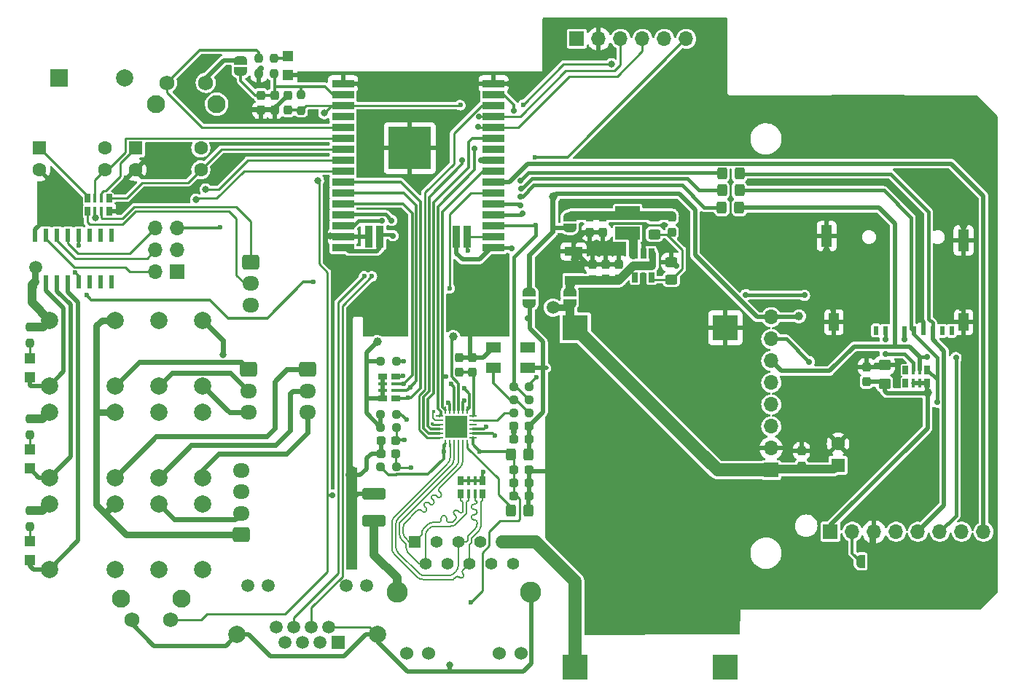
<source format=gbr>
%TF.GenerationSoftware,KiCad,Pcbnew,(6.0.4)*%
%TF.CreationDate,2022-05-20T10:39:20+03:00*%
%TF.ProjectId,KartliGecis_v1,4b617274-6c69-4476-9563-69735f76312e,v1.0*%
%TF.SameCoordinates,Original*%
%TF.FileFunction,Copper,L1,Top*%
%TF.FilePolarity,Positive*%
%FSLAX46Y46*%
G04 Gerber Fmt 4.6, Leading zero omitted, Abs format (unit mm)*
G04 Created by KiCad (PCBNEW (6.0.4)) date 2022-05-20 10:39:20*
%MOMM*%
%LPD*%
G01*
G04 APERTURE LIST*
G04 Aperture macros list*
%AMRoundRect*
0 Rectangle with rounded corners*
0 $1 Rounding radius*
0 $2 $3 $4 $5 $6 $7 $8 $9 X,Y pos of 4 corners*
0 Add a 4 corners polygon primitive as box body*
4,1,4,$2,$3,$4,$5,$6,$7,$8,$9,$2,$3,0*
0 Add four circle primitives for the rounded corners*
1,1,$1+$1,$2,$3*
1,1,$1+$1,$4,$5*
1,1,$1+$1,$6,$7*
1,1,$1+$1,$8,$9*
0 Add four rect primitives between the rounded corners*
20,1,$1+$1,$2,$3,$4,$5,0*
20,1,$1+$1,$4,$5,$6,$7,0*
20,1,$1+$1,$6,$7,$8,$9,0*
20,1,$1+$1,$8,$9,$2,$3,0*%
%AMFreePoly0*
4,1,22,0.500000,-0.750000,0.000000,-0.750000,0.000000,-0.745033,-0.079941,-0.743568,-0.215256,-0.701293,-0.333266,-0.622738,-0.424486,-0.514219,-0.481581,-0.384460,-0.499164,-0.250000,-0.500000,-0.250000,-0.500000,0.250000,-0.499164,0.250000,-0.499963,0.256109,-0.478152,0.396186,-0.417904,0.524511,-0.324060,0.630769,-0.204165,0.706417,-0.067858,0.745374,0.000000,0.744959,0.000000,0.750000,
0.500000,0.750000,0.500000,-0.750000,0.500000,-0.750000,$1*%
%AMFreePoly1*
4,1,20,0.000000,0.744959,0.073905,0.744508,0.209726,0.703889,0.328688,0.626782,0.421226,0.519385,0.479903,0.390333,0.500000,0.250000,0.500000,-0.250000,0.499851,-0.262216,0.476331,-0.402017,0.414519,-0.529596,0.319384,-0.634700,0.198574,-0.708877,0.061801,-0.746166,0.000000,-0.745033,0.000000,-0.750000,-0.500000,-0.750000,-0.500000,0.750000,0.000000,0.750000,0.000000,0.744959,
0.000000,0.744959,$1*%
G04 Aperture macros list end*
%TA.AperFunction,ComponentPad*%
%ADD10R,2.000000X2.000000*%
%TD*%
%TA.AperFunction,ComponentPad*%
%ADD11C,2.000000*%
%TD*%
%TA.AperFunction,SMDPad,CuDef*%
%ADD12RoundRect,0.237500X-0.287500X-0.237500X0.287500X-0.237500X0.287500X0.237500X-0.287500X0.237500X0*%
%TD*%
%TA.AperFunction,SMDPad,CuDef*%
%ADD13RoundRect,0.250000X1.100000X-0.412500X1.100000X0.412500X-1.100000X0.412500X-1.100000X-0.412500X0*%
%TD*%
%TA.AperFunction,SMDPad,CuDef*%
%ADD14RoundRect,0.237500X-0.237500X0.287500X-0.237500X-0.287500X0.237500X-0.287500X0.237500X0.287500X0*%
%TD*%
%TA.AperFunction,SMDPad,CuDef*%
%ADD15RoundRect,0.237500X0.237500X-0.287500X0.237500X0.287500X-0.237500X0.287500X-0.237500X-0.287500X0*%
%TD*%
%TA.AperFunction,ComponentPad*%
%ADD16R,1.500000X1.500000*%
%TD*%
%TA.AperFunction,ComponentPad*%
%ADD17C,1.500000*%
%TD*%
%TA.AperFunction,SMDPad,CuDef*%
%ADD18R,0.500000X1.000000*%
%TD*%
%TA.AperFunction,SMDPad,CuDef*%
%ADD19R,1.200000X2.000000*%
%TD*%
%TA.AperFunction,SMDPad,CuDef*%
%ADD20R,1.300000X2.500000*%
%TD*%
%TA.AperFunction,SMDPad,CuDef*%
%ADD21RoundRect,0.237500X0.250000X0.237500X-0.250000X0.237500X-0.250000X-0.237500X0.250000X-0.237500X0*%
%TD*%
%TA.AperFunction,SMDPad,CuDef*%
%ADD22RoundRect,0.237500X-0.250000X-0.237500X0.250000X-0.237500X0.250000X0.237500X-0.250000X0.237500X0*%
%TD*%
%TA.AperFunction,SMDPad,CuDef*%
%ADD23R,0.635000X1.016000*%
%TD*%
%TA.AperFunction,SMDPad,CuDef*%
%ADD24R,0.381000X1.016000*%
%TD*%
%TA.AperFunction,ComponentPad*%
%ADD25C,2.100000*%
%TD*%
%TA.AperFunction,ComponentPad*%
%ADD26C,1.750000*%
%TD*%
%TA.AperFunction,ComponentPad*%
%ADD27C,2.445000*%
%TD*%
%TA.AperFunction,ComponentPad*%
%ADD28R,1.408000X1.408000*%
%TD*%
%TA.AperFunction,ComponentPad*%
%ADD29C,1.408000*%
%TD*%
%TA.AperFunction,ComponentPad*%
%ADD30C,1.524000*%
%TD*%
%TA.AperFunction,SMDPad,CuDef*%
%ADD31RoundRect,0.062500X0.350000X0.062500X-0.350000X0.062500X-0.350000X-0.062500X0.350000X-0.062500X0*%
%TD*%
%TA.AperFunction,SMDPad,CuDef*%
%ADD32RoundRect,0.062500X0.062500X0.350000X-0.062500X0.350000X-0.062500X-0.350000X0.062500X-0.350000X0*%
%TD*%
%TA.AperFunction,SMDPad,CuDef*%
%ADD33R,2.600000X2.600000*%
%TD*%
%TA.AperFunction,ComponentPad*%
%ADD34R,1.700000X1.700000*%
%TD*%
%TA.AperFunction,ComponentPad*%
%ADD35O,1.700000X1.700000*%
%TD*%
%TA.AperFunction,SMDPad,CuDef*%
%ADD36R,1.800000X1.200000*%
%TD*%
%TA.AperFunction,SMDPad,CuDef*%
%ADD37R,0.650000X1.200000*%
%TD*%
%TA.AperFunction,SMDPad,CuDef*%
%ADD38RoundRect,0.250000X0.450000X-0.325000X0.450000X0.325000X-0.450000X0.325000X-0.450000X-0.325000X0*%
%TD*%
%TA.AperFunction,SMDPad,CuDef*%
%ADD39R,3.000000X1.600000*%
%TD*%
%TA.AperFunction,SMDPad,CuDef*%
%ADD40RoundRect,0.250000X-0.450000X0.325000X-0.450000X-0.325000X0.450000X-0.325000X0.450000X0.325000X0*%
%TD*%
%TA.AperFunction,SMDPad,CuDef*%
%ADD41R,1.998980X1.100760*%
%TD*%
%TA.AperFunction,SMDPad,CuDef*%
%ADD42RoundRect,0.237500X0.237500X-0.250000X0.237500X0.250000X-0.237500X0.250000X-0.237500X-0.250000X0*%
%TD*%
%TA.AperFunction,SMDPad,CuDef*%
%ADD43RoundRect,0.237500X0.287500X0.237500X-0.287500X0.237500X-0.287500X-0.237500X0.287500X-0.237500X0*%
%TD*%
%TA.AperFunction,SMDPad,CuDef*%
%ADD44R,2.500000X0.900000*%
%TD*%
%TA.AperFunction,SMDPad,CuDef*%
%ADD45R,0.900000X2.500000*%
%TD*%
%TA.AperFunction,SMDPad,CuDef*%
%ADD46R,5.000000X5.000000*%
%TD*%
%TA.AperFunction,SMDPad,CuDef*%
%ADD47RoundRect,0.266608X0.433392X-0.346592X0.433392X0.346592X-0.433392X0.346592X-0.433392X-0.346592X0*%
%TD*%
%TA.AperFunction,SMDPad,CuDef*%
%ADD48RoundRect,0.250000X0.325000X0.450000X-0.325000X0.450000X-0.325000X-0.450000X0.325000X-0.450000X0*%
%TD*%
%TA.AperFunction,ComponentPad*%
%ADD49RoundRect,0.250000X-0.725000X0.600000X-0.725000X-0.600000X0.725000X-0.600000X0.725000X0.600000X0*%
%TD*%
%TA.AperFunction,ComponentPad*%
%ADD50O,1.950000X1.700000*%
%TD*%
%TA.AperFunction,ComponentPad*%
%ADD51R,1.600000X1.600000*%
%TD*%
%TA.AperFunction,ComponentPad*%
%ADD52C,1.600000*%
%TD*%
%TA.AperFunction,SMDPad,CuDef*%
%ADD53R,0.600000X1.500000*%
%TD*%
%TA.AperFunction,SMDPad,CuDef*%
%ADD54R,1.200000X1.200000*%
%TD*%
%TA.AperFunction,SMDPad,CuDef*%
%ADD55RoundRect,0.237500X-0.237500X0.250000X-0.237500X-0.250000X0.237500X-0.250000X0.237500X0.250000X0*%
%TD*%
%TA.AperFunction,SMDPad,CuDef*%
%ADD56FreePoly0,0.000000*%
%TD*%
%TA.AperFunction,SMDPad,CuDef*%
%ADD57FreePoly1,0.000000*%
%TD*%
%TA.AperFunction,SMDPad,CuDef*%
%ADD58FreePoly0,270.000000*%
%TD*%
%TA.AperFunction,SMDPad,CuDef*%
%ADD59FreePoly1,270.000000*%
%TD*%
%TA.AperFunction,SMDPad,CuDef*%
%ADD60RoundRect,0.250000X-0.325000X-0.450000X0.325000X-0.450000X0.325000X0.450000X-0.325000X0.450000X0*%
%TD*%
%TA.AperFunction,SMDPad,CuDef*%
%ADD61FreePoly0,90.000000*%
%TD*%
%TA.AperFunction,SMDPad,CuDef*%
%ADD62FreePoly1,90.000000*%
%TD*%
%TA.AperFunction,ComponentPad*%
%ADD63R,3.000000X3.000000*%
%TD*%
%TA.AperFunction,ComponentPad*%
%ADD64RoundRect,0.250000X0.725000X-0.600000X0.725000X0.600000X-0.725000X0.600000X-0.725000X-0.600000X0*%
%TD*%
%TA.AperFunction,SMDPad,CuDef*%
%ADD65R,1.016000X0.635000*%
%TD*%
%TA.AperFunction,SMDPad,CuDef*%
%ADD66R,1.016000X0.381000*%
%TD*%
%TA.AperFunction,ViaPad*%
%ADD67C,0.800000*%
%TD*%
%TA.AperFunction,ViaPad*%
%ADD68C,0.700000*%
%TD*%
%TA.AperFunction,ViaPad*%
%ADD69C,1.000000*%
%TD*%
%TA.AperFunction,ViaPad*%
%ADD70C,0.600000*%
%TD*%
%TA.AperFunction,ViaPad*%
%ADD71C,1.500000*%
%TD*%
%TA.AperFunction,ViaPad*%
%ADD72C,0.400000*%
%TD*%
%TA.AperFunction,Conductor*%
%ADD73C,0.500000*%
%TD*%
%TA.AperFunction,Conductor*%
%ADD74C,0.250000*%
%TD*%
%TA.AperFunction,Conductor*%
%ADD75C,0.600000*%
%TD*%
%TA.AperFunction,Conductor*%
%ADD76C,0.300000*%
%TD*%
%TA.AperFunction,Conductor*%
%ADD77C,1.000000*%
%TD*%
%TA.AperFunction,Conductor*%
%ADD78C,0.800000*%
%TD*%
%TA.AperFunction,Conductor*%
%ADD79C,1.500000*%
%TD*%
%TA.AperFunction,Conductor*%
%ADD80C,0.200000*%
%TD*%
%TA.AperFunction,Conductor*%
%ADD81C,0.400000*%
%TD*%
G04 APERTURE END LIST*
D10*
%TO.P,BZ1,1,+*%
%TO.N,+5V*%
X58166000Y-49784000D03*
D11*
%TO.P,BZ1,2*%
%TO.N,/Power_Relay_SDCard_Screen_RFID/uln_buzzer*%
X65766000Y-49784000D03*
%TD*%
D12*
%TO.P,C1,1*%
%TO.N,GND*%
X95594200Y-93421200D03*
%TO.P,C1,2*%
%TO.N,Net-(C1-Pad2)*%
X97344200Y-93421200D03*
%TD*%
%TO.P,C7,1*%
%TO.N,Net-(C7-Pad1)*%
X111037400Y-95275400D03*
%TO.P,C7,2*%
%TO.N,GND*%
X112787400Y-95275400D03*
%TD*%
%TO.P,C8,1*%
%TO.N,Net-(C7-Pad1)*%
X111037400Y-96799400D03*
%TO.P,C8,2*%
%TO.N,GND*%
X112787400Y-96799400D03*
%TD*%
%TO.P,C9,1*%
%TO.N,Net-(C7-Pad1)*%
X111036400Y-98323400D03*
%TO.P,C9,2*%
%TO.N,GND*%
X112786400Y-98323400D03*
%TD*%
D13*
%TO.P,C12,1*%
%TO.N,Net-(C12-Pad1)*%
X94792800Y-101232100D03*
%TO.P,C12,2*%
%TO.N,GND*%
X94792800Y-98107100D03*
%TD*%
D12*
%TO.P,C13,1*%
%TO.N,GND*%
X95594200Y-91897200D03*
%TO.P,C13,2*%
%TO.N,Net-(C13-Pad2)*%
X97344200Y-91897200D03*
%TD*%
D14*
%TO.P,C14,1*%
%TO.N,Net-(C14-Pad1)*%
X129390756Y-65952400D03*
%TO.P,C14,2*%
%TO.N,Net-(C14-Pad2)*%
X129390756Y-67702400D03*
%TD*%
D15*
%TO.P,C20,1*%
%TO.N,+3V3*%
X151993600Y-85099100D03*
%TO.P,C20,2*%
%TO.N,GND*%
X151993600Y-83349100D03*
%TD*%
%TO.P,C22,1*%
%TO.N,+5V*%
X144449800Y-94855000D03*
%TO.P,C22,2*%
%TO.N,GND*%
X144449800Y-93105000D03*
%TD*%
D16*
%TO.P,J2,1*%
%TO.N,+5V*%
X90576400Y-115366800D03*
D17*
%TO.P,J2,2*%
%TO.N,GND*%
X89556400Y-113586800D03*
%TO.P,J2,3*%
%TO.N,unconnected-(J2-Pad3)*%
X88536400Y-115366800D03*
%TO.P,J2,4*%
%TO.N,MASTER_RX*%
X87516400Y-113586800D03*
%TO.P,J2,5*%
%TO.N,unconnected-(J2-Pad5)*%
X86496400Y-115366800D03*
%TO.P,J2,6*%
%TO.N,MASTER_TX*%
X85476400Y-113586800D03*
%TO.P,J2,7*%
%TO.N,unconnected-(J2-Pad7)*%
X84456400Y-115366800D03*
%TO.P,J2,8*%
%TO.N,unconnected-(J2-Pad8)*%
X83436400Y-113586800D03*
%TO.P,J2,9*%
%TO.N,Net-(J2-Pad9)*%
X93876400Y-108766800D03*
%TO.P,J2,10*%
%TO.N,+5V*%
X91586400Y-108766800D03*
%TO.P,J2,11*%
%TO.N,Net-(J2-Pad11)*%
X82446400Y-108766800D03*
%TO.P,J2,12*%
%TO.N,+5V*%
X80156400Y-108766800D03*
D11*
%TO.P,J2,SH*%
%TO.N,GND*%
X95146400Y-114476800D03*
X78886400Y-114476800D03*
%TD*%
D18*
%TO.P,J4,1,DAT2*%
%TO.N,unconnected-(J4-Pad1)*%
X153071000Y-79105000D03*
%TO.P,J4,2,DAT3/CS*%
%TO.N,/ESP32_POE_ETHERNET/CS_SD\u005C15*%
X154171000Y-79155000D03*
%TO.P,J4,3,CMD*%
%TO.N,HMOSI\u005C13*%
X155271000Y-79155000D03*
%TO.P,J4,4,VDD*%
%TO.N,+3V3*%
X156371000Y-79155000D03*
%TO.P,J4,5,CLK*%
%TO.N,HSCK\u005C14*%
X157471000Y-79155000D03*
%TO.P,J4,6,GND/VSS*%
%TO.N,GND*%
X158571000Y-79155000D03*
D19*
X148221000Y-78155000D03*
D20*
X163271000Y-68655000D03*
D19*
X163271000Y-78155000D03*
D20*
X147371000Y-68155000D03*
D18*
%TO.P,J4,7,DAT0*%
%TO.N,HMISO\u005C12*%
X159671000Y-79155000D03*
%TO.P,J4,8,DAT1*%
%TO.N,unconnected-(J4-Pad8)*%
X160771000Y-79155000D03*
%TO.P,J4,9,SHIELD(Card_Detection)*%
%TO.N,unconnected-(J4-Pad9)*%
X161871000Y-79155000D03*
%TD*%
D21*
%TO.P,R1,1*%
%TO.N,Net-(R1-Pad1)*%
X97381700Y-82702400D03*
%TO.P,R1,2*%
%TO.N,/ESP32_POE_ETHERNET/3V3_VLAN*%
X95556700Y-82702400D03*
%TD*%
D22*
%TO.P,R2,1*%
%TO.N,/ESP32_POE_ETHERNET/3V3_VLAN*%
X95556700Y-88849200D03*
%TO.P,R2,2*%
%TO.N,/ESP32_POE_ETHERNET/RST_PHY*%
X97381700Y-88849200D03*
%TD*%
D21*
%TO.P,R3,1*%
%TO.N,Net-(C1-Pad2)*%
X97381700Y-94945200D03*
%TO.P,R3,2*%
%TO.N,Net-(C7-Pad1)*%
X95556700Y-94945200D03*
%TD*%
D22*
%TO.P,R8,1*%
%TO.N,Net-(R11-Pad2)*%
X110999900Y-87198200D03*
%TO.P,R8,2*%
%TO.N,/ESP32_POE_ETHERNET/IO0\u005CEMAC_RX_CLK*%
X112824900Y-87198200D03*
%TD*%
%TO.P,R11,1*%
%TO.N,Net-(R11-Pad1)*%
X110999900Y-88722200D03*
%TO.P,R11,2*%
%TO.N,Net-(R11-Pad2)*%
X112824900Y-88722200D03*
%TD*%
D21*
%TO.P,R15,1*%
%TO.N,Net-(C13-Pad2)*%
X97381700Y-90373200D03*
%TO.P,R15,2*%
%TO.N,/ESP32_POE_ETHERNET/3V3_VLAN*%
X95556700Y-90373200D03*
%TD*%
D23*
%TO.P,RM2,1.1*%
%TO.N,Net-(C7-Pad1)*%
X107416600Y-96545400D03*
%TO.P,RM2,1.2*%
%TO.N,/ESP32_POE_ETHERNET/TXN*%
X107416600Y-98069400D03*
D24*
%TO.P,RM2,2.1*%
%TO.N,Net-(C7-Pad1)*%
X106527600Y-96545400D03*
%TO.P,RM2,2.2*%
%TO.N,/ESP32_POE_ETHERNET/TXP*%
X106527600Y-98069400D03*
%TO.P,RM2,3.1*%
%TO.N,Net-(C7-Pad1)*%
X105765600Y-96545400D03*
%TO.P,RM2,3.2*%
%TO.N,/ESP32_POE_ETHERNET/RXN*%
X105765600Y-98069400D03*
D23*
%TO.P,RM2,4.1*%
%TO.N,Net-(C7-Pad1)*%
X104876600Y-96545400D03*
%TO.P,RM2,4.2*%
%TO.N,/ESP32_POE_ETHERNET/RXP*%
X104876600Y-98069400D03*
%TD*%
D25*
%TO.P,SW1,*%
%TO.N,*%
X72370000Y-110260600D03*
X65360000Y-110260600D03*
D26*
%TO.P,SW1,1*%
%TO.N,ESP_RST*%
X71120000Y-112750600D03*
%TO.P,SW1,2*%
%TO.N,GND*%
X66620000Y-112750600D03*
%TD*%
D25*
%TO.P,SW2,*%
%TO.N,*%
X69489000Y-52807400D03*
X76499000Y-52807400D03*
D26*
%TO.P,SW2,1*%
%TO.N,/ESP32_POE_ETHERNET/IN1_BTNCONFIG*%
X70739000Y-50317400D03*
%TO.P,SW2,2*%
%TO.N,+3V3*%
X75239000Y-50317400D03*
%TD*%
D27*
%TO.P,U2,GND1,GND1*%
%TO.N,Net-(C12-Pad1)*%
X97461800Y-109522800D03*
%TO.P,U2,GND2,GND2*%
%TO.N,GND*%
X112951800Y-109522800D03*
D28*
%TO.P,U2,P1,RX+*%
%TO.N,/ESP32_POE_ETHERNET/RXP*%
X99491800Y-103682800D03*
D29*
%TO.P,U2,P2,RX-*%
%TO.N,/ESP32_POE_ETHERNET/RXN*%
X100761800Y-106222800D03*
%TO.P,U2,P3,RXCT*%
%TO.N,Net-(C1-Pad2)*%
X102031800Y-103682800D03*
%TO.P,U2,P4,TXCT*%
X103301800Y-106222800D03*
%TO.P,U2,P5,TX+*%
%TO.N,/ESP32_POE_ETHERNET/TXP*%
X104571800Y-103682800D03*
%TO.P,U2,P6,TX-*%
%TO.N,/ESP32_POE_ETHERNET/TXN*%
X105841800Y-106222800D03*
%TO.P,U2,P7*%
%TO.N,N/C*%
X107111800Y-103682800D03*
%TO.P,U2,P8*%
X108381800Y-106222800D03*
%TO.P,U2,P9,V+*%
%TO.N,/ESP32_POE_ETHERNET/PoE+*%
X109651800Y-103682800D03*
%TO.P,U2,P10,V-*%
%TO.N,/ESP32_POE_ETHERNET/PoE-*%
X110921800Y-106222800D03*
D30*
%TO.P,U2,P11,Y+*%
%TO.N,/ESP32_POE_ETHERNET/REGOFF\u005Cyellow+*%
X98581800Y-116652800D03*
%TO.P,U2,P12,Y-*%
%TO.N,Net-(R14-Pad1)*%
X101121800Y-116652800D03*
%TO.P,U2,P13,G+*%
%TO.N,Net-(R6-Pad2)*%
X109291800Y-116652800D03*
%TO.P,U2,P14,G-*%
%TO.N,/ESP32_POE_ETHERNET/NINTSEL\u005CLinked*%
X111831800Y-116652800D03*
%TD*%
D31*
%TO.P,U3,1,VDD2A*%
%TO.N,Net-(C7-Pad1)*%
X106280700Y-91572400D03*
%TO.P,U3,2,LED2/NINTSEL*%
%TO.N,/ESP32_POE_ETHERNET/NINTSEL\u005CLinked*%
X106280700Y-91072400D03*
%TO.P,U3,3,LED1/REGOFF*%
%TO.N,/ESP32_POE_ETHERNET/REGOFF\u005Cyellow+*%
X106280700Y-90572400D03*
%TO.P,U3,4,XTAL2*%
%TO.N,unconnected-(U3-Pad4)*%
X106280700Y-90072400D03*
%TO.P,U3,5,XTAL1/CLKIN*%
%TO.N,Net-(R11-Pad1)*%
X106280700Y-89572400D03*
%TO.P,U3,6,VDDCR*%
%TO.N,Net-(C10-Pad1)*%
X106280700Y-89072400D03*
D32*
%TO.P,U3,7,RXD1/MODE1*%
%TO.N,/ESP32_POE_ETHERNET/EMAC_RXD1*%
X105593200Y-88384900D03*
%TO.P,U3,8,RXD0/MODE0*%
%TO.N,/ESP32_POE_ETHERNET/EMAC_RXD0*%
X105093200Y-88384900D03*
%TO.P,U3,9,VDDIO*%
%TO.N,/ESP32_POE_ETHERNET/3V3_VLAN*%
X104593200Y-88384900D03*
%TO.P,U3,10,RXER/PHYAD0*%
%TO.N,Net-(R1-Pad1)*%
X104093200Y-88384900D03*
%TO.P,U3,11,CRS_DV/MODE2*%
%TO.N,/ESP32_POE_ETHERNET/EMAC_RX_CRS_DV*%
X103593200Y-88384900D03*
%TO.P,U3,12,MDIO*%
%TO.N,/ESP32_POE_ETHERNET/EMAC_MDIO*%
X103093200Y-88384900D03*
D31*
%TO.P,U3,13,MDC*%
%TO.N,/ESP32_POE_ETHERNET/EMAC_MDC*%
X102405700Y-89072400D03*
%TO.P,U3,14,INT/REFCLKO*%
%TO.N,Net-(R7-Pad1)*%
X102405700Y-89572400D03*
%TO.P,U3,15,RST*%
%TO.N,/ESP32_POE_ETHERNET/RST_PHY*%
X102405700Y-90072400D03*
%TO.P,U3,16,TXEN*%
%TO.N,/ESP32_POE_ETHERNET/EMAC_TX_EN*%
X102405700Y-90572400D03*
%TO.P,U3,17,TXD0*%
%TO.N,/ESP32_POE_ETHERNET/EMAC_TXD0*%
X102405700Y-91072400D03*
%TO.P,U3,18,TXD1*%
%TO.N,/ESP32_POE_ETHERNET/EMAC_TXD1*%
X102405700Y-91572400D03*
D32*
%TO.P,U3,19,VDD1A*%
%TO.N,Net-(C7-Pad1)*%
X103093200Y-92259900D03*
%TO.P,U3,20,TXN*%
%TO.N,/ESP32_POE_ETHERNET/TXN*%
X103593200Y-92259900D03*
%TO.P,U3,21,TXP*%
%TO.N,/ESP32_POE_ETHERNET/TXP*%
X104093200Y-92259900D03*
%TO.P,U3,22,RXN*%
%TO.N,/ESP32_POE_ETHERNET/RXN*%
X104593200Y-92259900D03*
%TO.P,U3,23,RXP*%
%TO.N,/ESP32_POE_ETHERNET/RXP*%
X105093200Y-92259900D03*
%TO.P,U3,24,RBIAS*%
%TO.N,Net-(R13-Pad2)*%
X105593200Y-92259900D03*
D33*
%TO.P,U3,25,VSS*%
%TO.N,GND*%
X104343200Y-90322400D03*
%TD*%
D34*
%TO.P,U8,1,3.3V*%
%TO.N,+3V3*%
X147802600Y-102514400D03*
D35*
%TO.P,U8,2,RST*%
%TO.N,Net-(JP6-Pad1)*%
X150342600Y-102514400D03*
%TO.P,U8,3,GND*%
%TO.N,GND*%
X152882600Y-102514400D03*
%TO.P,U8,4,IRQ*%
%TO.N,unconnected-(U8-Pad4)*%
X155422600Y-102514400D03*
%TO.P,U8,5,MISO*%
%TO.N,HMISO\u005C12*%
X157962600Y-102514400D03*
%TO.P,U8,6,MOSI*%
%TO.N,HMOSI\u005C13*%
X160502600Y-102514400D03*
%TO.P,U8,7,SCK*%
%TO.N,HSCK\u005C14*%
X163042600Y-102514400D03*
%TO.P,U8,8,SDA*%
%TO.N,/ESP32_POE_ETHERNET/CS_RFID\u005C5*%
X165582600Y-102514400D03*
%TD*%
D36*
%TO.P,Y1,1,NC*%
%TO.N,unconnected-(Y1-Pad1)*%
X112649000Y-81089800D03*
%TO.P,Y1,2,GND*%
%TO.N,GND*%
X108649000Y-81089800D03*
%TO.P,Y1,3,OUT*%
%TO.N,Net-(R11-Pad2)*%
X108649000Y-83489800D03*
%TO.P,Y1,4,VCC*%
%TO.N,/ESP32_POE_ETHERNET/3V3_VLAN*%
X112649000Y-83489800D03*
%TD*%
D37*
%TO.P,U4,1,EN*%
%TO.N,Net-(C15-Pad1)*%
X127001256Y-70143900D03*
%TO.P,U4,2,GND*%
%TO.N,GND*%
X126051256Y-70143900D03*
%TO.P,U4,3,LX*%
%TO.N,Net-(L1-Pad1)*%
X125101256Y-70143900D03*
%TO.P,U4,4,IN*%
%TO.N,Net-(C15-Pad1)*%
X125101256Y-72943900D03*
%TO.P,U4,5,FB*%
%TO.N,Net-(C14-Pad2)*%
X127001256Y-72943900D03*
%TD*%
D38*
%TO.P,R16,1*%
%TO.N,Net-(C14-Pad2)*%
X127358756Y-67927400D03*
%TO.P,R16,2*%
%TO.N,Net-(C14-Pad1)*%
X127358756Y-65877400D03*
%TD*%
D39*
%TO.P,L1,1*%
%TO.N,Net-(L1-Pad1)*%
X124256800Y-67830400D03*
%TO.P,L1,2*%
%TO.N,Net-(C14-Pad1)*%
X124256800Y-65430400D03*
%TD*%
D40*
%TO.P,R17,1*%
%TO.N,GND*%
X129314556Y-71144900D03*
%TO.P,R17,2*%
%TO.N,Net-(C14-Pad2)*%
X129314556Y-73194900D03*
%TD*%
D14*
%TO.P,C19,1*%
%TO.N,Net-(C14-Pad1)*%
X121384200Y-65952400D03*
%TO.P,C19,2*%
%TO.N,GND*%
X121384200Y-67702400D03*
%TD*%
D41*
%TO.P,D2,1,K*%
%TO.N,Net-(C15-Pad1)*%
X117977898Y-73271372D03*
%TO.P,D2,2,A*%
%TO.N,GND*%
X117977898Y-69912700D03*
%TD*%
D14*
%TO.P,C18,1*%
%TO.N,Net-(C14-Pad1)*%
X119837200Y-65927000D03*
%TO.P,C18,2*%
%TO.N,GND*%
X119837200Y-67677000D03*
%TD*%
D15*
%TO.P,C17,1*%
%TO.N,Net-(C15-Pad1)*%
X120192800Y-73188800D03*
%TO.P,C17,2*%
%TO.N,GND*%
X120192800Y-71438800D03*
%TD*%
%TO.P,C16,1*%
%TO.N,Net-(C15-Pad1)*%
X121716800Y-73163400D03*
%TO.P,C16,2*%
%TO.N,GND*%
X121716800Y-71413400D03*
%TD*%
%TO.P,C15,1*%
%TO.N,Net-(C15-Pad1)*%
X123240800Y-73163400D03*
%TO.P,C15,2*%
%TO.N,GND*%
X123240800Y-71413400D03*
%TD*%
D42*
%TO.P,R5,1*%
%TO.N,ESP_RST*%
X86309200Y-53541300D03*
%TO.P,R5,2*%
%TO.N,Net-(C2-Pad1)*%
X86309200Y-51716300D03*
%TD*%
D15*
%TO.P,C4,1*%
%TO.N,ESP_RST*%
X84785200Y-53503800D03*
%TO.P,C4,2*%
%TO.N,GND*%
X84785200Y-51753800D03*
%TD*%
D14*
%TO.P,C3,1*%
%TO.N,Net-(C2-Pad1)*%
X81635600Y-51753800D03*
%TO.P,C3,2*%
%TO.N,GND*%
X81635600Y-53503800D03*
%TD*%
%TO.P,C2,1*%
%TO.N,Net-(C2-Pad1)*%
X83210400Y-51753800D03*
%TO.P,C2,2*%
%TO.N,GND*%
X83210400Y-53503800D03*
%TD*%
D43*
%TO.P,C6,1*%
%TO.N,/ESP32_POE_ETHERNET/3V3_VLAN*%
X112787400Y-90220800D03*
%TO.P,C6,2*%
%TO.N,GND*%
X111037400Y-90220800D03*
%TD*%
%TO.P,C5,1*%
%TO.N,/ESP32_POE_ETHERNET/3V3_VLAN*%
X112787400Y-91770200D03*
%TO.P,C5,2*%
%TO.N,GND*%
X111037400Y-91770200D03*
%TD*%
D44*
%TO.P,U1,1,GND*%
%TO.N,GND*%
X91173600Y-50419000D03*
%TO.P,U1,2,3V3*%
%TO.N,Net-(C2-Pad1)*%
X91173600Y-51689000D03*
%TO.P,U1,3,EN*%
%TO.N,ESP_RST*%
X91173600Y-52959000D03*
%TO.P,U1,4,I36/SENSOR_VP*%
%TO.N,unconnected-(U1-Pad4)*%
X91173600Y-54229000D03*
%TO.P,U1,5,I39/SENSOR_VN*%
%TO.N,/ESP32_POE_ETHERNET/IN1_BTNCONFIG*%
X91173600Y-55499000D03*
%TO.P,U1,6,I34*%
%TO.N,/ESP32_POE_ETHERNET/INA*%
X91173600Y-56769000D03*
%TO.P,U1,7,I35*%
%TO.N,/ESP32_POE_ETHERNET/INB*%
X91173600Y-58039000D03*
%TO.P,U1,8,IO32*%
%TO.N,/ESP32_POE_ETHERNET/Role1*%
X91173600Y-59309000D03*
%TO.P,U1,9,IO33*%
%TO.N,/ESP32_POE_ETHERNET/Role2*%
X91173600Y-60579000D03*
%TO.P,U1,10,IO25/DAC1*%
%TO.N,/ESP32_POE_ETHERNET/EMAC_RXD0*%
X91173600Y-61849000D03*
%TO.P,U1,11,IO26/DAC2*%
%TO.N,/ESP32_POE_ETHERNET/EMAC_RXD1*%
X91173600Y-63119000D03*
%TO.P,U1,12,IO27*%
%TO.N,/ESP32_POE_ETHERNET/EMAC_RX_CRS_DV*%
X91173600Y-64389000D03*
%TO.P,U1,13,IO14/HSCK*%
%TO.N,Net-(R9-Pad1)*%
X91173600Y-65659000D03*
%TO.P,U1,14,IO12/HMISO*%
%TO.N,Net-(R10-Pad1)*%
X91173600Y-66929000D03*
D45*
%TO.P,U1,15,GND*%
%TO.N,GND*%
X94208600Y-68179000D03*
D44*
X91173600Y-68199000D03*
D45*
%TO.P,U1,16,IO13/HMOSI*%
%TO.N,Net-(R12-Pad1)*%
X95478600Y-68179000D03*
D44*
X91173600Y-69469000D03*
D45*
%TO.P,U1,23,IO15*%
%TO.N,/ESP32_POE_ETHERNET/CS_SD\u005C15*%
X104368600Y-68179000D03*
D44*
X108673600Y-69469000D03*
%TO.P,U1,24,IO2*%
%TO.N,/ESP32_POE_ETHERNET/BUZZER\u005C2*%
X108673600Y-68199000D03*
D45*
X105638600Y-68179000D03*
D44*
%TO.P,U1,25,IO0*%
%TO.N,/ESP32_POE_ETHERNET/IO0\u005CEMAC_RX_CLK*%
X108673600Y-66929000D03*
%TO.P,U1,26,IO4*%
%TO.N,/ESP32_POE_ETHERNET/EKRAN_DC_RS*%
X108673600Y-65659000D03*
%TO.P,U1,27,RX2/IO16*%
%TO.N,/ESP32_POE_ETHERNET/CS_EKRAN*%
X108673600Y-64389000D03*
%TO.P,U1,28,TX2/IO17*%
%TO.N,/ESP32_POE_ETHERNET/IO17\u005CRST_RFID*%
X108673600Y-63119000D03*
%TO.P,U1,29,IO5*%
%TO.N,/ESP32_POE_ETHERNET/CS_RFID\u005C5*%
X108673600Y-61849000D03*
%TO.P,U1,30,IO18*%
%TO.N,/ESP32_POE_ETHERNET/EMAC_MDIO*%
X108673600Y-60579000D03*
%TO.P,U1,31,IO19*%
%TO.N,/ESP32_POE_ETHERNET/EMAC_TXD0*%
X108673600Y-59309000D03*
%TO.P,U1,32,NC*%
%TO.N,unconnected-(U1-Pad32)*%
X108673600Y-58039000D03*
%TO.P,U1,33,SDA/IO21*%
%TO.N,/ESP32_POE_ETHERNET/EMAC_TX_EN*%
X108673600Y-56769000D03*
%TO.P,U1,34,RX0/IO3*%
%TO.N,MASTER_RX*%
X108673600Y-55499000D03*
%TO.P,U1,35,TX0/IO1*%
%TO.N,MASTER_TX*%
X108673600Y-54229000D03*
%TO.P,U1,36,SCL/IO22*%
%TO.N,/ESP32_POE_ETHERNET/EMAC_TXD1*%
X108673600Y-52959000D03*
%TO.P,U1,37,IO23*%
%TO.N,/ESP32_POE_ETHERNET/EMAC_MDC*%
X108673600Y-51689000D03*
%TO.P,U1,38,GND*%
%TO.N,GND*%
X108673600Y-50419000D03*
D46*
%TO.P,U1,39,GND-PAD*%
X98923600Y-57919000D03*
%TD*%
D47*
%TO.P,C21,1*%
%TO.N,+3V3*%
X154076400Y-85287300D03*
%TO.P,C21,2*%
%TO.N,GND*%
X154076400Y-83160900D03*
%TD*%
D48*
%TO.P,R13,1*%
%TO.N,GND*%
X112734200Y-100076000D03*
%TO.P,R13,2*%
%TO.N,Net-(R13-Pad2)*%
X110684200Y-100076000D03*
%TD*%
D49*
%TO.P,J7,1,Pin_1*%
%TO.N,Net-(J7-Pad1)*%
X87020400Y-83656800D03*
D50*
%TO.P,J7,2,Pin_2*%
%TO.N,Net-(J7-Pad2)*%
X87020400Y-86156800D03*
%TO.P,J7,3,Pin_3*%
%TO.N,Net-(J7-Pad3)*%
X87020400Y-88656800D03*
%TD*%
D51*
%TO.P,U7,1*%
%TO.N,Net-(RM3-Pad3.2)*%
X67046000Y-57902000D03*
D52*
%TO.P,U7,2*%
%TO.N,GND*%
X67046000Y-60442000D03*
%TO.P,U7,3*%
%TO.N,/ESP32_POE_ETHERNET/INB*%
X74666000Y-60442000D03*
%TO.P,U7,4*%
%TO.N,+3V3*%
X74666000Y-57902000D03*
%TD*%
D49*
%TO.P,J5,1,Pin_1*%
%TO.N,Net-(J5-Pad1)*%
X80230200Y-83656800D03*
D50*
%TO.P,J5,2,Pin_2*%
%TO.N,Net-(J5-Pad2)*%
X80230200Y-86156800D03*
%TO.P,J5,3,Pin_3*%
%TO.N,Net-(J5-Pad3)*%
X80230200Y-88656800D03*
%TD*%
D21*
%TO.P,R7,1*%
%TO.N,Net-(R7-Pad1)*%
X112824900Y-85674200D03*
%TO.P,R7,2*%
%TO.N,/ESP32_POE_ETHERNET/IO0\u005CEMAC_RX_CLK*%
X110999900Y-85674200D03*
%TD*%
D23*
%TO.P,RM4,1.1*%
%TO.N,HSCK\u005C14*%
X159054800Y-83718400D03*
%TO.P,RM4,1.2*%
%TO.N,+3V3*%
X159054800Y-85242400D03*
D24*
%TO.P,RM4,2.1*%
%TO.N,HMOSI\u005C13*%
X158165800Y-83718400D03*
%TO.P,RM4,2.2*%
%TO.N,+3V3*%
X158165800Y-85242400D03*
%TO.P,RM4,3.1*%
%TO.N,/ESP32_POE_ETHERNET/CS_SD\u005C15*%
X157403800Y-83718400D03*
%TO.P,RM4,3.2*%
%TO.N,+3V3*%
X157403800Y-85242400D03*
D23*
%TO.P,RM4,4.1*%
%TO.N,N/C*%
X156514800Y-83718400D03*
%TO.P,RM4,4.2*%
X156514800Y-85242400D03*
%TD*%
D53*
%TO.P,U9,1,I1*%
%TO.N,unconnected-(U9-Pad1)*%
X64312800Y-68064400D03*
%TO.P,U9,2,I2*%
%TO.N,unconnected-(U9-Pad2)*%
X63042800Y-68064400D03*
%TO.P,U9,3,I3*%
%TO.N,unconnected-(U9-Pad3)*%
X61772800Y-68064400D03*
%TO.P,U9,4,I4*%
%TO.N,/ESP32_POE_ETHERNET/BUZZER\u005C2*%
X60502800Y-68064400D03*
%TO.P,U9,5,I5*%
%TO.N,Net-(J6-Pad6)*%
X59232800Y-68064400D03*
%TO.P,U9,6,I6*%
%TO.N,Net-(J6-Pad4)*%
X57962800Y-68064400D03*
%TO.P,U9,7,I7*%
%TO.N,Net-(J6-Pad2)*%
X56692800Y-68064400D03*
%TO.P,U9,8,GND*%
%TO.N,GND*%
X55422800Y-68064400D03*
%TO.P,U9,9,COM*%
%TO.N,+5V*%
X55422800Y-73464400D03*
%TO.P,U9,10,O7*%
%TO.N,Net-(D3-Pad1)*%
X56692800Y-73464400D03*
%TO.P,U9,11,O6*%
%TO.N,Net-(D4-Pad1)*%
X57962800Y-73464400D03*
%TO.P,U9,12,O5*%
%TO.N,Net-(D5-Pad1)*%
X59232800Y-73464400D03*
%TO.P,U9,13,O4*%
%TO.N,/Power_Relay_SDCard_Screen_RFID/uln_buzzer*%
X60502800Y-73464400D03*
%TO.P,U9,14,O3*%
%TO.N,unconnected-(U9-Pad14)*%
X61772800Y-73464400D03*
%TO.P,U9,15,O2*%
%TO.N,unconnected-(U9-Pad15)*%
X63042800Y-73464400D03*
%TO.P,U9,16,O1*%
%TO.N,unconnected-(U9-Pad16)*%
X64312800Y-73464400D03*
%TD*%
D54*
%TO.P,D1,1,K*%
%TO.N,GND*%
X84785200Y-49457700D03*
%TO.P,D1,2,A*%
%TO.N,Net-(D1-Pad2)*%
X84785200Y-47257700D03*
%TD*%
D51*
%TO.P,U6,1*%
%TO.N,Net-(RM3-Pad1.2)*%
X55890000Y-57912000D03*
D52*
%TO.P,U6,2*%
%TO.N,GND*%
X55890000Y-60452000D03*
%TO.P,U6,3*%
%TO.N,/ESP32_POE_ETHERNET/INA*%
X63510000Y-60452000D03*
%TO.P,U6,4*%
%TO.N,+3V3*%
X63510000Y-57912000D03*
%TD*%
D54*
%TO.P,D4,1,K*%
%TO.N,Net-(D4-Pad1)*%
X54787800Y-95173800D03*
%TO.P,D4,2,A*%
%TO.N,Net-(D4-Pad2)*%
X54787800Y-92973800D03*
%TD*%
D55*
%TO.P,R22,1*%
%TO.N,+5V*%
X54787800Y-100054400D03*
%TO.P,R22,2*%
%TO.N,Net-(D5-Pad2)*%
X54787800Y-101879400D03*
%TD*%
D15*
%TO.P,C10,1*%
%TO.N,Net-(C10-Pad1)*%
X104648000Y-83983800D03*
%TO.P,C10,2*%
%TO.N,GND*%
X104648000Y-82233800D03*
%TD*%
D56*
%TO.P,JP6,1,A*%
%TO.N,Net-(JP6-Pad1)*%
X151292800Y-105968800D03*
D57*
%TO.P,JP6,2,B*%
%TO.N,GND*%
X152592800Y-105968800D03*
%TD*%
D11*
%TO.P,K2,1*%
%TO.N,+5V*%
X57074100Y-88599900D03*
%TO.P,K2,4*%
%TO.N,/Power_Relay_SDCard_Screen_RFID/COM*%
X64694100Y-88599900D03*
%TO.P,K2,6*%
%TO.N,unconnected-(K2-Pad6)*%
X69774100Y-88599900D03*
%TO.P,K2,8*%
%TO.N,/Power_Relay_SDCard_Screen_RFID/Role_Cikis*%
X74854100Y-88599900D03*
%TO.P,K2,9*%
%TO.N,Net-(J7-Pad3)*%
X74854100Y-96219900D03*
%TO.P,K2,11*%
%TO.N,Net-(J7-Pad2)*%
X69774100Y-96219900D03*
%TO.P,K2,13*%
%TO.N,Net-(J7-Pad1)*%
X64694100Y-96219900D03*
%TO.P,K2,16*%
%TO.N,Net-(D4-Pad1)*%
X57074100Y-96219900D03*
%TD*%
D58*
%TO.P,JP4,1,A*%
%TO.N,Net-(C14-Pad1)*%
X117525800Y-65898000D03*
D59*
%TO.P,JP4,2,B*%
%TO.N,+3V3*%
X117525800Y-67198000D03*
%TD*%
D60*
%TO.P,R12,1*%
%TO.N,Net-(R12-Pad1)*%
X135169800Y-64820800D03*
%TO.P,R12,2*%
%TO.N,HMOSI\u005C13*%
X137219800Y-64820800D03*
%TD*%
D55*
%TO.P,R4,1*%
%TO.N,Net-(D1-Pad2)*%
X83149400Y-47445200D03*
%TO.P,R4,2*%
%TO.N,Net-(C2-Pad1)*%
X83149400Y-49270200D03*
%TD*%
D48*
%TO.P,FB1,1*%
%TO.N,/ESP32_POE_ETHERNET/3V3_VLAN*%
X112734200Y-93497400D03*
%TO.P,FB1,2*%
%TO.N,Net-(C7-Pad1)*%
X110684200Y-93497400D03*
%TD*%
D55*
%TO.P,R23,1*%
%TO.N,/ESP32_POE_ETHERNET/IN1_BTNCONFIG*%
X81407000Y-47445200D03*
%TO.P,R23,2*%
%TO.N,GND*%
X81407000Y-49270200D03*
%TD*%
D54*
%TO.P,D5,1,K*%
%TO.N,Net-(D5-Pad1)*%
X54787800Y-105833900D03*
%TO.P,D5,2,A*%
%TO.N,Net-(D5-Pad2)*%
X54787800Y-103633900D03*
%TD*%
D61*
%TO.P,JP2,1,A*%
%TO.N,Net-(C2-Pad1)*%
X79298800Y-49011600D03*
D62*
%TO.P,JP2,2,B*%
%TO.N,+3V3*%
X79298800Y-47711600D03*
%TD*%
D58*
%TO.P,JP5,1,A*%
%TO.N,Net-(C15-Pad1)*%
X117525800Y-74680000D03*
D59*
%TO.P,JP5,2,B*%
%TO.N,+5V*%
X117525800Y-75980000D03*
%TD*%
D15*
%TO.P,C11,1*%
%TO.N,Net-(C10-Pad1)*%
X106172000Y-83983800D03*
%TO.P,C11,2*%
%TO.N,GND*%
X106172000Y-82233800D03*
%TD*%
D34*
%TO.P,J1,1,Pin_1*%
%TO.N,+3V3*%
X118338600Y-45212000D03*
D35*
%TO.P,J1,2,Pin_2*%
%TO.N,GND*%
X120878600Y-45212000D03*
%TO.P,J1,3,Pin_3*%
%TO.N,MASTER_TX*%
X123418600Y-45212000D03*
%TO.P,J1,4,Pin_4*%
%TO.N,MASTER_RX*%
X125958600Y-45212000D03*
%TO.P,J1,5,Pin_5*%
%TO.N,ESP_RST*%
X128498600Y-45212000D03*
%TO.P,J1,6,Pin_6*%
%TO.N,/ESP32_POE_ETHERNET/IO0\u005CEMAC_RX_CLK*%
X131038600Y-45212000D03*
%TD*%
D49*
%TO.P,J3,1,Pin_1*%
%TO.N,Net-(J3-Pad1)*%
X80416600Y-71170800D03*
D50*
%TO.P,J3,2,Pin_2*%
%TO.N,Net-(J3-Pad2)*%
X80416600Y-73670800D03*
%TO.P,J3,3,Pin_3*%
%TO.N,+3V3*%
X80416600Y-76170800D03*
%TD*%
D63*
%TO.P,U5,1,IN+*%
%TO.N,/ESP32_POE_ETHERNET/PoE+*%
X118148000Y-118297000D03*
%TO.P,U5,2,IN-*%
%TO.N,/ESP32_POE_ETHERNET/PoE-*%
X135598000Y-118297000D03*
%TO.P,U5,3,OUT-*%
%TO.N,GND*%
X135598000Y-78807000D03*
%TO.P,U5,4,OUT+*%
%TO.N,+5V*%
X118148000Y-78807000D03*
%TD*%
D64*
%TO.P,J8,1,Pin_1*%
%TO.N,/Power_Relay_SDCard_Screen_RFID/COM*%
X79366600Y-102859200D03*
D50*
%TO.P,J8,2,Pin_2*%
%TO.N,/Power_Relay_SDCard_Screen_RFID/Role_Acil_Cikis*%
X79366600Y-100359200D03*
%TO.P,J8,3,Pin_3*%
%TO.N,/Power_Relay_SDCard_Screen_RFID/Role_Cikis*%
X79366600Y-97859200D03*
%TO.P,J8,4,Pin_4*%
%TO.N,/Power_Relay_SDCard_Screen_RFID/Role_Giris*%
X79366600Y-95359200D03*
%TD*%
D65*
%TO.P,RM1,1.1*%
%TO.N,/ESP32_POE_ETHERNET/3V3_VLAN*%
X95808800Y-84455000D03*
%TO.P,RM1,1.2*%
%TO.N,/ESP32_POE_ETHERNET/EMAC_MDIO*%
X97332800Y-84455000D03*
D66*
%TO.P,RM1,2.1*%
%TO.N,/ESP32_POE_ETHERNET/3V3_VLAN*%
X95808800Y-85344000D03*
%TO.P,RM1,2.2*%
%TO.N,/ESP32_POE_ETHERNET/EMAC_RX_CRS_DV*%
X97332800Y-85344000D03*
%TO.P,RM1,3.1*%
%TO.N,/ESP32_POE_ETHERNET/3V3_VLAN*%
X95808800Y-86106000D03*
%TO.P,RM1,3.2*%
%TO.N,/ESP32_POE_ETHERNET/EMAC_RXD1*%
X97332800Y-86106000D03*
D65*
%TO.P,RM1,4.1*%
%TO.N,/ESP32_POE_ETHERNET/3V3_VLAN*%
X95808800Y-86995000D03*
%TO.P,RM1,4.2*%
%TO.N,/ESP32_POE_ETHERNET/EMAC_RXD0*%
X97332800Y-86995000D03*
%TD*%
D11*
%TO.P,K3,1*%
%TO.N,+5V*%
X57069100Y-99267900D03*
%TO.P,K3,4*%
%TO.N,/Power_Relay_SDCard_Screen_RFID/COM*%
X64689100Y-99267900D03*
%TO.P,K3,6*%
%TO.N,/Power_Relay_SDCard_Screen_RFID/Role_Acil_Cikis*%
X69769100Y-99267900D03*
%TO.P,K3,8*%
%TO.N,unconnected-(K3-Pad8)*%
X74849100Y-99267900D03*
%TO.P,K3,9*%
%TO.N,unconnected-(K3-Pad9)*%
X74849100Y-106887900D03*
%TO.P,K3,11*%
%TO.N,unconnected-(K3-Pad11)*%
X69769100Y-106887900D03*
%TO.P,K3,13*%
%TO.N,unconnected-(K3-Pad13)*%
X64689100Y-106887900D03*
%TO.P,K3,16*%
%TO.N,Net-(D5-Pad1)*%
X57069100Y-106887900D03*
%TD*%
%TO.P,K1,1*%
%TO.N,+5V*%
X57094500Y-77931900D03*
%TO.P,K1,4*%
%TO.N,/Power_Relay_SDCard_Screen_RFID/COM*%
X64714500Y-77931900D03*
%TO.P,K1,6*%
%TO.N,unconnected-(K1-Pad6)*%
X69794500Y-77931900D03*
%TO.P,K1,8*%
%TO.N,/Power_Relay_SDCard_Screen_RFID/Role_Giris*%
X74874500Y-77931900D03*
%TO.P,K1,9*%
%TO.N,Net-(J5-Pad3)*%
X74874500Y-85551900D03*
%TO.P,K1,11*%
%TO.N,Net-(J5-Pad2)*%
X69794500Y-85551900D03*
%TO.P,K1,13*%
%TO.N,Net-(J5-Pad1)*%
X64714500Y-85551900D03*
%TO.P,K1,16*%
%TO.N,Net-(D3-Pad1)*%
X57094500Y-85551900D03*
%TD*%
D54*
%TO.P,D3,1,K*%
%TO.N,Net-(D3-Pad1)*%
X54762400Y-84572200D03*
%TO.P,D3,2,A*%
%TO.N,Net-(D3-Pad2)*%
X54762400Y-82372200D03*
%TD*%
D55*
%TO.P,R20,1*%
%TO.N,+5V*%
X54762400Y-78716500D03*
%TO.P,R20,2*%
%TO.N,Net-(D3-Pad2)*%
X54762400Y-80541500D03*
%TD*%
D60*
%TO.P,R9,1*%
%TO.N,Net-(R9-Pad1)*%
X135195200Y-62839600D03*
%TO.P,R9,2*%
%TO.N,HSCK\u005C14*%
X137245200Y-62839600D03*
%TD*%
D34*
%TO.P,U10,1,VCC*%
%TO.N,+5V*%
X140919200Y-95353600D03*
D35*
%TO.P,U10,2,GND*%
%TO.N,GND*%
X140919200Y-92813600D03*
%TO.P,U10,3,CS*%
%TO.N,/ESP32_POE_ETHERNET/CS_EKRAN*%
X140919200Y-90273600D03*
%TO.P,U10,4,RESET*%
%TO.N,ESP_RST*%
X140919200Y-87733600D03*
%TO.P,U10,5,DC/RS*%
%TO.N,/ESP32_POE_ETHERNET/EKRAN_DC_RS*%
X140919200Y-85193600D03*
%TO.P,U10,6,MOSI/SDI*%
%TO.N,HMOSI\u005C13*%
X140919200Y-82653600D03*
%TO.P,U10,7,SCK*%
%TO.N,HSCK\u005C14*%
X140919200Y-80113600D03*
%TO.P,U10,8,LED*%
%TO.N,+3V3*%
X140919200Y-77573600D03*
%TD*%
D23*
%TO.P,RM3,1.1*%
%TO.N,Net-(J3-Pad2)*%
X61468000Y-65278000D03*
%TO.P,RM3,1.2*%
%TO.N,Net-(RM3-Pad1.2)*%
X61468000Y-63754000D03*
D24*
%TO.P,RM3,2.1*%
%TO.N,GND*%
X62357000Y-65278000D03*
%TO.P,RM3,2.2*%
%TO.N,/ESP32_POE_ETHERNET/INA*%
X62357000Y-63754000D03*
%TO.P,RM3,3.1*%
%TO.N,Net-(J3-Pad1)*%
X63119000Y-65278000D03*
%TO.P,RM3,3.2*%
%TO.N,Net-(RM3-Pad3.2)*%
X63119000Y-63754000D03*
D23*
%TO.P,RM3,4.1*%
%TO.N,GND*%
X64008000Y-65278000D03*
%TO.P,RM3,4.2*%
%TO.N,/ESP32_POE_ETHERNET/INB*%
X64008000Y-63754000D03*
%TD*%
D55*
%TO.P,R21,1*%
%TO.N,+5V*%
X54762400Y-89417700D03*
%TO.P,R21,2*%
%TO.N,Net-(D4-Pad2)*%
X54762400Y-91242700D03*
%TD*%
D60*
%TO.P,R10,1*%
%TO.N,Net-(R10-Pad1)*%
X135195200Y-60883800D03*
%TO.P,R10,2*%
%TO.N,HMISO\u005C12*%
X137245200Y-60883800D03*
%TD*%
D51*
%TO.P,C23,1*%
%TO.N,+5V*%
X148691600Y-94778713D03*
D52*
%TO.P,C23,2*%
%TO.N,GND*%
X148691600Y-92278713D03*
%TD*%
D34*
%TO.P,J6,1,Pin_1*%
%TO.N,/ESP32_POE_ETHERNET/Role1*%
X71937800Y-72273400D03*
D35*
%TO.P,J6,2,Pin_2*%
%TO.N,Net-(J6-Pad2)*%
X69397800Y-72273400D03*
%TO.P,J6,3,Pin_3*%
%TO.N,/ESP32_POE_ETHERNET/Role2*%
X71937800Y-69733400D03*
%TO.P,J6,4,Pin_4*%
%TO.N,Net-(J6-Pad4)*%
X69397800Y-69733400D03*
%TO.P,J6,5,Pin_5*%
%TO.N,/ESP32_POE_ETHERNET/IO17\u005CRST_RFID*%
X71937800Y-67193400D03*
%TO.P,J6,6,Pin_6*%
%TO.N,Net-(J6-Pad6)*%
X69397800Y-67193400D03*
%TD*%
D61*
%TO.P,JP1,1,A*%
%TO.N,/ESP32_POE_ETHERNET/3V3_VLAN*%
X112826800Y-75986400D03*
D62*
%TO.P,JP1,2,B*%
%TO.N,+3V3*%
X112826800Y-74686400D03*
%TD*%
D67*
%TO.N,GND*%
X62387346Y-66043981D03*
D68*
X91795600Y-95935800D03*
D67*
X103759000Y-90830400D03*
D68*
X106026132Y-78949732D03*
D67*
X103759000Y-89814400D03*
X103581200Y-118008400D03*
X105003600Y-89814400D03*
D69*
X115544600Y-95478600D03*
X118160800Y-70815200D03*
D68*
X129904226Y-71640500D03*
X129246918Y-70986164D03*
X115595400Y-91033600D03*
D69*
X148107400Y-76454000D03*
D68*
X111048800Y-90932000D03*
D69*
X123012200Y-109524800D03*
D68*
X80467200Y-53441600D03*
D67*
X158216600Y-77774800D03*
D69*
X163220400Y-66878200D03*
X163118800Y-76428600D03*
D67*
X110490000Y-50444400D03*
D68*
X81610200Y-48641000D03*
D69*
X147345400Y-69875400D03*
D67*
X65049400Y-65278000D03*
X89712800Y-68173600D03*
D68*
X91871800Y-99136200D03*
X115544600Y-89560400D03*
D67*
X93167200Y-50596800D03*
D69*
X57150000Y-66167000D03*
D70*
%TO.N,Net-(C1-Pad2)*%
X99110800Y-95046800D03*
D69*
%TO.N,+3V3*%
X115570000Y-63601600D03*
X144145000Y-77470000D03*
D68*
X156413200Y-80190500D03*
D69*
X159080200Y-86360000D03*
D67*
%TO.N,ESP_RST*%
X122351800Y-48158400D03*
X88265000Y-61671200D03*
D70*
X112115600Y-52857400D03*
D67*
X89001600Y-53848000D03*
D68*
X89966800Y-98247200D03*
D70*
X104800400Y-52933600D03*
%TO.N,Net-(C7-Pad1)*%
X102886277Y-93218000D03*
X106045000Y-110693200D03*
X107061000Y-93167200D03*
X107442000Y-95529400D03*
%TO.N,Net-(C13-Pad2)*%
X98348800Y-91846400D03*
D71*
%TO.N,+5V*%
X55499000Y-71755000D03*
X115570000Y-76454000D03*
D68*
%TO.N,HMOSI\u005C13*%
X159004000Y-82194400D03*
X162382200Y-82270600D03*
%TO.N,HSCK\u005C14*%
X160185700Y-87452200D03*
X145338800Y-82753200D03*
D72*
%TO.N,/ESP32_POE_ETHERNET/RST_PHY*%
X101549200Y-89966800D03*
D70*
X98552000Y-89509600D03*
%TO.N,Net-(R1-Pad1)*%
X98221800Y-82727800D03*
X103733600Y-85344000D03*
%TO.N,/ESP32_POE_ETHERNET/EMAC_MDIO*%
X98145600Y-84429600D03*
X103124000Y-84480400D03*
%TO.N,/ESP32_POE_ETHERNET/EMAC_RX_CRS_DV*%
X103367100Y-87492100D03*
X98196400Y-85318600D03*
%TO.N,/ESP32_POE_ETHERNET/EMAC_RXD1*%
X98958400Y-85725000D03*
X105242700Y-85852000D03*
%TO.N,/ESP32_POE_ETHERNET/EMAC_RXD0*%
X98704400Y-86944200D03*
X105242700Y-87279192D03*
D68*
%TO.N,Net-(R10-Pad1)*%
X95707200Y-66379498D03*
X111805606Y-61682294D03*
D70*
%TO.N,/ESP32_POE_ETHERNET/IO0\u005CEMAC_RX_CLK*%
X113538000Y-66903600D03*
X113487200Y-58978800D03*
D68*
%TO.N,Net-(R12-Pad1)*%
X96977200Y-68097400D03*
X111810800Y-63550800D03*
D70*
%TO.N,/ESP32_POE_ETHERNET/REGOFF\u005Cyellow+*%
X107797600Y-90348380D03*
%TO.N,/ESP32_POE_ETHERNET/NINTSEL\u005CLinked*%
X108839000Y-91338400D03*
D68*
%TO.N,/ESP32_POE_ETHERNET/EMAC_MDC*%
X106481620Y-57988989D03*
X110998000Y-53554500D03*
%TO.N,/ESP32_POE_ETHERNET/EMAC_TXD0*%
X105032609Y-59359800D03*
X107238800Y-59334400D03*
D70*
%TO.N,/ESP32_POE_ETHERNET/BUZZER\u005C2*%
X61391800Y-75006200D03*
X60452000Y-69215000D03*
X105664000Y-69850000D03*
X87731600Y-73507600D03*
D68*
%TO.N,/ESP32_POE_ETHERNET/CS_SD\u005C15*%
X154203400Y-81838800D03*
X144780000Y-75031600D03*
X137969377Y-74958211D03*
X110755305Y-69584695D03*
X154203400Y-80189799D03*
D70*
%TO.N,MASTER_TX*%
X93634561Y-72811639D03*
D68*
X106934000Y-54254400D03*
D70*
%TO.N,MASTER_RX*%
X94538800Y-72832700D03*
D68*
X106857800Y-55422800D03*
D70*
%TO.N,/ESP32_POE_ETHERNET/IO17\u005CRST_RFID*%
X76860400Y-67106800D03*
X103581200Y-74218800D03*
D68*
%TO.N,/ESP32_POE_ETHERNET/CS_EKRAN*%
X111810800Y-64566800D03*
%TO.N,/ESP32_POE_ETHERNET/EKRAN_DC_RS*%
X112014000Y-65481200D03*
D67*
%TO.N,/ESP32_POE_ETHERNET/Role2*%
X74117200Y-63906400D03*
%TO.N,/ESP32_POE_ETHERNET/Role1*%
X75209400Y-62738000D03*
%TO.N,/Power_Relay_SDCard_Screen_RFID/Role_Giris*%
X77216000Y-81904500D03*
D70*
%TO.N,/Power_Relay_SDCard_Screen_RFID/uln_buzzer*%
X60071000Y-72390000D03*
%TO.N,Net-(R7-Pad1)*%
X113652100Y-84582000D03*
D72*
X101701600Y-88544400D03*
D68*
%TO.N,Net-(R9-Pad1)*%
X111845524Y-62624307D03*
X96824800Y-66319400D03*
D69*
%TO.N,/ESP32_POE_ETHERNET/3V3_VLAN*%
X103987600Y-79857600D03*
X95148400Y-80441800D03*
D68*
X112623600Y-77724000D03*
%TD*%
D73*
%TO.N,GND*%
X163220400Y-66878200D02*
X163220400Y-68604400D01*
X117977898Y-68968122D02*
X117977898Y-69862700D01*
X95146400Y-115263200D02*
X98628200Y-118745000D01*
X120088800Y-71391000D02*
X120097800Y-71400000D01*
X93791873Y-114476800D02*
X95146400Y-114476800D01*
X153912300Y-83349100D02*
X152233900Y-83349100D01*
X92989400Y-50419000D02*
X93167200Y-50596800D01*
X111048800Y-91758800D02*
X111048800Y-90932000D01*
X104648000Y-82233800D02*
X105704400Y-82233800D01*
X94792800Y-98107100D02*
X92900900Y-98107100D01*
D74*
X129246918Y-69536862D02*
X129246918Y-70986164D01*
D73*
X113046321Y-117839679D02*
X113046321Y-109617321D01*
X158571000Y-78129200D02*
X158216600Y-77774800D01*
X112734200Y-100076000D02*
X112734200Y-98359000D01*
X119506198Y-71391000D02*
X120088800Y-71391000D01*
X112795200Y-98298000D02*
X112795200Y-95283200D01*
X158571000Y-79155000D02*
X158571000Y-78129200D01*
X84785200Y-51753800D02*
X84785200Y-51765200D01*
X77564600Y-115798600D02*
X78886400Y-114476800D01*
D74*
X91423600Y-68199000D02*
X93938600Y-68199000D01*
D73*
X94488000Y-93421200D02*
X93929200Y-93980000D01*
D74*
X65049400Y-65278000D02*
X64008000Y-65278000D01*
D73*
X112990600Y-95478600D02*
X115544600Y-95478600D01*
X107505000Y-82233800D02*
X108649000Y-81089800D01*
X69210800Y-115798600D02*
X77564600Y-115798600D01*
X93929200Y-95199200D02*
X93192600Y-95935800D01*
X106197400Y-82233800D02*
X107505000Y-82233800D01*
X152592800Y-105968800D02*
X152592800Y-102804200D01*
D74*
X94256400Y-113586800D02*
X95146400Y-114476800D01*
D73*
X95594200Y-91897200D02*
X95594200Y-93421200D01*
X110490000Y-50444400D02*
X108449000Y-50444400D01*
X111048800Y-90232200D02*
X111048800Y-90932000D01*
X154152600Y-83108800D02*
X153912300Y-83349100D01*
X82781927Y-117017800D02*
X91250873Y-117017800D01*
X84785200Y-51765200D02*
X83108800Y-53441600D01*
X93192600Y-95935800D02*
X91795600Y-95935800D01*
X91250873Y-117017800D02*
X93791873Y-114476800D01*
X83108800Y-53441600D02*
X80467200Y-53441600D01*
X95146400Y-114476800D02*
X95146400Y-115263200D01*
X121384200Y-67676700D02*
X119269320Y-67676700D01*
X148107400Y-76454000D02*
X148107400Y-78041400D01*
X103581200Y-118618000D02*
X103581200Y-118008400D01*
D74*
X128875445Y-69165389D02*
X129246918Y-69536862D01*
D73*
X117977898Y-69862700D02*
X119506198Y-71391000D01*
X111037400Y-91770200D02*
X111048800Y-91758800D01*
X55422800Y-67385378D02*
X55422800Y-68064400D01*
X152592800Y-102804200D02*
X152882600Y-102514400D01*
X81546406Y-115782279D02*
X82781927Y-117017800D01*
X57150000Y-66167000D02*
X56641178Y-66167000D01*
X112141000Y-118745000D02*
X113046321Y-117839679D01*
X117977898Y-70632298D02*
X118160800Y-70815200D01*
X112795200Y-95283200D02*
X112787400Y-95275400D01*
X112787400Y-95275400D02*
X112990600Y-95478600D01*
D74*
X89556400Y-113586800D02*
X94256400Y-113586800D01*
D73*
X56641178Y-66167000D02*
X55422800Y-67385378D01*
X98628200Y-118745000D02*
X112141000Y-118745000D01*
X78886400Y-114476800D02*
X80237981Y-114476800D01*
D74*
X129314556Y-71053802D02*
X129246918Y-70986164D01*
D73*
X163271000Y-76580800D02*
X163118800Y-76428600D01*
X120097800Y-71400000D02*
X123227400Y-71400000D01*
D74*
X89712800Y-68173600D02*
X89738200Y-68199000D01*
D73*
X80237981Y-114476800D02*
X81543460Y-115782279D01*
X147345400Y-68180600D02*
X147371000Y-68155000D01*
X108449000Y-50444400D02*
X108423600Y-50419000D01*
D74*
X126051256Y-70143900D02*
X126051256Y-69293900D01*
D73*
X66620000Y-113207800D02*
X69210800Y-115798600D01*
X95594200Y-93421200D02*
X94488000Y-93421200D01*
X148107400Y-78041400D02*
X148221000Y-78155000D01*
X147345400Y-69875400D02*
X147345400Y-68180600D01*
X113046321Y-109617321D02*
X112951800Y-109522800D01*
D74*
X93938600Y-68199000D02*
X94208600Y-67929000D01*
X62357000Y-65278000D02*
X62357000Y-66013635D01*
D73*
X163271000Y-78155000D02*
X163271000Y-76580800D01*
X111037400Y-90220800D02*
X111048800Y-90232200D01*
X81543460Y-115782279D02*
X81546406Y-115782279D01*
X81407000Y-49270200D02*
X81407000Y-48844200D01*
X105918000Y-79057864D02*
X106026132Y-78949732D01*
D74*
X126179767Y-69165389D02*
X128875445Y-69165389D01*
D73*
X91423600Y-50419000D02*
X92989400Y-50419000D01*
X105918000Y-81979800D02*
X105918000Y-79057864D01*
X66620000Y-112750600D02*
X66620000Y-113207800D01*
X93929200Y-93980000D02*
X93929200Y-95199200D01*
X92900900Y-98107100D02*
X91871800Y-99136200D01*
D74*
X126051256Y-69293900D02*
X126179767Y-69165389D01*
X129314556Y-71144900D02*
X129314556Y-71053802D01*
D73*
X81407000Y-48844200D02*
X81610200Y-48641000D01*
X106172000Y-82233800D02*
X105918000Y-81979800D01*
X119269320Y-67676700D02*
X117977898Y-68968122D01*
X163220400Y-68604400D02*
X163271000Y-68655000D01*
D74*
X62357000Y-66013635D02*
X62387346Y-66043981D01*
X89738200Y-68199000D02*
X91423600Y-68199000D01*
D73*
X117977898Y-69862700D02*
X117977898Y-70632298D01*
X123227400Y-71400000D02*
X123240800Y-71413400D01*
D74*
%TO.N,Net-(C1-Pad2)*%
X97344200Y-94907700D02*
X97344200Y-93421200D01*
X97483300Y-95046800D02*
X99110800Y-95046800D01*
X97381700Y-94945200D02*
X97344200Y-94907700D01*
X97381700Y-94945200D02*
X97483300Y-95046800D01*
D73*
%TO.N,+3V3*%
X132080000Y-65049400D02*
X130276600Y-63246000D01*
X140919200Y-77573600D02*
X139282534Y-77573600D01*
X144145000Y-77470000D02*
X144041400Y-77573600D01*
D75*
X115544600Y-67056000D02*
X115544600Y-63627000D01*
D73*
X157403800Y-85242400D02*
X158165800Y-85242400D01*
X156413200Y-79197200D02*
X156371000Y-79155000D01*
D75*
X115544600Y-63627000D02*
X115570000Y-63601600D01*
D73*
X117525800Y-67198000D02*
X115686600Y-67198000D01*
D75*
X115544600Y-67640200D02*
X115544600Y-67056000D01*
D73*
X159054800Y-85242400D02*
X158165800Y-85242400D01*
X147802600Y-101752400D02*
X159080200Y-90474800D01*
X156413200Y-80190500D02*
X156413200Y-79197200D01*
D75*
X112826800Y-70358000D02*
X115544600Y-67640200D01*
D73*
X154076400Y-85287300D02*
X153879100Y-85090000D01*
X77332600Y-47711600D02*
X79298800Y-47711600D01*
X130276600Y-63246000D02*
X115925600Y-63246000D01*
X139282534Y-77573600D02*
X132080000Y-70371066D01*
X115925600Y-63246000D02*
X115570000Y-63601600D01*
X159054800Y-85242400D02*
X159054800Y-86334600D01*
X159029400Y-86410800D02*
X159080200Y-86360000D01*
X75239000Y-49805200D02*
X77332600Y-47711600D01*
X152002700Y-85090000D02*
X151993600Y-85099100D01*
X115686600Y-67198000D02*
X115544600Y-67056000D01*
X159054800Y-86334600D02*
X159080200Y-86360000D01*
X147802600Y-102514400D02*
X147802600Y-101752400D01*
X154355800Y-86410800D02*
X159029400Y-86410800D01*
X132080000Y-70371066D02*
X132080000Y-65049400D01*
X75239000Y-50317400D02*
X75239000Y-49805200D01*
X75556400Y-50000000D02*
X75239000Y-50317400D01*
X144041400Y-77573600D02*
X140919200Y-77573600D01*
X159080200Y-90474800D02*
X159080200Y-86360000D01*
X153879100Y-85090000D02*
X152002700Y-85090000D01*
X154076400Y-86131400D02*
X154355800Y-86410800D01*
D75*
X112826800Y-74686400D02*
X112826800Y-70358000D01*
D73*
X154076400Y-85287300D02*
X154076400Y-86131400D01*
D74*
%TO.N,ESP_RST*%
X88265000Y-61671200D02*
X88392000Y-61798200D01*
X88392000Y-71374000D02*
X89357200Y-72339200D01*
D76*
X84785200Y-53503800D02*
X86271700Y-53503800D01*
D74*
X74701400Y-112750600D02*
X71120000Y-112750600D01*
X89357200Y-107137200D02*
X84404200Y-112090200D01*
X89357200Y-72339200D02*
X89357200Y-107137200D01*
X116814600Y-48158400D02*
X122351800Y-48158400D01*
D76*
X86271700Y-53503800D02*
X86309200Y-53541300D01*
D74*
X88392000Y-61798200D02*
X88392000Y-71374000D01*
X86891500Y-52959000D02*
X91423600Y-52959000D01*
X104775000Y-52959000D02*
X91423600Y-52959000D01*
X86309200Y-53541300D02*
X86891500Y-52959000D01*
X75361800Y-112090200D02*
X74701400Y-112750600D01*
X89890600Y-52959000D02*
X91423600Y-52959000D01*
X104800400Y-52933600D02*
X104775000Y-52959000D01*
X112115600Y-52857400D02*
X116814600Y-48158400D01*
D76*
X89408000Y-98247200D02*
X89966800Y-98247200D01*
D74*
X84404200Y-112090200D02*
X75361800Y-112090200D01*
X89001600Y-53848000D02*
X89890600Y-52959000D01*
%TO.N,Net-(C7-Pad1)*%
X106045000Y-110693200D02*
X107340400Y-109397800D01*
D76*
X107416600Y-96545400D02*
X106527600Y-96545400D01*
X107086400Y-93192600D02*
X110912800Y-93192600D01*
D74*
X111531400Y-101244400D02*
X109397800Y-101244400D01*
X107340400Y-109397800D02*
X107340400Y-104927400D01*
X111045200Y-93060200D02*
X111045200Y-98298000D01*
D76*
X106280700Y-92386900D02*
X106280700Y-91572400D01*
D74*
X111709200Y-98704400D02*
X111709200Y-101066600D01*
D76*
X97429371Y-95859600D02*
X97417651Y-95871320D01*
X107061000Y-93167200D02*
X107086400Y-93192600D01*
D74*
X111036400Y-98323400D02*
X111328200Y-98323400D01*
D76*
X101066600Y-95859600D02*
X97429371Y-95859600D01*
D74*
X111709200Y-101066600D02*
X111531400Y-101244400D01*
D76*
X105765600Y-96545400D02*
X106527600Y-96545400D01*
X102886277Y-93218000D02*
X102886277Y-94039923D01*
X107416600Y-95554800D02*
X107442000Y-95529400D01*
D74*
X107340400Y-104927400D02*
X108140311Y-104127489D01*
D76*
X104876600Y-96545400D02*
X105765600Y-96545400D01*
X97417651Y-95871320D02*
X96482820Y-95871320D01*
X102886277Y-93218000D02*
X102886277Y-92466823D01*
X107416600Y-96545400D02*
X107416600Y-95554800D01*
X102886277Y-94039923D02*
X101066600Y-95859600D01*
D74*
X111328200Y-98323400D02*
X111709200Y-98704400D01*
X108140311Y-102501889D02*
X109397800Y-101244400D01*
D76*
X96482820Y-95871320D02*
X95556700Y-94945200D01*
D74*
X108140311Y-104127489D02*
X108140311Y-102501889D01*
D76*
X107061000Y-93167200D02*
X106280700Y-92386900D01*
X102886277Y-92466823D02*
X103093200Y-92259900D01*
%TO.N,Net-(C10-Pad1)*%
X106391731Y-88961369D02*
X106391731Y-84061531D01*
X106280700Y-89072400D02*
X106391731Y-88961369D01*
X106391731Y-84061531D02*
X106314000Y-83983800D01*
X106314000Y-83983800D02*
X104648000Y-83983800D01*
D77*
%TO.N,Net-(C12-Pad1)*%
X97461800Y-107875800D02*
X97461800Y-109522800D01*
X94792800Y-101232100D02*
X94792800Y-105206800D01*
X94792800Y-105206800D02*
X97461800Y-107875800D01*
D74*
%TO.N,Net-(C13-Pad2)*%
X97381700Y-90373200D02*
X97383600Y-90375100D01*
X97383600Y-90375100D02*
X97383600Y-91869500D01*
D76*
X97406700Y-91846400D02*
X98348800Y-91846400D01*
D74*
%TO.N,Net-(C14-Pad2)*%
X129314556Y-73194900D02*
X127252256Y-73194900D01*
X129314556Y-73194900D02*
X130578727Y-71930729D01*
X127252256Y-73194900D02*
X127001256Y-72943900D01*
X128786118Y-67927400D02*
X127358756Y-67927400D01*
X130578727Y-71930729D02*
X130578727Y-69720009D01*
X130578727Y-69720009D02*
X128786118Y-67927400D01*
D77*
%TO.N,+5V*%
X118148000Y-78807000D02*
X117576600Y-78235600D01*
D78*
X55422800Y-71831200D02*
X55499000Y-71755000D01*
D77*
X55041800Y-75879200D02*
X57094500Y-77931900D01*
X55041800Y-73845400D02*
X55041800Y-75879200D01*
D79*
X140919200Y-95353600D02*
X134694600Y-95353600D01*
D77*
X55422800Y-73464400D02*
X55041800Y-73845400D01*
D73*
X144449800Y-95043200D02*
X144163200Y-95329800D01*
D77*
X54762400Y-78716500D02*
X56309900Y-78716500D01*
D78*
X55422800Y-73464400D02*
X55422800Y-71831200D01*
D77*
X54762400Y-89417700D02*
X56256300Y-89417700D01*
X117576600Y-78235600D02*
X117576600Y-76132400D01*
X117576600Y-76132400D02*
X117729000Y-75980000D01*
X56309900Y-78716500D02*
X57094500Y-77931900D01*
X54787800Y-100054400D02*
X56282600Y-100054400D01*
X140970000Y-95250000D02*
X148220313Y-95250000D01*
X56282600Y-100054400D02*
X57069100Y-99267900D01*
X148220313Y-95250000D02*
X148691600Y-94778713D01*
D78*
X117729000Y-75980000D02*
X117255000Y-76454000D01*
X117255000Y-76454000D02*
X115570000Y-76454000D01*
D73*
X141144200Y-95329800D02*
X140919200Y-95554800D01*
D79*
X134694600Y-95353600D02*
X132383000Y-93042000D01*
D77*
X56256300Y-89417700D02*
X57074100Y-88599900D01*
D79*
X132383000Y-93042000D02*
X118148000Y-78807000D01*
D80*
%TO.N,/ESP32_POE_ETHERNET/RXN*%
X97747498Y-101454484D02*
X97747498Y-102794284D01*
X101054693Y-102260307D02*
X101146307Y-102168693D01*
X101853414Y-101875800D02*
X103666586Y-101875800D01*
X104325306Y-94876676D02*
X97747498Y-101454484D01*
X100761800Y-106222800D02*
X100761800Y-102967414D01*
X105765600Y-98831401D02*
X105765600Y-98069400D01*
X100024778Y-106222800D02*
X100761800Y-106222800D01*
X98040391Y-103501391D02*
X98488289Y-103949289D01*
X105546100Y-99050901D02*
X105765600Y-98831401D01*
X104593200Y-92259900D02*
X104618199Y-92284899D01*
X98488289Y-103949289D02*
X98488289Y-104386342D01*
X104373693Y-101582907D02*
X105546100Y-100410500D01*
X98700399Y-104898421D02*
X100024778Y-106222800D01*
X105546100Y-100410500D02*
X105546100Y-99050901D01*
X104618199Y-92284899D02*
X104618199Y-94169569D01*
X104373700Y-101582914D02*
G75*
G02*
X103666586Y-101875800I-707100J707114D01*
G01*
X104325321Y-94876691D02*
G75*
G03*
X104618199Y-94169569I-707121J707091D01*
G01*
X98488266Y-104386342D02*
G75*
G03*
X98700399Y-104898421I724234J42D01*
G01*
X97747510Y-102794284D02*
G75*
G03*
X98040391Y-103501391I999990J-16D01*
G01*
X101146300Y-102168686D02*
G75*
G02*
X101853414Y-101875800I707100J-707114D01*
G01*
X100761810Y-102967414D02*
G75*
G02*
X101054693Y-102260307I999990J14D01*
G01*
%TO.N,/ESP32_POE_ETHERNET/RXP*%
X103894400Y-101425800D02*
X103494400Y-101425800D01*
X98858197Y-103682800D02*
X99491800Y-103682800D01*
X104247571Y-101072628D02*
X104141506Y-101178694D01*
X98449793Y-103274396D02*
X98858197Y-103682800D01*
X105096100Y-99050901D02*
X105096100Y-100224100D01*
X104671834Y-100224100D02*
X104671835Y-100224100D01*
X99823112Y-100012091D02*
X99823111Y-100012090D01*
X104100767Y-100501560D02*
X104247570Y-100648363D01*
X100671642Y-99163561D02*
X100671641Y-99163560D01*
X103194400Y-101125800D02*
X103194400Y-100918188D01*
X104141506Y-101178694D02*
X103894400Y-101425800D01*
X104876600Y-98831401D02*
X105096100Y-99050901D01*
X100959907Y-101718693D02*
X100604692Y-102073908D01*
X105093200Y-92259900D02*
X105068201Y-92284899D01*
X101520171Y-98315030D02*
X101520170Y-98315030D01*
X102095734Y-98466329D02*
X101944436Y-98315031D01*
X104671835Y-100224100D02*
X104525031Y-100077296D01*
X104247570Y-101072627D02*
X104247571Y-101072628D01*
X105068201Y-92284899D02*
X105068201Y-94352785D01*
X104876600Y-98069400D02*
X104876600Y-98831401D01*
X102368699Y-97890766D02*
X102519998Y-98042065D01*
X102368700Y-97890766D02*
X102368699Y-97890766D01*
X102294400Y-101425800D02*
X102244400Y-101425800D01*
X101520169Y-98739296D02*
X101671468Y-98890595D01*
X101520172Y-98315031D02*
X101520171Y-98315030D01*
X99823111Y-100012090D02*
X99717045Y-100118155D01*
X101520170Y-98739296D02*
X101520169Y-98739296D01*
X100311799Y-102781015D02*
X100311799Y-102862801D01*
X98156900Y-102092514D02*
X98156900Y-102567289D01*
X100398674Y-100163389D02*
X100247376Y-100012091D01*
X100671639Y-99587826D02*
X100822938Y-99739125D01*
X100671640Y-99587826D02*
X100671639Y-99587826D01*
X102594400Y-100918188D02*
X102594400Y-101125800D01*
X104775308Y-95059892D02*
X102368700Y-97466500D01*
X99717045Y-100118155D02*
X98449793Y-101385407D01*
X100671641Y-99163560D02*
X100671640Y-99163560D01*
X101247204Y-99314859D02*
X101095906Y-99163561D01*
X100311799Y-102862801D02*
X99491800Y-103682800D01*
X102244400Y-101425800D02*
X101667014Y-101425800D01*
X104247575Y-101072632D02*
G75*
G03*
X104247570Y-100648363I-212175J212132D01*
G01*
X102095735Y-98466328D02*
G75*
G03*
X102519997Y-98466328I212131J212131D01*
G01*
X101667014Y-101425810D02*
G75*
G03*
X100959907Y-101718693I-14J-999990D01*
G01*
X100398675Y-100163388D02*
G75*
G03*
X100822937Y-100163388I212131J212131D01*
G01*
X100671643Y-99163562D02*
G75*
G02*
X101095905Y-99163562I212131J-212131D01*
G01*
X101520133Y-98739333D02*
G75*
G02*
X101520170Y-98315030I212167J212133D01*
G01*
X102894400Y-100618200D02*
G75*
G02*
X103194400Y-100918188I0J-300000D01*
G01*
X103194400Y-101125800D02*
G75*
G03*
X103494400Y-101425800I300000J0D01*
G01*
X102368733Y-97890732D02*
G75*
G02*
X102368700Y-97466500I212067J212132D01*
G01*
X99823113Y-100012092D02*
G75*
G02*
X100247375Y-100012092I212131J-212131D01*
G01*
X104100796Y-100501531D02*
G75*
G02*
X104100768Y-100077297I212104J212131D01*
G01*
X101247205Y-99314858D02*
G75*
G03*
X101671467Y-99314858I212131J212131D01*
G01*
X105068190Y-94352785D02*
G75*
G02*
X104775308Y-95059892I-999990J-15D01*
G01*
X100671633Y-99587833D02*
G75*
G02*
X100671640Y-99163560I212167J212133D01*
G01*
X102294400Y-101425800D02*
G75*
G03*
X102594400Y-101125800I0J300000D01*
G01*
X101520173Y-98315032D02*
G75*
G02*
X101944435Y-98315032I212131J-212131D01*
G01*
X102520001Y-98466332D02*
G75*
G03*
X102519998Y-98042065I-212101J212132D01*
G01*
X104671834Y-100224100D02*
G75*
G03*
X105096100Y-100224100I212133J212134D01*
G01*
X98449786Y-101385400D02*
G75*
G03*
X98156900Y-102092514I707114J-707100D01*
G01*
X100311810Y-102781015D02*
G75*
G02*
X100604692Y-102073908I999990J15D01*
G01*
X98449788Y-103274401D02*
G75*
G02*
X98156900Y-102567289I707112J707101D01*
G01*
X101671441Y-99314832D02*
G75*
G03*
X101671468Y-98890595I-212141J212132D01*
G01*
X102594388Y-100918188D02*
G75*
G02*
X102894400Y-100618188I300012J-12D01*
G01*
X104100768Y-100077297D02*
G75*
G02*
X104525030Y-100077297I212131J-212131D01*
G01*
X100822981Y-100163432D02*
G75*
G03*
X100822938Y-99739125I-212181J212132D01*
G01*
%TO.N,/ESP32_POE_ETHERNET/TXN*%
X107156585Y-102055162D02*
X107081366Y-102236755D01*
X106070400Y-103305020D02*
X106070400Y-103772399D01*
X104286398Y-107778205D02*
X104243971Y-107820630D01*
X106904207Y-102471213D02*
X106070400Y-103305020D01*
X106972165Y-102400185D02*
X106904207Y-102471213D01*
X97146693Y-100782107D02*
X103325306Y-94603494D01*
X99791507Y-107780507D02*
X97146693Y-105135693D01*
X103618199Y-93896387D02*
X103618199Y-92284899D01*
X107081366Y-102236755D02*
X106972165Y-102400185D01*
X104243971Y-107820630D02*
X104010627Y-108053973D01*
X105125284Y-107768560D02*
X105082857Y-107810988D01*
X106070400Y-103772399D02*
X105841800Y-104000999D01*
X105841800Y-106222800D02*
X105092500Y-106972100D01*
X103618199Y-92284899D02*
X103593200Y-92259900D01*
X107194932Y-101862384D02*
X107156585Y-102055162D01*
X107197100Y-99050901D02*
X107197100Y-101764106D01*
X96853800Y-104428586D02*
X96853800Y-101489214D01*
X104701019Y-107810988D02*
X104668236Y-107778205D01*
X105092500Y-107353938D02*
X105125284Y-107386722D01*
X107197100Y-101764106D02*
X107194932Y-101862384D01*
X105841800Y-104000999D02*
X105841800Y-106222800D01*
X107416600Y-98069400D02*
X107416600Y-98831401D01*
X104010627Y-108053973D02*
X103991200Y-108073400D01*
X103991200Y-108073400D02*
X100498614Y-108073400D01*
X107416600Y-98831401D02*
X107197100Y-99050901D01*
X104701020Y-107810987D02*
G75*
G03*
X105082856Y-107810987I190918J190919D01*
G01*
X103618190Y-93896387D02*
G75*
G02*
X103325306Y-94603494I-999990J-13D01*
G01*
X105092519Y-107353919D02*
G75*
G02*
X105092500Y-106972100I190881J190919D01*
G01*
X96853810Y-104428586D02*
G75*
G03*
X97146693Y-105135693I999990J-14D01*
G01*
X100498614Y-108073390D02*
G75*
G02*
X99791507Y-107780507I-14J999990D01*
G01*
X105125243Y-107768519D02*
G75*
G03*
X105125284Y-107386722I-190843J190919D01*
G01*
X104286399Y-107778206D02*
G75*
G02*
X104668235Y-107778206I190918J-190919D01*
G01*
X96853810Y-101489214D02*
G75*
G02*
X97146693Y-100782107I999990J14D01*
G01*
%TO.N,/ESP32_POE_ETHERNET/TXP*%
X106104629Y-99590901D02*
X106104629Y-99650901D01*
X97596693Y-104949293D02*
X99977907Y-107330507D01*
X106527600Y-98831401D02*
X106747100Y-99050901D01*
X104068201Y-92284899D02*
X104068201Y-94082785D01*
X106747100Y-101390901D02*
X106747100Y-101450901D01*
X104571800Y-106442189D02*
X104571800Y-103682800D01*
X106374629Y-99920901D02*
X106477100Y-99920901D01*
X105658298Y-103548103D02*
X105523601Y-103682800D01*
X106747100Y-100190901D02*
X106747100Y-100250901D01*
X104097696Y-107330507D02*
X104278907Y-107149296D01*
X106104629Y-100790901D02*
X106104629Y-100850901D01*
X103775308Y-94789892D02*
X97596693Y-100968507D01*
X106454207Y-102284830D02*
X105697963Y-103041074D01*
X106374629Y-101120901D02*
X106477100Y-101120901D01*
X97303800Y-101675614D02*
X97303800Y-104242186D01*
X105658298Y-103136834D02*
X105658298Y-103548103D01*
X106477100Y-99320901D02*
X106374629Y-99320901D01*
X104093200Y-92259900D02*
X104068201Y-92284899D01*
X106747100Y-101450901D02*
X106747100Y-101577723D01*
X105523601Y-103682800D02*
X104571800Y-103682800D01*
X106477100Y-100520901D02*
X106374629Y-100520901D01*
X106527600Y-98069400D02*
X106527600Y-98831401D01*
X100685014Y-107623400D02*
X103390589Y-107623400D01*
X106374629Y-101120871D02*
G75*
G02*
X106104629Y-100850901I-29J269971D01*
G01*
X103390589Y-107623392D02*
G75*
G03*
X104097696Y-107330507I11J999992D01*
G01*
X106374629Y-99920871D02*
G75*
G02*
X106104629Y-99650901I-29J269971D01*
G01*
X97303810Y-101675614D02*
G75*
G02*
X97596693Y-100968507I999990J14D01*
G01*
X105697951Y-103041062D02*
G75*
G03*
X105658298Y-103136834I95749J-95738D01*
G01*
X106477100Y-99320900D02*
G75*
G03*
X106747100Y-99050901I0J270000D01*
G01*
X106477100Y-100520900D02*
G75*
G03*
X106747100Y-100250901I0J270000D01*
G01*
X106747099Y-101390901D02*
G75*
G03*
X106477100Y-101120901I-269999J1D01*
G01*
X100685014Y-107623390D02*
G75*
G02*
X99977907Y-107330507I-14J999990D01*
G01*
X104571792Y-106442189D02*
G75*
G02*
X104278907Y-107149296I-999992J-11D01*
G01*
X106104601Y-99590901D02*
G75*
G02*
X106374629Y-99320901I269999J1D01*
G01*
X106454195Y-102284818D02*
G75*
G03*
X106747100Y-101577723I-707095J707118D01*
G01*
X106747099Y-100190901D02*
G75*
G03*
X106477100Y-99920901I-269999J1D01*
G01*
X97303810Y-104242186D02*
G75*
G03*
X97596693Y-104949293I999990J-14D01*
G01*
X104068190Y-94082785D02*
G75*
G02*
X103775308Y-94789892I-999990J-15D01*
G01*
X106104601Y-100790901D02*
G75*
G02*
X106374629Y-100520901I269999J1D01*
G01*
D79*
%TO.N,/ESP32_POE_ETHERNET/PoE+*%
X113563400Y-103682800D02*
X118148000Y-108267400D01*
X109651800Y-103682800D02*
X113563400Y-103682800D01*
X118148000Y-108267400D02*
X118148000Y-118297000D01*
D73*
%TO.N,HMOSI\u005C13*%
X137219800Y-64820800D02*
X137245200Y-64846200D01*
X142085600Y-83820000D02*
X140919200Y-82653600D01*
D81*
X158165800Y-82169000D02*
X158978600Y-82169000D01*
X158978600Y-82169000D02*
X159004000Y-82194400D01*
D73*
X147701000Y-83820000D02*
X142085600Y-83820000D01*
X158165800Y-83718400D02*
X158165800Y-82169000D01*
D81*
X160502600Y-102514400D02*
X162382200Y-100634800D01*
D73*
X137245200Y-64846200D02*
X153416000Y-64846200D01*
X155271000Y-80989299D02*
X150531701Y-80989299D01*
D81*
X162382200Y-100634800D02*
X162382200Y-82270600D01*
D73*
X156986800Y-80990000D02*
X153660000Y-80990000D01*
X153416000Y-64846200D02*
X155271000Y-66701200D01*
X150531701Y-80989299D02*
X147701000Y-83820000D01*
X158165800Y-82169000D02*
X156986800Y-80990000D01*
X155271000Y-66701200D02*
X155271000Y-80975200D01*
D81*
%TO.N,HSCK\u005C14*%
X160185700Y-84849300D02*
X159054800Y-83718400D01*
X154000200Y-62839600D02*
X157175200Y-66014600D01*
X157471000Y-79569200D02*
X157471000Y-79155000D01*
X137245200Y-62839600D02*
X154000200Y-62839600D01*
X160185700Y-87452200D02*
X160185700Y-84849300D01*
X160185700Y-82283900D02*
X157471000Y-79569200D01*
X157175200Y-66014600D02*
X157175200Y-78859200D01*
X142699200Y-80113600D02*
X140919200Y-80113600D01*
X157175200Y-78859200D02*
X157471000Y-79155000D01*
X160185700Y-87452200D02*
X160185700Y-82283900D01*
X145338800Y-82753200D02*
X142699200Y-80113600D01*
%TO.N,HMISO\u005C12*%
X159181800Y-65303400D02*
X159181800Y-77761720D01*
X159671000Y-78250920D02*
X159671000Y-79155000D01*
X154813000Y-60934600D02*
X159181800Y-65303400D01*
X159181800Y-77761720D02*
X159671000Y-78250920D01*
D73*
X160985200Y-81469200D02*
X160985200Y-99450700D01*
X160985200Y-99450700D02*
X157962600Y-102473300D01*
D81*
X137296000Y-60934600D02*
X154813000Y-60934600D01*
D73*
X159671000Y-79155000D02*
X159671000Y-80155000D01*
D81*
X137245200Y-60883800D02*
X137296000Y-60934600D01*
D73*
X159671000Y-80155000D02*
X160985200Y-81469200D01*
X157962600Y-102473300D02*
X157962600Y-102514400D01*
%TO.N,Net-(D3-Pad1)*%
X54762400Y-84572200D02*
X54762400Y-85394800D01*
X54919500Y-85551900D02*
X57094500Y-85551900D01*
X54762400Y-85394800D02*
X54919500Y-85551900D01*
X58724800Y-83921600D02*
X58724800Y-76530200D01*
X58724800Y-76530200D02*
X56692800Y-74498200D01*
X57094500Y-85551900D02*
X58724800Y-83921600D01*
X56692800Y-74498200D02*
X56692800Y-73464400D01*
D74*
%TO.N,Net-(D3-Pad2)*%
X54762400Y-82372200D02*
X54762400Y-80541500D01*
D73*
%TO.N,Net-(D5-Pad1)*%
X59232800Y-74650600D02*
X59232800Y-73464400D01*
X55198900Y-106887900D02*
X57069100Y-106887900D01*
X54787800Y-106476800D02*
X55198900Y-106887900D01*
X60401200Y-103555800D02*
X60401200Y-75819000D01*
X60401200Y-75819000D02*
X59232800Y-74650600D01*
X54787800Y-105833900D02*
X54787800Y-106476800D01*
X57069100Y-106887900D02*
X60401200Y-103555800D01*
D74*
%TO.N,/ESP32_POE_ETHERNET/RST_PHY*%
X101654800Y-90072400D02*
X101549200Y-89966800D01*
D76*
X97381700Y-88849200D02*
X97891600Y-88849200D01*
D74*
X102405700Y-90072400D02*
X101654800Y-90072400D01*
D76*
X97891600Y-88849200D02*
X98552000Y-89509600D01*
D77*
%TO.N,Net-(L1-Pad1)*%
X124883245Y-68456845D02*
X124883245Y-70310400D01*
X124256800Y-67830400D02*
X124883245Y-68456845D01*
D76*
%TO.N,Net-(R1-Pad1)*%
X97381700Y-82702400D02*
X98196400Y-82702400D01*
X104093200Y-85703600D02*
X103733600Y-85344000D01*
X98196400Y-82702400D02*
X98221800Y-82727800D01*
X104093200Y-88384900D02*
X104093200Y-85703600D01*
%TO.N,/ESP32_POE_ETHERNET/EMAC_MDIO*%
X102768400Y-84480400D02*
X102717600Y-84429600D01*
X103093200Y-88384900D02*
X102717600Y-88009300D01*
X102717600Y-65354200D02*
X107492800Y-60579000D01*
X103124000Y-84480400D02*
X102768400Y-84480400D01*
X97332800Y-84455000D02*
X98120200Y-84455000D01*
X98120200Y-84455000D02*
X98145600Y-84429600D01*
X107492800Y-60579000D02*
X108423600Y-60579000D01*
X102717600Y-84429600D02*
X102717600Y-65354200D01*
X102717600Y-88009300D02*
X102717600Y-84429600D01*
%TO.N,/ESP32_POE_ETHERNET/EMAC_RX_CRS_DV*%
X99212400Y-84302600D02*
X98196400Y-85318600D01*
X98120200Y-64389000D02*
X99212400Y-65481200D01*
X97332800Y-85344000D02*
X98171000Y-85344000D01*
X98171000Y-85344000D02*
X98196400Y-85318600D01*
X91423600Y-64389000D02*
X98120200Y-64389000D01*
X103593200Y-88384900D02*
X103593200Y-87718200D01*
X103593200Y-87718200D02*
X103367100Y-87492100D01*
X99212400Y-65481200D02*
X99212400Y-84302600D01*
%TO.N,/ESP32_POE_ETHERNET/EMAC_RXD1*%
X99711911Y-64583711D02*
X99711911Y-84971489D01*
X99711911Y-84971489D02*
X98958400Y-85725000D01*
X98577400Y-86106000D02*
X98958400Y-85725000D01*
X98247200Y-63119000D02*
X99711911Y-64583711D01*
X105242700Y-85852000D02*
X105892211Y-86501511D01*
X97332800Y-86106000D02*
X98577400Y-86106000D01*
X91423600Y-63119000D02*
X98247200Y-63119000D01*
X105892211Y-86501511D02*
X105892211Y-88085889D01*
X105892211Y-88085889D02*
X105613200Y-88364900D01*
%TO.N,/ESP32_POE_ETHERNET/EMAC_RXD0*%
X97332800Y-86995000D02*
X98653600Y-86995000D01*
X98653600Y-86995000D02*
X98704400Y-86944200D01*
X105093200Y-87428692D02*
X105093200Y-88384900D01*
X99089534Y-86944200D02*
X98704400Y-86944200D01*
X100217501Y-85816233D02*
X99089534Y-86944200D01*
X97891600Y-61849000D02*
X100217501Y-64174901D01*
X105242700Y-87279192D02*
X105093200Y-87428692D01*
X91423600Y-61849000D02*
X97891600Y-61849000D01*
X100217501Y-64174901D02*
X100217501Y-85816233D01*
D81*
%TO.N,Net-(R10-Pad1)*%
X135068200Y-60756800D02*
X112731100Y-60756800D01*
X93007800Y-66344800D02*
X92423600Y-66929000D01*
X95707200Y-66379498D02*
X95672502Y-66344800D01*
X112731100Y-60756800D02*
X111805606Y-61682294D01*
X135195200Y-60883800D02*
X135068200Y-60756800D01*
X95672502Y-66344800D02*
X93007800Y-66344800D01*
X92423600Y-66929000D02*
X91423600Y-66929000D01*
%TO.N,/ESP32_POE_ETHERNET/IO0\u005CEMAC_RX_CLK*%
X110999900Y-70611442D02*
X113538000Y-68073342D01*
D76*
X117271800Y-58978800D02*
X113487200Y-58978800D01*
X111300900Y-85674200D02*
X112824900Y-87198200D01*
X108423600Y-66929000D02*
X113512600Y-66929000D01*
D81*
X113538000Y-68073342D02*
X113538000Y-66903600D01*
D76*
X110999900Y-85674200D02*
X111300900Y-85674200D01*
D81*
X110999900Y-85674200D02*
X110999900Y-70611442D01*
D76*
X131038600Y-45212000D02*
X117271800Y-58978800D01*
X113512600Y-66929000D02*
X113538000Y-66903600D01*
D81*
%TO.N,Net-(R12-Pad1)*%
X135169800Y-64820800D02*
X133146800Y-64820800D01*
D73*
X95478600Y-69508022D02*
X95085822Y-69900800D01*
X91855400Y-69900800D02*
X91423600Y-69469000D01*
D81*
X130556000Y-62230000D02*
X113339931Y-62230000D01*
X133146800Y-64820800D02*
X130556000Y-62230000D01*
X96808800Y-67929000D02*
X96977200Y-68097400D01*
D73*
X95478600Y-67929000D02*
X95478600Y-69508022D01*
X95085822Y-69900800D02*
X91855400Y-69900800D01*
D81*
X113339931Y-62230000D02*
X112019131Y-63550800D01*
X95478600Y-67929000D02*
X96808800Y-67929000D01*
X112019131Y-63550800D02*
X111810800Y-63550800D01*
D74*
%TO.N,Net-(R13-Pad2)*%
X105593200Y-92740800D02*
X105593200Y-92259900D01*
X111073000Y-100050600D02*
X109220000Y-98197600D01*
X109220000Y-98197600D02*
X109220000Y-96367600D01*
X109220000Y-96367600D02*
X105593200Y-92740800D01*
D76*
%TO.N,/ESP32_POE_ETHERNET/REGOFF\u005Cyellow+*%
X107573580Y-90572400D02*
X107797600Y-90348380D01*
X106280700Y-90572400D02*
X107573580Y-90572400D01*
%TO.N,/ESP32_POE_ETHERNET/NINTSEL\u005CLinked*%
X108573000Y-91072400D02*
X108839000Y-91338400D01*
X106280700Y-91072400D02*
X108573000Y-91072400D01*
%TO.N,/ESP32_POE_ETHERNET/EMAC_MDC*%
X106481620Y-60447180D02*
X102218089Y-64710711D01*
X102218089Y-88216205D02*
X102554301Y-88552417D01*
X109777222Y-51663600D02*
X108449000Y-51663600D01*
X106481620Y-57988989D02*
X106481620Y-60447180D01*
X102218089Y-64710711D02*
X102218089Y-88216205D01*
X102554301Y-88923799D02*
X102405700Y-89072400D01*
X110998000Y-52884378D02*
X109777222Y-51663600D01*
X110998000Y-53554500D02*
X110998000Y-52884378D01*
X102554301Y-88552417D02*
X102554301Y-88923799D01*
%TO.N,/ESP32_POE_ETHERNET/EMAC_TX_EN*%
X100999699Y-90245212D02*
X100999699Y-87082568D01*
X101666033Y-64221367D02*
X105732109Y-60155291D01*
X101666033Y-86416234D02*
X101666033Y-64221367D01*
X106197400Y-56769000D02*
X108423600Y-56769000D01*
X101847431Y-90572400D02*
X101827612Y-90592219D01*
X101346706Y-90592219D02*
X100999699Y-90245212D01*
X102405700Y-90572400D02*
X101847431Y-90572400D01*
X105732109Y-57234291D02*
X106197400Y-56769000D01*
X105732109Y-60155291D02*
X105732109Y-57234291D01*
X101827612Y-90592219D02*
X101346706Y-90592219D01*
X100999699Y-87082568D02*
X101666033Y-86416234D01*
%TO.N,/ESP32_POE_ETHERNET/EMAC_TXD0*%
X100500188Y-90452117D02*
X101139801Y-91091730D01*
X101139801Y-91091730D02*
X102386370Y-91091730D01*
X101166522Y-86209330D02*
X100500188Y-86875664D01*
X105032609Y-59359800D02*
X105032609Y-59787991D01*
X102386370Y-91091730D02*
X102405700Y-91072400D01*
X105032609Y-59787991D02*
X101166522Y-63654078D01*
X100500188Y-86875664D02*
X100500188Y-90452117D01*
X101166522Y-63654078D02*
X101166522Y-86209330D01*
D74*
%TO.N,/ESP32_POE_ETHERNET/EMAC_TXD1*%
X100957264Y-91580252D02*
X100025677Y-90648665D01*
X104038400Y-59740800D02*
X104038400Y-56196096D01*
X100025677Y-90648665D02*
X100025677Y-86679116D01*
X100025677Y-86679116D02*
X100692011Y-86012782D01*
X100692011Y-86012782D02*
X100692012Y-63087188D01*
X107275496Y-52959000D02*
X108423600Y-52959000D01*
X104038400Y-56196096D02*
X107275496Y-52959000D01*
X102397848Y-91580252D02*
X100957264Y-91580252D01*
X100692012Y-63087188D02*
X104038400Y-59740800D01*
D76*
%TO.N,/ESP32_POE_ETHERNET/BUZZER\u005C2*%
X60452000Y-69215000D02*
X60502800Y-69164200D01*
X60502800Y-69164200D02*
X60502800Y-68064400D01*
X105638600Y-69824600D02*
X105664000Y-69850000D01*
X61950600Y-75565000D02*
X61391800Y-75006200D01*
X87731600Y-73507600D02*
X86588600Y-73507600D01*
X105638600Y-67929000D02*
X105638600Y-69824600D01*
X82372200Y-77724000D02*
X77851000Y-77724000D01*
X86588600Y-73507600D02*
X82372200Y-77724000D01*
X75692000Y-75565000D02*
X61950600Y-75565000D01*
X77851000Y-77724000D02*
X75692000Y-75565000D01*
D74*
X105908600Y-68199000D02*
X105638600Y-67929000D01*
X108423600Y-68199000D02*
X105908600Y-68199000D01*
D81*
%TO.N,/ESP32_POE_ETHERNET/CS_SD\u005C15*%
X144780000Y-75031600D02*
X138042766Y-75031600D01*
D73*
X105054400Y-70866000D02*
X107026600Y-70866000D01*
D81*
X157403800Y-82837400D02*
X157403800Y-83718400D01*
D73*
X104368600Y-67929000D02*
X104368600Y-70180200D01*
D81*
X110639610Y-69469000D02*
X110755305Y-69584695D01*
D73*
X107026600Y-70866000D02*
X108423600Y-69469000D01*
D81*
X154203400Y-79187400D02*
X154171000Y-79155000D01*
X154203400Y-80189799D02*
X154203400Y-79187400D01*
X154203400Y-81838800D02*
X156405200Y-81838800D01*
D73*
X104368600Y-70180200D02*
X105054400Y-70866000D01*
D81*
X138042766Y-75031600D02*
X137969377Y-74958211D01*
X156405200Y-81838800D02*
X157403800Y-82837400D01*
X108423600Y-69469000D02*
X110639610Y-69469000D01*
D74*
%TO.N,MASTER_TX*%
X85476400Y-112526140D02*
X85476400Y-113586800D01*
X90641301Y-107361239D02*
X85476400Y-112526140D01*
X117068600Y-48945800D02*
X122707400Y-48945800D01*
X123418600Y-48234600D02*
X123418600Y-45212000D01*
X90641301Y-75804899D02*
X90641301Y-107361239D01*
X108423600Y-54229000D02*
X106959400Y-54229000D01*
X111785400Y-54229000D02*
X117068600Y-48945800D01*
X108423600Y-54229000D02*
X111785400Y-54229000D01*
X106959400Y-54229000D02*
X106934000Y-54254400D01*
X93634561Y-72811639D02*
X90641301Y-75804899D01*
X122707400Y-48945800D02*
X123418600Y-48234600D01*
%TO.N,MASTER_RX*%
X106857800Y-55422800D02*
X106934000Y-55499000D01*
X91090811Y-76280689D02*
X91090811Y-107742800D01*
X125958600Y-46634400D02*
X125958600Y-45212000D01*
X123012200Y-49580800D02*
X125958600Y-46634400D01*
X87516400Y-111317211D02*
X87516400Y-113586800D01*
X108423600Y-55499000D02*
X111531400Y-55499000D01*
X94538800Y-72832700D02*
X91090811Y-76280689D01*
X91090811Y-107742800D02*
X87516400Y-111317211D01*
X117449600Y-49580800D02*
X123012200Y-49580800D01*
X106934000Y-55499000D02*
X108423600Y-55499000D01*
X111531400Y-55499000D02*
X117449600Y-49580800D01*
%TO.N,/ESP32_POE_ETHERNET/IO17\u005CRST_RFID*%
X106045000Y-63119000D02*
X103581200Y-65582800D01*
X103581200Y-65582800D02*
X103581200Y-74218800D01*
D76*
X76773800Y-67193400D02*
X71937800Y-67193400D01*
X76860400Y-67106800D02*
X76773800Y-67193400D01*
D74*
X108423600Y-63119000D02*
X106045000Y-63119000D01*
%TO.N,/ESP32_POE_ETHERNET/IN1_BTNCONFIG*%
X70739000Y-51460400D02*
X70739000Y-50317400D01*
D76*
X70739000Y-50317400D02*
X74549000Y-46507400D01*
D74*
X91423600Y-55499000D02*
X74777600Y-55499000D01*
X74777600Y-55499000D02*
X70739000Y-51460400D01*
D76*
X81102200Y-46507400D02*
X81407000Y-46812200D01*
X81407000Y-46812200D02*
X81407000Y-47445200D01*
X74549000Y-46507400D02*
X81102200Y-46507400D01*
D73*
%TO.N,/ESP32_POE_ETHERNET/CS_RFID\u005C5*%
X161816880Y-59734280D02*
X165582600Y-63500000D01*
X108423600Y-61849000D02*
X110508234Y-61849000D01*
X165582600Y-63500000D02*
X165582600Y-102514400D01*
X110508234Y-61849000D02*
X112622954Y-59734280D01*
X112622954Y-59734280D02*
X161816880Y-59734280D01*
D81*
%TO.N,/ESP32_POE_ETHERNET/CS_EKRAN*%
X111633000Y-64389000D02*
X111810800Y-64566800D01*
X108423600Y-64389000D02*
X111633000Y-64389000D01*
%TO.N,/ESP32_POE_ETHERNET/EKRAN_DC_RS*%
X111836200Y-65659000D02*
X112014000Y-65481200D01*
X108423600Y-65659000D02*
X111836200Y-65659000D01*
D74*
%TO.N,/ESP32_POE_ETHERNET/Role2*%
X74117200Y-63906400D02*
X74269600Y-63754000D01*
X74269600Y-63754000D02*
X76504800Y-63754000D01*
X79679800Y-60579000D02*
X91423600Y-60579000D01*
X76504800Y-63754000D02*
X79679800Y-60579000D01*
%TO.N,/ESP32_POE_ETHERNET/Role1*%
X75209400Y-62738000D02*
X76708000Y-62738000D01*
X80137000Y-59309000D02*
X91423600Y-59309000D01*
X76708000Y-62738000D02*
X80137000Y-59309000D01*
%TO.N,Net-(J3-Pad1)*%
X65587771Y-66110511D02*
X66928282Y-64770000D01*
X63193511Y-66110511D02*
X65587771Y-66110511D01*
X63119000Y-66036000D02*
X63193511Y-66110511D01*
X80416600Y-66421200D02*
X80416600Y-71170800D01*
X66928282Y-64770000D02*
X78765400Y-64770000D01*
X78765400Y-64770000D02*
X80416600Y-66421200D01*
X63119000Y-65278000D02*
X63119000Y-66036000D01*
%TO.N,Net-(J3-Pad2)*%
X79766800Y-73670800D02*
X80416600Y-73670800D01*
X78765400Y-66141600D02*
X78765400Y-72669400D01*
X77901800Y-65278000D02*
X78765400Y-66141600D01*
X61722000Y-66802000D02*
X65532000Y-66802000D01*
X67056000Y-65278000D02*
X77901800Y-65278000D01*
X61468000Y-65278000D02*
X61468000Y-66548000D01*
X61468000Y-66548000D02*
X61722000Y-66802000D01*
X78765400Y-72669400D02*
X79766800Y-73670800D01*
X65532000Y-66802000D02*
X67056000Y-65278000D01*
%TO.N,Net-(R11-Pad1)*%
X109106400Y-89572400D02*
X106280700Y-89572400D01*
X110999900Y-88722200D02*
X109956600Y-88722200D01*
X109956600Y-88722200D02*
X109106400Y-89572400D01*
D78*
%TO.N,/Power_Relay_SDCard_Screen_RFID/COM*%
X62534800Y-78562200D02*
X63165100Y-77931900D01*
X66003800Y-102859200D02*
X79366600Y-102859200D01*
X62534800Y-88366600D02*
X62534800Y-78562200D01*
X62768100Y-88599900D02*
X64694100Y-88599900D01*
X62534800Y-99390200D02*
X66003800Y-102859200D01*
X62534800Y-88366600D02*
X62768100Y-88599900D01*
X63474600Y-100330000D02*
X63627000Y-100330000D01*
X62534800Y-99390200D02*
X63474600Y-100330000D01*
X63627000Y-100330000D02*
X64689100Y-99267900D01*
X62534800Y-99390200D02*
X62534800Y-88366600D01*
X63165100Y-77931900D02*
X64714500Y-77931900D01*
D75*
%TO.N,/Power_Relay_SDCard_Screen_RFID/Role_Acil_Cikis*%
X79366600Y-100359200D02*
X78633800Y-101092000D01*
X71593200Y-101092000D02*
X69769100Y-99267900D01*
X78633800Y-101092000D02*
X71593200Y-101092000D01*
%TO.N,/Power_Relay_SDCard_Screen_RFID/Role_Giris*%
X77216000Y-80273400D02*
X74874500Y-77931900D01*
X77216000Y-81904500D02*
X77216000Y-80273400D01*
D74*
%TO.N,Net-(J6-Pad2)*%
X59954378Y-71755000D02*
X56692800Y-68493422D01*
X65903000Y-71755000D02*
X59954378Y-71755000D01*
X69397800Y-72273400D02*
X66421400Y-72273400D01*
X56692800Y-68493422D02*
X56692800Y-68064400D01*
X66421400Y-72273400D02*
X65903000Y-71755000D01*
%TO.N,/ESP32_POE_ETHERNET/INA*%
X90043000Y-56769000D02*
X65921489Y-56769000D01*
X91423600Y-56769000D02*
X90043000Y-56769000D01*
X63860282Y-60452000D02*
X63510000Y-60452000D01*
X62357000Y-63754000D02*
X62357000Y-61605000D01*
X90432622Y-56769000D02*
X90043000Y-56769000D01*
X65921489Y-56769000D02*
X65921489Y-58390793D01*
X90441111Y-56777489D02*
X90432622Y-56769000D01*
X65921489Y-58390793D02*
X63860282Y-60452000D01*
X62357000Y-61605000D02*
X63510000Y-60452000D01*
D75*
%TO.N,Net-(J5-Pad1)*%
X80230200Y-83656800D02*
X79377400Y-82804000D01*
X67462400Y-82804000D02*
X64714500Y-85551900D01*
X79377400Y-82804000D02*
X67462400Y-82804000D01*
%TO.N,Net-(J5-Pad2)*%
X78125789Y-84052389D02*
X71294011Y-84052389D01*
X71294011Y-84052389D02*
X69794500Y-85551900D01*
X80230200Y-86156800D02*
X78125789Y-84052389D01*
%TO.N,Net-(J5-Pad3)*%
X77979400Y-88656800D02*
X74874500Y-85551900D01*
X80230200Y-88656800D02*
X77979400Y-88656800D01*
D76*
%TO.N,/Power_Relay_SDCard_Screen_RFID/uln_buzzer*%
X60502800Y-73464400D02*
X60502800Y-72821800D01*
X60502800Y-72821800D02*
X60071000Y-72390000D01*
D74*
%TO.N,Net-(J6-Pad4)*%
X68392200Y-70739000D02*
X69397800Y-69733400D01*
X57962800Y-68630800D02*
X60071000Y-70739000D01*
X57962800Y-68064400D02*
X57962800Y-68630800D01*
X60071000Y-70739000D02*
X68392200Y-70739000D01*
%TO.N,Net-(J6-Pad6)*%
X60401200Y-70154800D02*
X66436400Y-70154800D01*
X59232800Y-68986400D02*
X60401200Y-70154800D01*
X59232800Y-68064400D02*
X59232800Y-68986400D01*
X66436400Y-70154800D02*
X69397800Y-67193400D01*
D75*
%TO.N,Net-(J7-Pad1)*%
X82296000Y-91440000D02*
X69474000Y-91440000D01*
X83210400Y-90525600D02*
X82296000Y-91440000D01*
X87020400Y-83656800D02*
X84592800Y-83656800D01*
X83210400Y-85039200D02*
X83210400Y-90525600D01*
X84592800Y-83656800D02*
X83210400Y-85039200D01*
X69474000Y-91440000D02*
X64694100Y-96219900D01*
%TO.N,Net-(J7-Pad2)*%
X85039200Y-86461600D02*
X85039200Y-90728800D01*
X83312000Y-92456000D02*
X73538000Y-92456000D01*
X87020400Y-86156800D02*
X85344000Y-86156800D01*
X85344000Y-86156800D02*
X85039200Y-86461600D01*
X85039200Y-90728800D02*
X83312000Y-92456000D01*
X73538000Y-92456000D02*
X69774100Y-96219900D01*
%TO.N,Net-(J7-Pad3)*%
X74854100Y-95325900D02*
X74854100Y-96219900D01*
X87020400Y-91033600D02*
X84582000Y-93472000D01*
X76708000Y-93472000D02*
X74854100Y-95325900D01*
X87020400Y-88656800D02*
X87020400Y-91033600D01*
X84582000Y-93472000D02*
X76708000Y-93472000D01*
D77*
%TO.N,Net-(C14-Pad1)*%
X117668400Y-65755400D02*
X129390756Y-65755400D01*
X117525800Y-65898000D02*
X117668400Y-65755400D01*
D73*
%TO.N,Net-(D4-Pad1)*%
X54787800Y-95173800D02*
X55833900Y-96219900D01*
X59537600Y-93756400D02*
X57074100Y-96219900D01*
X55833900Y-96219900D02*
X57074100Y-96219900D01*
X59537600Y-76123800D02*
X59537600Y-93756400D01*
X57962800Y-74549000D02*
X59537600Y-76123800D01*
X57962800Y-73464400D02*
X57962800Y-74549000D01*
D74*
%TO.N,/ESP32_POE_ETHERNET/INB*%
X66040000Y-63754000D02*
X67818000Y-61976000D01*
X67818000Y-61976000D02*
X73132000Y-61976000D01*
X64008000Y-63754000D02*
X66040000Y-63754000D01*
X73132000Y-61976000D02*
X74666000Y-60442000D01*
X74666000Y-60442000D02*
X77069000Y-58039000D01*
X77069000Y-58039000D02*
X91423600Y-58039000D01*
D76*
%TO.N,Net-(D1-Pad2)*%
X84597700Y-47445200D02*
X84785200Y-47257700D01*
X83149400Y-47445200D02*
X84597700Y-47445200D01*
D74*
%TO.N,Net-(D4-Pad2)*%
X54787800Y-92973800D02*
X54787800Y-91268100D01*
X54787800Y-91268100D02*
X54762400Y-91242700D01*
D76*
%TO.N,Net-(C2-Pad1)*%
X79298800Y-50088800D02*
X80963800Y-51753800D01*
X86309200Y-50850800D02*
X86410600Y-50749400D01*
X90044578Y-51689000D02*
X91423600Y-51689000D01*
X80963800Y-51753800D02*
X83210400Y-51753800D01*
X79298800Y-49011600D02*
X79298800Y-50088800D01*
X87250600Y-50749400D02*
X89104978Y-50749400D01*
X83261400Y-50749400D02*
X87250600Y-50749400D01*
X86309200Y-51716300D02*
X86309200Y-50850800D01*
X83210400Y-51753800D02*
X83210400Y-49331200D01*
X83210400Y-49331200D02*
X83149400Y-49270200D01*
X89104978Y-50749400D02*
X90044578Y-51689000D01*
D80*
%TO.N,Net-(R7-Pad1)*%
X101912002Y-89572400D02*
X101650800Y-89311198D01*
X101650800Y-88595200D02*
X101701600Y-88544400D01*
D76*
X112824900Y-85674200D02*
X112824900Y-85409200D01*
D80*
X101650800Y-89311198D02*
X101650800Y-88595200D01*
D76*
X112824900Y-85409200D02*
X113652100Y-84582000D01*
D80*
X102405700Y-89572400D02*
X101912002Y-89572400D01*
D76*
%TO.N,Net-(R11-Pad2)*%
X111300900Y-87198200D02*
X110999900Y-87198200D01*
X112824900Y-88722200D02*
X111300900Y-87198200D01*
X110617000Y-87198200D02*
X110999900Y-87198200D01*
X108649000Y-85230200D02*
X110617000Y-87198200D01*
X108649000Y-83489800D02*
X108649000Y-85230200D01*
D81*
%TO.N,Net-(R9-Pad1)*%
X91452613Y-65629987D02*
X91423600Y-65659000D01*
X96824800Y-66319400D02*
X96135387Y-65629987D01*
X96135387Y-65629987D02*
X91452613Y-65629987D01*
X111972489Y-62624307D02*
X111845524Y-62624307D01*
X135195200Y-62839600D02*
X132537200Y-62839600D01*
X113128796Y-61468000D02*
X111972489Y-62624307D01*
X132537200Y-62839600D02*
X131165600Y-61468000D01*
X131165600Y-61468000D02*
X113128796Y-61468000D01*
D74*
%TO.N,Net-(RM3-Pad1.2)*%
X61468000Y-63490000D02*
X55890000Y-57912000D01*
X61468000Y-63754000D02*
X61468000Y-63490000D01*
%TO.N,Net-(RM3-Pad3.2)*%
X63570511Y-62921489D02*
X65278000Y-61214000D01*
X65278000Y-59670000D02*
X67046000Y-57902000D01*
X65278000Y-61214000D02*
X65278000Y-59670000D01*
X63119000Y-63168478D02*
X63365989Y-62921489D01*
X63365989Y-62921489D02*
X63570511Y-62921489D01*
X63119000Y-63754000D02*
X63119000Y-63168478D01*
D77*
%TO.N,Net-(C15-Pad1)*%
X117977898Y-73321372D02*
X123182974Y-73321372D01*
X117525800Y-74680000D02*
X117525800Y-73773470D01*
X123182974Y-73321372D02*
X124913957Y-71590389D01*
D78*
X127129767Y-71497411D02*
X127129767Y-70143900D01*
D77*
X124913957Y-71590389D02*
X127036789Y-71590389D01*
X117525800Y-73773470D02*
X117977898Y-73321372D01*
D74*
%TO.N,Net-(D5-Pad2)*%
X54787800Y-103633900D02*
X54787800Y-101879400D01*
D76*
%TO.N,Net-(JP6-Pad1)*%
X150342600Y-105018600D02*
X151292800Y-105968800D01*
X150342600Y-102514400D02*
X150342600Y-105018600D01*
D73*
%TO.N,/ESP32_POE_ETHERNET/3V3_VLAN*%
X93878400Y-86868000D02*
X93878400Y-88694900D01*
X114401611Y-80443389D02*
X114401611Y-88606589D01*
X112877600Y-77774800D02*
X112877600Y-78919378D01*
X95808800Y-86106000D02*
X95808800Y-86995000D01*
X95808800Y-86995000D02*
X94005400Y-86995000D01*
X112787400Y-93444200D02*
X112787400Y-90220800D01*
D76*
X104593200Y-88384900D02*
X104593200Y-85284171D01*
D73*
X112734200Y-93497400D02*
X112787400Y-93444200D01*
X114401611Y-88606589D02*
X112787400Y-90220800D01*
X93878400Y-82854800D02*
X93878400Y-86868000D01*
X93878400Y-88694900D02*
X95556700Y-90373200D01*
D76*
X103823480Y-80021720D02*
X103987600Y-79857600D01*
D73*
X112877600Y-78919378D02*
X114401611Y-80443389D01*
X112826800Y-75986400D02*
X112877600Y-76037200D01*
D76*
X112623600Y-77724000D02*
X112674400Y-77774800D01*
D73*
X95808800Y-84455000D02*
X95808800Y-85344000D01*
D76*
X103823480Y-84514451D02*
X103823480Y-80021720D01*
X104593200Y-85284171D02*
X103823480Y-84514451D01*
D73*
X95556700Y-90373200D02*
X95556700Y-88849200D01*
X112877600Y-76037200D02*
X112877600Y-77774800D01*
X94005400Y-86995000D02*
X93878400Y-86868000D01*
X94030800Y-82702400D02*
X93878400Y-82854800D01*
X95148400Y-80441800D02*
X93878400Y-81711800D01*
X112649000Y-83489800D02*
X114808000Y-83489800D01*
X93878400Y-81711800D02*
X93878400Y-82854800D01*
X95556700Y-82702400D02*
X94030800Y-82702400D01*
X95808800Y-85344000D02*
X95808800Y-86106000D01*
D76*
X112674400Y-77774800D02*
X112877600Y-77774800D01*
%TD*%
%TA.AperFunction,Conductor*%
%TO.N,GND*%
G36*
X135777558Y-42746720D02*
G01*
X135824082Y-42800348D01*
X135835500Y-42852759D01*
X135835500Y-51406218D01*
X135834899Y-51418515D01*
X135834891Y-51418596D01*
X135831654Y-51429774D01*
X135832658Y-51441367D01*
X135835030Y-51468756D01*
X135835500Y-51479627D01*
X135835500Y-51489094D01*
X135836562Y-51494794D01*
X135836562Y-51494798D01*
X135836786Y-51496000D01*
X135838446Y-51508199D01*
X135841570Y-51544271D01*
X135846681Y-51554726D01*
X135847698Y-51558395D01*
X135849068Y-51561944D01*
X135851198Y-51573383D01*
X135857303Y-51583287D01*
X135870198Y-51604206D01*
X135876139Y-51614990D01*
X135892041Y-51647522D01*
X135900570Y-51655433D01*
X135902836Y-51658485D01*
X135905398Y-51661310D01*
X135911503Y-51671215D01*
X135920763Y-51678257D01*
X135923157Y-51680897D01*
X135935658Y-51703191D01*
X135940800Y-51707647D01*
X135940800Y-51714400D01*
X135949936Y-51714400D01*
X135975378Y-51724827D01*
X135976297Y-51725680D01*
X135987109Y-51729993D01*
X135990332Y-51732031D01*
X135993724Y-51733737D01*
X136002984Y-51740779D01*
X136014162Y-51744016D01*
X136014164Y-51744017D01*
X136037765Y-51750852D01*
X136049407Y-51754849D01*
X136074780Y-51764972D01*
X136074785Y-51764973D01*
X136083041Y-51768267D01*
X136089497Y-51768900D01*
X136092577Y-51768900D01*
X136095649Y-51769050D01*
X136095642Y-51769185D01*
X136102115Y-51769501D01*
X136102196Y-51769509D01*
X136113374Y-51772746D01*
X136124967Y-51771742D01*
X136152356Y-51769370D01*
X136163227Y-51768900D01*
X147723018Y-51768900D01*
X147735315Y-51769501D01*
X147735396Y-51769509D01*
X147746574Y-51772746D01*
X147758167Y-51771742D01*
X147785556Y-51769370D01*
X147796427Y-51768900D01*
X147805894Y-51768900D01*
X147811594Y-51767838D01*
X147811598Y-51767838D01*
X147812800Y-51767614D01*
X147824999Y-51765954D01*
X147838687Y-51764769D01*
X147861071Y-51762830D01*
X147871526Y-51757719D01*
X147875195Y-51756702D01*
X147878744Y-51755332D01*
X147890183Y-51753202D01*
X147905084Y-51744017D01*
X147921006Y-51734202D01*
X147931798Y-51728257D01*
X147933969Y-51727196D01*
X147989294Y-51714400D01*
X156296628Y-51714400D01*
X156345848Y-51728852D01*
X156347112Y-51725686D01*
X156348851Y-51726380D01*
X156354032Y-51728711D01*
X156354132Y-51728511D01*
X156355629Y-51729264D01*
X156357057Y-51730072D01*
X156358764Y-51730840D01*
X156364524Y-51733737D01*
X156373784Y-51740779D01*
X156384962Y-51744016D01*
X156384964Y-51744017D01*
X156408565Y-51750852D01*
X156420207Y-51754849D01*
X156445580Y-51764972D01*
X156445585Y-51764973D01*
X156453841Y-51768267D01*
X156460297Y-51768900D01*
X156463377Y-51768900D01*
X156466449Y-51769050D01*
X156466442Y-51769185D01*
X156472915Y-51769501D01*
X156472996Y-51769509D01*
X156484174Y-51772746D01*
X156495767Y-51771742D01*
X156523156Y-51769370D01*
X156534027Y-51768900D01*
X164746710Y-51768900D01*
X164814831Y-51788902D01*
X164835805Y-51805805D01*
X167139497Y-54109497D01*
X167172311Y-54166744D01*
X167206787Y-54298714D01*
X167209293Y-54310637D01*
X167230951Y-54445871D01*
X167254573Y-54593367D01*
X167259360Y-54623260D01*
X167260702Y-54635367D01*
X167263631Y-54682502D01*
X167278529Y-54922263D01*
X167277646Y-54940131D01*
X167277735Y-54946626D01*
X167275970Y-54957505D01*
X167278033Y-54968333D01*
X167278474Y-54970649D01*
X167280700Y-54994227D01*
X167280700Y-109476310D01*
X167260698Y-109544431D01*
X167243795Y-109565405D01*
X165289217Y-111519983D01*
X165226905Y-111554009D01*
X165200336Y-111556888D01*
X137365207Y-111604096D01*
X137365206Y-111604096D01*
X137347093Y-111604127D01*
X137346894Y-111617134D01*
X137305653Y-114314068D01*
X137284612Y-114381874D01*
X137230252Y-114427542D01*
X137180272Y-114438140D01*
X133158183Y-114457381D01*
X119333103Y-114523519D01*
X119264887Y-114503843D01*
X119218138Y-114450410D01*
X119206500Y-114397520D01*
X119206500Y-108331967D01*
X119207237Y-108318359D01*
X119210898Y-108284663D01*
X119210898Y-108284659D01*
X119211563Y-108278538D01*
X119209714Y-108257403D01*
X119206979Y-108226139D01*
X119206650Y-108221311D01*
X119206500Y-108218240D01*
X119206500Y-108215163D01*
X119206201Y-108212109D01*
X119206200Y-108212098D01*
X119202094Y-108170228D01*
X119201972Y-108168913D01*
X119194008Y-108077878D01*
X119194007Y-108077873D01*
X119193471Y-108071745D01*
X119191911Y-108066375D01*
X119191365Y-108060808D01*
X119186805Y-108045702D01*
X119163146Y-107967338D01*
X119162772Y-107966074D01*
X119137277Y-107878320D01*
X119137276Y-107878318D01*
X119135558Y-107872404D01*
X119132985Y-107867439D01*
X119131368Y-107862085D01*
X119085564Y-107775942D01*
X119084958Y-107774788D01*
X119042866Y-107693583D01*
X119042863Y-107693579D01*
X119040028Y-107688109D01*
X119036537Y-107683736D01*
X119033913Y-107678801D01*
X118972254Y-107603200D01*
X118971425Y-107602172D01*
X118940811Y-107563821D01*
X118940804Y-107563813D01*
X118938607Y-107561061D01*
X118936106Y-107558560D01*
X118935065Y-107557396D01*
X118931359Y-107553057D01*
X118902715Y-107517936D01*
X118865412Y-107487076D01*
X118856633Y-107479087D01*
X116799906Y-105422360D01*
X116491862Y-105114316D01*
X138499412Y-105114316D01*
X138535660Y-105380663D01*
X138536968Y-105385149D01*
X138536968Y-105385151D01*
X138555077Y-105447279D01*
X138610878Y-105638726D01*
X138723415Y-105882837D01*
X138725978Y-105886746D01*
X138868231Y-106103719D01*
X138868235Y-106103724D01*
X138870797Y-106107632D01*
X138914889Y-106157033D01*
X139030914Y-106287027D01*
X139049788Y-106308174D01*
X139256454Y-106480056D01*
X139260447Y-106482479D01*
X139449715Y-106597330D01*
X139486256Y-106619504D01*
X139490570Y-106621313D01*
X139490574Y-106621315D01*
X139661184Y-106692857D01*
X139734145Y-106723452D01*
X139994677Y-106789619D01*
X140217934Y-106812100D01*
X140377837Y-106812100D01*
X140380162Y-106811927D01*
X140380168Y-106811927D01*
X140573008Y-106797596D01*
X140573009Y-106797596D01*
X140577663Y-106797250D01*
X140582216Y-106796220D01*
X140582221Y-106796219D01*
X140835269Y-106738961D01*
X140835274Y-106738960D01*
X140839837Y-106737927D01*
X141090362Y-106640502D01*
X141323736Y-106507118D01*
X141351612Y-106485143D01*
X141410579Y-106438657D01*
X141534831Y-106340705D01*
X141719009Y-106144917D01*
X141872226Y-105924057D01*
X141890626Y-105886746D01*
X141989049Y-105687164D01*
X141989050Y-105687161D01*
X141991114Y-105682976D01*
X141998297Y-105660538D01*
X142031006Y-105558352D01*
X142073062Y-105426970D01*
X142075447Y-105412329D01*
X142113747Y-105177153D01*
X142116270Y-105161663D01*
X142118558Y-104986866D01*
X142119727Y-104897561D01*
X142119727Y-104897558D01*
X142119788Y-104892884D01*
X142083540Y-104626537D01*
X142080209Y-104615107D01*
X142025374Y-104426977D01*
X142008322Y-104368474D01*
X141895785Y-104124363D01*
X141825854Y-104017700D01*
X141750969Y-103903481D01*
X141750965Y-103903476D01*
X141748403Y-103899568D01*
X141603230Y-103736916D01*
X141572529Y-103702518D01*
X141572527Y-103702516D01*
X141569412Y-103699026D01*
X141378498Y-103540245D01*
X141366340Y-103530133D01*
X141366339Y-103530132D01*
X141362746Y-103527144D01*
X141198934Y-103427740D01*
X141136942Y-103390122D01*
X141136941Y-103390122D01*
X141132944Y-103387696D01*
X141128630Y-103385887D01*
X141128626Y-103385885D01*
X140889369Y-103285557D01*
X140885055Y-103283748D01*
X140624523Y-103217581D01*
X140401266Y-103195100D01*
X140241363Y-103195100D01*
X140239038Y-103195273D01*
X140239032Y-103195273D01*
X140046192Y-103209604D01*
X140046191Y-103209604D01*
X140041537Y-103209950D01*
X140036984Y-103210980D01*
X140036979Y-103210981D01*
X139783931Y-103268239D01*
X139783926Y-103268240D01*
X139779363Y-103269273D01*
X139528838Y-103366698D01*
X139295464Y-103500082D01*
X139291798Y-103502972D01*
X139291795Y-103502974D01*
X139230191Y-103551539D01*
X139084369Y-103666495D01*
X138900191Y-103862283D01*
X138746974Y-104083143D01*
X138744907Y-104087333D01*
X138744906Y-104087336D01*
X138637024Y-104306100D01*
X138628086Y-104324224D01*
X138546138Y-104580230D01*
X138502930Y-104845537D01*
X138501485Y-104955927D01*
X138499654Y-105095851D01*
X138499412Y-105114316D01*
X116491862Y-105114316D01*
X114739314Y-103361769D01*
X114705288Y-103299457D01*
X114702409Y-103272733D01*
X114701732Y-101821400D01*
X143669702Y-101821400D01*
X143689657Y-102049487D01*
X143691081Y-102054800D01*
X143691081Y-102054802D01*
X143743332Y-102249802D01*
X143748916Y-102270643D01*
X143751239Y-102275624D01*
X143751239Y-102275625D01*
X143843351Y-102473162D01*
X143843354Y-102473167D01*
X143845677Y-102478149D01*
X143879479Y-102526423D01*
X143972563Y-102659360D01*
X143977002Y-102665700D01*
X144138900Y-102827598D01*
X144143408Y-102830755D01*
X144143411Y-102830757D01*
X144179658Y-102856137D01*
X144326451Y-102958923D01*
X144331433Y-102961246D01*
X144331438Y-102961249D01*
X144528975Y-103053361D01*
X144533957Y-103055684D01*
X144539265Y-103057106D01*
X144539267Y-103057107D01*
X144749798Y-103113519D01*
X144749800Y-103113519D01*
X144755113Y-103114943D01*
X144854680Y-103123654D01*
X144923349Y-103129662D01*
X144923356Y-103129662D01*
X144926073Y-103129900D01*
X145040327Y-103129900D01*
X145043044Y-103129662D01*
X145043051Y-103129662D01*
X145111720Y-103123654D01*
X145211287Y-103114943D01*
X145216600Y-103113519D01*
X145216602Y-103113519D01*
X145427133Y-103057107D01*
X145427135Y-103057106D01*
X145432443Y-103055684D01*
X145437425Y-103053361D01*
X145634962Y-102961249D01*
X145634967Y-102961246D01*
X145639949Y-102958923D01*
X145786742Y-102856137D01*
X145822989Y-102830757D01*
X145822992Y-102830755D01*
X145827500Y-102827598D01*
X145989398Y-102665700D01*
X145993838Y-102659360D01*
X146086921Y-102526423D01*
X146120723Y-102478149D01*
X146123046Y-102473167D01*
X146123049Y-102473162D01*
X146215161Y-102275625D01*
X146215161Y-102275624D01*
X146217484Y-102270643D01*
X146223069Y-102249802D01*
X146275319Y-102054802D01*
X146275319Y-102054800D01*
X146276743Y-102049487D01*
X146296698Y-101821400D01*
X146276743Y-101593313D01*
X146272358Y-101576949D01*
X146218907Y-101377467D01*
X146218906Y-101377465D01*
X146217484Y-101372157D01*
X146213186Y-101362940D01*
X146123049Y-101169638D01*
X146123046Y-101169633D01*
X146120723Y-101164651D01*
X146023655Y-101026024D01*
X145992557Y-100981611D01*
X145992555Y-100981608D01*
X145989398Y-100977100D01*
X145827500Y-100815202D01*
X145822992Y-100812045D01*
X145822989Y-100812043D01*
X145652772Y-100692856D01*
X145639949Y-100683877D01*
X145634967Y-100681554D01*
X145634962Y-100681551D01*
X145437425Y-100589439D01*
X145437424Y-100589439D01*
X145432443Y-100587116D01*
X145427135Y-100585694D01*
X145427133Y-100585693D01*
X145216602Y-100529281D01*
X145216600Y-100529281D01*
X145211287Y-100527857D01*
X145111720Y-100519146D01*
X145043051Y-100513138D01*
X145043044Y-100513138D01*
X145040327Y-100512900D01*
X144926073Y-100512900D01*
X144923356Y-100513138D01*
X144923349Y-100513138D01*
X144854680Y-100519146D01*
X144755113Y-100527857D01*
X144749800Y-100529281D01*
X144749798Y-100529281D01*
X144539267Y-100585693D01*
X144539265Y-100585694D01*
X144533957Y-100587116D01*
X144528976Y-100589439D01*
X144528975Y-100589439D01*
X144331438Y-100681551D01*
X144331433Y-100681554D01*
X144326451Y-100683877D01*
X144313628Y-100692856D01*
X144143411Y-100812043D01*
X144143408Y-100812045D01*
X144138900Y-100815202D01*
X143977002Y-100977100D01*
X143973845Y-100981608D01*
X143973843Y-100981611D01*
X143942745Y-101026024D01*
X143845677Y-101164651D01*
X143843354Y-101169633D01*
X143843351Y-101169638D01*
X143753214Y-101362940D01*
X143748916Y-101372157D01*
X143747494Y-101377465D01*
X143747493Y-101377467D01*
X143694042Y-101576949D01*
X143689657Y-101593313D01*
X143669702Y-101821400D01*
X114701732Y-101821400D01*
X114695821Y-89154466D01*
X114715791Y-89086336D01*
X114732726Y-89065312D01*
X114785792Y-89012246D01*
X114789601Y-89008593D01*
X114812821Y-88987241D01*
X114835989Y-88965937D01*
X114859292Y-88928353D01*
X114866017Y-88918569D01*
X114887561Y-88890186D01*
X114887563Y-88890182D01*
X114892759Y-88883337D01*
X114898436Y-88869000D01*
X114908500Y-88848990D01*
X114912097Y-88843189D01*
X114912100Y-88843182D01*
X114916623Y-88835887D01*
X114928965Y-88793409D01*
X114932809Y-88782181D01*
X114945925Y-88749052D01*
X114945925Y-88749050D01*
X114949088Y-88741062D01*
X114949985Y-88732524D01*
X114949988Y-88732514D01*
X114950701Y-88725727D01*
X114955011Y-88703755D01*
X114959314Y-88688943D01*
X114960111Y-88678090D01*
X114960111Y-88642799D01*
X114960801Y-88629627D01*
X114964186Y-88597424D01*
X114965084Y-88588881D01*
X114961874Y-88569903D01*
X114960111Y-88548901D01*
X114960111Y-84115331D01*
X114980113Y-84047210D01*
X115036068Y-83999695D01*
X115100038Y-83972012D01*
X115218957Y-83875714D01*
X115307598Y-83750984D01*
X115359432Y-83607010D01*
X115360556Y-83591714D01*
X115370010Y-83462965D01*
X115370639Y-83454402D01*
X115340393Y-83304401D01*
X115270924Y-83168060D01*
X115249112Y-83144339D01*
X115185164Y-83074797D01*
X115167348Y-83055422D01*
X115049441Y-82982317D01*
X115044598Y-82979314D01*
X115044597Y-82979314D01*
X115037298Y-82974788D01*
X115033256Y-82973614D01*
X114980768Y-82929002D01*
X114960111Y-82859873D01*
X114960111Y-80458551D01*
X114960222Y-80453275D01*
X114962500Y-80398921D01*
X114962860Y-80390335D01*
X114952759Y-80347267D01*
X114950597Y-80335602D01*
X114945761Y-80300296D01*
X114945761Y-80300295D01*
X114944595Y-80291785D01*
X114938472Y-80277635D01*
X114931437Y-80256363D01*
X114929880Y-80249722D01*
X114929879Y-80249718D01*
X114927918Y-80241359D01*
X114906608Y-80202596D01*
X114901386Y-80191936D01*
X114887234Y-80159233D01*
X114887234Y-80159232D01*
X114883823Y-80151351D01*
X114878420Y-80144678D01*
X114878417Y-80144674D01*
X114874122Y-80139370D01*
X114861630Y-80120780D01*
X114857384Y-80113057D01*
X114857382Y-80113054D01*
X114854200Y-80107266D01*
X114849888Y-80102271D01*
X114849885Y-80102267D01*
X114848602Y-80100781D01*
X114848595Y-80100773D01*
X114847089Y-80099029D01*
X114822140Y-80074080D01*
X114813314Y-80064279D01*
X114792931Y-80039108D01*
X114787525Y-80032432D01*
X114771841Y-80021286D01*
X114755735Y-80007675D01*
X114728404Y-79980344D01*
X114694378Y-79918032D01*
X114691499Y-79891310D01*
X114691497Y-79886811D01*
X114691496Y-79886809D01*
X114691488Y-79868695D01*
X114668599Y-79868642D01*
X114600526Y-79848482D01*
X114579797Y-79831737D01*
X113473005Y-78724945D01*
X113438979Y-78662633D01*
X113436100Y-78635850D01*
X113436100Y-76793688D01*
X113456102Y-76725567D01*
X113495518Y-76686717D01*
X113541877Y-76657862D01*
X113541885Y-76657856D01*
X113545680Y-76655494D01*
X113549101Y-76652618D01*
X113549107Y-76652614D01*
X113651883Y-76566222D01*
X113651884Y-76566221D01*
X113655315Y-76563337D01*
X113714627Y-76497001D01*
X113721298Y-76486979D01*
X113791505Y-76381510D01*
X113791508Y-76381504D01*
X113793990Y-76377776D01*
X113832298Y-76297460D01*
X113875008Y-76160754D01*
X113889235Y-76072915D01*
X113891860Y-75929716D01*
X113891307Y-75925273D01*
X113891070Y-75920795D01*
X113891180Y-75920789D01*
X113890644Y-75912137D01*
X113890644Y-75486400D01*
X113890568Y-75484740D01*
X113890047Y-75473486D01*
X113889305Y-75457442D01*
X113884396Y-75440187D01*
X113865617Y-75374183D01*
X113866199Y-75305027D01*
X113869451Y-75299774D01*
X113890644Y-75186400D01*
X113890644Y-74697214D01*
X113890665Y-74694905D01*
X113891778Y-74634189D01*
X113891860Y-74629716D01*
X113880861Y-74541412D01*
X113843188Y-74403232D01*
X113838203Y-74391712D01*
X113809634Y-74325692D01*
X113809632Y-74325687D01*
X113807849Y-74321568D01*
X113732909Y-74199516D01*
X113730045Y-74196066D01*
X113678932Y-74134499D01*
X113678930Y-74134497D01*
X113676070Y-74131052D01*
X113569886Y-74034938D01*
X113496112Y-73985177D01*
X113496401Y-73984748D01*
X113449386Y-73935575D01*
X113435300Y-73877685D01*
X113435300Y-70662239D01*
X113455302Y-70594118D01*
X113472205Y-70573144D01*
X113537600Y-70507749D01*
X116470409Y-70507749D01*
X116470779Y-70514570D01*
X116476303Y-70565432D01*
X116479929Y-70580684D01*
X116525084Y-70701134D01*
X116533622Y-70716729D01*
X116610123Y-70818804D01*
X116622684Y-70831365D01*
X116724759Y-70907866D01*
X116740354Y-70916404D01*
X116860802Y-70961558D01*
X116876057Y-70965185D01*
X116926922Y-70970711D01*
X116933736Y-70971080D01*
X117705783Y-70971080D01*
X117721022Y-70966605D01*
X117722227Y-70965215D01*
X117723898Y-70957532D01*
X117723898Y-70952964D01*
X118231898Y-70952964D01*
X118236373Y-70968203D01*
X118237763Y-70969408D01*
X118245446Y-70971079D01*
X119022057Y-70971079D01*
X119028881Y-70970709D01*
X119070724Y-70966165D01*
X119140606Y-70978695D01*
X119192620Y-71027017D01*
X119210164Y-71097854D01*
X119209800Y-71104982D01*
X119209800Y-71166685D01*
X119214275Y-71181924D01*
X119215665Y-71183129D01*
X119223348Y-71184800D01*
X119920685Y-71184800D01*
X119935924Y-71180325D01*
X119937129Y-71178935D01*
X119938800Y-71171252D01*
X119938800Y-71166685D01*
X120446800Y-71166685D01*
X120451275Y-71181924D01*
X120452665Y-71183129D01*
X120460348Y-71184800D01*
X120675685Y-71184800D01*
X120719565Y-71171916D01*
X120731095Y-71164505D01*
X120766598Y-71159400D01*
X121444685Y-71159400D01*
X121459924Y-71154925D01*
X121461129Y-71153535D01*
X121462800Y-71145852D01*
X121462800Y-71141285D01*
X121970800Y-71141285D01*
X121975275Y-71156524D01*
X121976665Y-71157729D01*
X121984348Y-71159400D01*
X122968685Y-71159400D01*
X122983924Y-71154925D01*
X122985129Y-71153535D01*
X122986800Y-71145852D01*
X122986800Y-70398515D01*
X122982325Y-70383276D01*
X122980935Y-70382071D01*
X122973252Y-70380400D01*
X122957034Y-70380400D01*
X122950518Y-70380737D01*
X122856668Y-70390475D01*
X122843272Y-70393368D01*
X122691847Y-70443888D01*
X122678685Y-70450053D01*
X122545232Y-70532635D01*
X122476780Y-70551472D01*
X122412815Y-70532750D01*
X122277741Y-70449490D01*
X122264559Y-70443344D01*
X122113034Y-70393085D01*
X122099668Y-70390219D01*
X122007030Y-70380728D01*
X122000615Y-70380400D01*
X121988915Y-70380400D01*
X121973676Y-70384875D01*
X121972471Y-70386265D01*
X121970800Y-70393948D01*
X121970800Y-71141285D01*
X121462800Y-71141285D01*
X121462800Y-70398515D01*
X121458325Y-70383276D01*
X121456935Y-70382071D01*
X121449252Y-70380400D01*
X121433034Y-70380400D01*
X121426518Y-70380737D01*
X121332668Y-70390475D01*
X121319272Y-70393368D01*
X121167847Y-70443888D01*
X121154685Y-70450053D01*
X121019307Y-70533827D01*
X121014163Y-70537904D01*
X120948353Y-70564542D01*
X120878589Y-70551371D01*
X120869782Y-70546419D01*
X120753737Y-70474888D01*
X120740559Y-70468744D01*
X120589034Y-70418485D01*
X120575668Y-70415619D01*
X120483030Y-70406128D01*
X120476615Y-70405800D01*
X120464915Y-70405800D01*
X120449676Y-70410275D01*
X120448471Y-70411665D01*
X120446800Y-70419348D01*
X120446800Y-71166685D01*
X119938800Y-71166685D01*
X119938800Y-70423915D01*
X119934325Y-70408676D01*
X119932935Y-70407471D01*
X119925252Y-70405800D01*
X119909034Y-70405800D01*
X119902518Y-70406137D01*
X119808668Y-70415875D01*
X119795272Y-70418768D01*
X119651264Y-70466813D01*
X119580315Y-70469397D01*
X119519231Y-70433214D01*
X119487406Y-70369749D01*
X119485388Y-70347289D01*
X119485388Y-70184815D01*
X119480913Y-70169576D01*
X119479523Y-70168371D01*
X119471840Y-70166700D01*
X118250013Y-70166700D01*
X118234774Y-70171175D01*
X118233569Y-70172565D01*
X118231898Y-70180248D01*
X118231898Y-70952964D01*
X117723898Y-70952964D01*
X117723898Y-70184815D01*
X117719423Y-70169576D01*
X117718033Y-70168371D01*
X117710350Y-70166700D01*
X116488524Y-70166700D01*
X116473285Y-70171175D01*
X116472080Y-70172565D01*
X116470409Y-70180248D01*
X116470409Y-70507749D01*
X113537600Y-70507749D01*
X114404764Y-69640585D01*
X116470408Y-69640585D01*
X116474883Y-69655824D01*
X116476273Y-69657029D01*
X116483956Y-69658700D01*
X117705783Y-69658700D01*
X117721022Y-69654225D01*
X117722227Y-69652835D01*
X117723898Y-69645152D01*
X117723898Y-69640585D01*
X118231898Y-69640585D01*
X118236373Y-69655824D01*
X118237763Y-69657029D01*
X118245446Y-69658700D01*
X119467272Y-69658700D01*
X119482511Y-69654225D01*
X119483716Y-69652835D01*
X119485387Y-69645152D01*
X119485387Y-69317651D01*
X119485017Y-69310830D01*
X119479493Y-69259968D01*
X119475867Y-69244716D01*
X119430712Y-69124266D01*
X119422174Y-69108671D01*
X119345673Y-69006596D01*
X119333112Y-68994035D01*
X119231037Y-68917534D01*
X119215442Y-68908996D01*
X119094994Y-68863842D01*
X119079739Y-68860215D01*
X119028874Y-68854689D01*
X119022060Y-68854320D01*
X118250013Y-68854320D01*
X118234774Y-68858795D01*
X118233569Y-68860185D01*
X118231898Y-68867868D01*
X118231898Y-69640585D01*
X117723898Y-69640585D01*
X117723898Y-68872436D01*
X117719423Y-68857197D01*
X117718033Y-68855992D01*
X117710350Y-68854321D01*
X116933739Y-68854321D01*
X116926918Y-68854691D01*
X116876056Y-68860215D01*
X116860804Y-68863841D01*
X116740354Y-68908996D01*
X116724759Y-68917534D01*
X116622684Y-68994035D01*
X116610123Y-69006596D01*
X116533622Y-69108671D01*
X116525084Y-69124266D01*
X116479930Y-69244714D01*
X116476303Y-69259969D01*
X116470777Y-69310834D01*
X116470408Y-69317648D01*
X116470408Y-69640585D01*
X114404764Y-69640585D01*
X115940834Y-68104515D01*
X115953225Y-68093648D01*
X115972037Y-68079213D01*
X115978587Y-68074187D01*
X116003074Y-68042275D01*
X116003078Y-68042271D01*
X116076124Y-67947076D01*
X116122845Y-67834282D01*
X116167394Y-67779001D01*
X116239254Y-67756500D01*
X116631455Y-67756500D01*
X116699576Y-67776502D01*
X116716011Y-67789085D01*
X116782714Y-67849462D01*
X116786430Y-67851969D01*
X116786432Y-67851970D01*
X116852769Y-67896715D01*
X116852774Y-67896718D01*
X116856488Y-67899223D01*
X116860525Y-67901179D01*
X116860527Y-67901180D01*
X116875799Y-67908579D01*
X116985380Y-67961670D01*
X117006898Y-67968537D01*
X117065887Y-67987363D01*
X117065893Y-67987364D01*
X117070150Y-67988723D01*
X117160229Y-68003878D01*
X117209003Y-68012084D01*
X117209009Y-68012085D01*
X117211388Y-68012485D01*
X117233560Y-68014474D01*
X117257195Y-68016595D01*
X117257207Y-68016596D01*
X117259619Y-68016812D01*
X117262041Y-68016842D01*
X117262048Y-68016842D01*
X117265300Y-68016882D01*
X117271961Y-68016963D01*
X117314588Y-68014187D01*
X117317866Y-68013974D01*
X117317867Y-68013974D01*
X117320292Y-68013816D01*
X117325173Y-68013117D01*
X117343035Y-68011844D01*
X117699061Y-68011844D01*
X117711376Y-68012633D01*
X117711389Y-68012486D01*
X117757188Y-68016594D01*
X117757189Y-68016594D01*
X117759619Y-68016812D01*
X117762046Y-68016842D01*
X117762052Y-68016842D01*
X117764957Y-68016877D01*
X117771961Y-68016963D01*
X117814588Y-68014187D01*
X117817866Y-68013974D01*
X117817867Y-68013974D01*
X117820292Y-68013816D01*
X117834062Y-68011844D01*
X117841590Y-68010766D01*
X118854200Y-68010766D01*
X118854537Y-68017282D01*
X118864275Y-68111132D01*
X118867168Y-68124528D01*
X118917688Y-68275953D01*
X118923853Y-68289115D01*
X119007626Y-68424492D01*
X119016660Y-68435890D01*
X119129329Y-68548363D01*
X119140740Y-68557375D01*
X119276263Y-68640912D01*
X119289441Y-68647056D01*
X119440966Y-68697315D01*
X119454332Y-68700181D01*
X119546970Y-68709672D01*
X119553385Y-68710000D01*
X119565085Y-68710000D01*
X119580324Y-68705525D01*
X119581529Y-68704135D01*
X119583200Y-68696452D01*
X119583200Y-68691885D01*
X120091200Y-68691885D01*
X120095675Y-68707124D01*
X120097065Y-68708329D01*
X120104748Y-68710000D01*
X120120966Y-68710000D01*
X120127482Y-68709663D01*
X120221332Y-68699925D01*
X120234728Y-68697032D01*
X120386153Y-68646512D01*
X120399315Y-68640347D01*
X120526809Y-68561452D01*
X120595261Y-68542615D01*
X120663030Y-68563777D01*
X120671202Y-68569715D01*
X120687735Y-68582772D01*
X120823263Y-68666312D01*
X120836441Y-68672456D01*
X120987966Y-68722715D01*
X121001332Y-68725581D01*
X121093970Y-68735072D01*
X121100385Y-68735400D01*
X121112085Y-68735400D01*
X121127324Y-68730925D01*
X121128529Y-68729535D01*
X121130200Y-68721852D01*
X121130200Y-67974515D01*
X121125725Y-67959276D01*
X121124335Y-67958071D01*
X121116652Y-67956400D01*
X120429715Y-67956400D01*
X120361594Y-67936398D01*
X120357140Y-67933064D01*
X120347652Y-67931000D01*
X120109315Y-67931000D01*
X120094076Y-67935475D01*
X120092871Y-67936865D01*
X120091200Y-67944548D01*
X120091200Y-68691885D01*
X119583200Y-68691885D01*
X119583200Y-67949115D01*
X119578725Y-67933876D01*
X119577335Y-67932671D01*
X119569652Y-67931000D01*
X118872315Y-67931000D01*
X118857076Y-67935475D01*
X118855871Y-67936865D01*
X118854200Y-67944548D01*
X118854200Y-68010766D01*
X117841590Y-68010766D01*
X117957624Y-67994149D01*
X117957630Y-67994148D01*
X117962069Y-67993512D01*
X117966375Y-67992253D01*
X117966379Y-67992252D01*
X118043176Y-67969795D01*
X118043180Y-67969794D01*
X118047477Y-67968537D01*
X118177856Y-67909257D01*
X118252820Y-67861316D01*
X118319718Y-67803673D01*
X118357928Y-67770750D01*
X118357931Y-67770747D01*
X118361321Y-67767826D01*
X118364260Y-67764457D01*
X118364264Y-67764453D01*
X118413557Y-67707947D01*
X118419818Y-67700770D01*
X118454898Y-67646649D01*
X118495279Y-67584348D01*
X118495279Y-67584347D01*
X118497718Y-67580585D01*
X118535043Y-67499805D01*
X118553720Y-67437353D01*
X118574794Y-67366885D01*
X118574795Y-67366880D01*
X118576079Y-67362587D01*
X118580406Y-67333637D01*
X118588569Y-67279013D01*
X118588569Y-67279010D01*
X118589231Y-67274582D01*
X118589889Y-67166946D01*
X118590079Y-67135847D01*
X118590079Y-67135841D01*
X118590106Y-67131361D01*
X118589768Y-67128896D01*
X118589644Y-67125069D01*
X118589644Y-66698000D01*
X118589576Y-66696529D01*
X118589538Y-66695696D01*
X118589556Y-66695624D01*
X118589543Y-66695080D01*
X118589689Y-66695077D01*
X118606385Y-66626728D01*
X118657845Y-66577816D01*
X118715405Y-66563900D01*
X119074022Y-66563900D01*
X119142143Y-66583902D01*
X119188636Y-66637558D01*
X119198740Y-66707832D01*
X119169246Y-66772412D01*
X119145351Y-66792763D01*
X119145444Y-66792880D01*
X119142131Y-66795505D01*
X119140325Y-66797044D01*
X119139710Y-66797424D01*
X119128310Y-66806460D01*
X119015837Y-66919129D01*
X119006825Y-66930540D01*
X118923288Y-67066063D01*
X118917144Y-67079241D01*
X118866885Y-67230766D01*
X118864019Y-67244132D01*
X118854528Y-67336770D01*
X118854200Y-67343185D01*
X118854200Y-67404885D01*
X118858675Y-67420124D01*
X118860065Y-67421329D01*
X118867748Y-67423000D01*
X120791685Y-67423000D01*
X120859806Y-67443002D01*
X120864260Y-67446336D01*
X120873748Y-67448400D01*
X121512200Y-67448400D01*
X121580321Y-67468402D01*
X121626814Y-67522058D01*
X121638200Y-67574400D01*
X121638200Y-68717285D01*
X121642675Y-68732524D01*
X121644065Y-68733729D01*
X121651748Y-68735400D01*
X121667966Y-68735400D01*
X121674482Y-68735063D01*
X121768332Y-68725325D01*
X121781728Y-68722432D01*
X121933153Y-68671912D01*
X121946315Y-68665747D01*
X122081692Y-68581974D01*
X122093090Y-68572940D01*
X122205563Y-68460271D01*
X122214575Y-68448860D01*
X122298112Y-68313337D01*
X122304256Y-68300160D01*
X122310707Y-68280711D01*
X122351137Y-68222351D01*
X122416701Y-68195114D01*
X122486583Y-68207647D01*
X122538595Y-68255971D01*
X122556300Y-68320378D01*
X122556300Y-68650148D01*
X122557507Y-68656216D01*
X122565189Y-68694834D01*
X122567933Y-68708631D01*
X122612248Y-68774952D01*
X122678569Y-68819267D01*
X122690738Y-68821688D01*
X122690739Y-68821688D01*
X122730984Y-68829693D01*
X122737052Y-68830900D01*
X123948745Y-68830900D01*
X124016866Y-68850902D01*
X124063359Y-68904558D01*
X124074745Y-68956900D01*
X124074745Y-70356010D01*
X124077459Y-70380202D01*
X124065176Y-70450126D01*
X124017038Y-70502311D01*
X123948328Y-70520186D01*
X123886129Y-70501507D01*
X123801741Y-70449490D01*
X123788559Y-70443344D01*
X123637034Y-70393085D01*
X123623668Y-70390219D01*
X123531030Y-70380728D01*
X123524615Y-70380400D01*
X123512915Y-70380400D01*
X123497676Y-70384875D01*
X123496471Y-70386265D01*
X123494800Y-70393948D01*
X123494800Y-71541400D01*
X123474798Y-71609521D01*
X123421142Y-71656014D01*
X123368800Y-71667400D01*
X121233915Y-71667400D01*
X121190035Y-71680284D01*
X121178505Y-71687695D01*
X121143002Y-71692800D01*
X119227915Y-71692800D01*
X119212676Y-71697275D01*
X119211471Y-71698665D01*
X119209800Y-71706348D01*
X119209800Y-71772566D01*
X119210137Y-71779082D01*
X119219875Y-71872932D01*
X119222768Y-71886328D01*
X119273288Y-72037753D01*
X119279453Y-72050915D01*
X119363226Y-72186292D01*
X119372260Y-72197690D01*
X119472443Y-72297699D01*
X119506522Y-72359982D01*
X119501519Y-72430802D01*
X119459022Y-72487675D01*
X119392523Y-72512543D01*
X119383425Y-72512872D01*
X119257751Y-72512872D01*
X119189630Y-72492870D01*
X119168738Y-72476049D01*
X119154700Y-72462035D01*
X119140491Y-72455753D01*
X119113512Y-72443826D01*
X119049588Y-72415566D01*
X119032552Y-72413580D01*
X119026862Y-72412916D01*
X119026857Y-72412916D01*
X119023223Y-72412492D01*
X117987094Y-72412492D01*
X116932574Y-72412493D01*
X116928877Y-72412933D01*
X116928871Y-72412933D01*
X116917328Y-72414306D01*
X116905675Y-72415692D01*
X116800645Y-72462345D01*
X116719451Y-72543680D01*
X116672982Y-72648792D01*
X116671309Y-72663142D01*
X116670677Y-72668565D01*
X116669908Y-72675157D01*
X116669909Y-73867586D01*
X116673108Y-73894485D01*
X116676947Y-73903127D01*
X116676948Y-73903132D01*
X116706451Y-73969552D01*
X116717300Y-74020700D01*
X116717300Y-74032563D01*
X116697298Y-74100684D01*
X116685230Y-74116545D01*
X116674946Y-74128047D01*
X116640964Y-74166053D01*
X116640959Y-74166059D01*
X116637973Y-74169399D01*
X116635487Y-74173134D01*
X116635486Y-74173135D01*
X116561095Y-74284890D01*
X116561092Y-74284896D01*
X116558610Y-74288624D01*
X116520302Y-74368940D01*
X116518964Y-74373222D01*
X116518963Y-74373225D01*
X116505638Y-74415876D01*
X116477592Y-74505646D01*
X116476875Y-74510070D01*
X116476875Y-74510072D01*
X116474973Y-74521813D01*
X116463365Y-74593485D01*
X116460740Y-74736684D01*
X116461293Y-74741127D01*
X116461530Y-74745605D01*
X116461420Y-74745611D01*
X116461956Y-74754263D01*
X116461956Y-75180000D01*
X116463295Y-75208958D01*
X116465288Y-75215964D01*
X116465289Y-75215968D01*
X116486983Y-75292217D01*
X116486401Y-75361373D01*
X116483149Y-75366626D01*
X116461956Y-75480000D01*
X116461956Y-75550308D01*
X116441954Y-75618429D01*
X116388298Y-75664922D01*
X116318024Y-75675026D01*
X116255640Y-75647392D01*
X116252424Y-75644731D01*
X116164770Y-75572217D01*
X116159353Y-75569288D01*
X116159350Y-75569286D01*
X115987590Y-75476416D01*
X115987585Y-75476414D01*
X115982170Y-75473486D01*
X115783871Y-75412102D01*
X115777746Y-75411458D01*
X115777745Y-75411458D01*
X115583554Y-75391048D01*
X115583552Y-75391048D01*
X115577425Y-75390404D01*
X115491515Y-75398223D01*
X115376836Y-75408659D01*
X115376833Y-75408660D01*
X115370697Y-75409218D01*
X115364791Y-75410956D01*
X115364787Y-75410957D01*
X115249065Y-75445016D01*
X115171560Y-75467827D01*
X114987600Y-75563999D01*
X114982800Y-75567859D01*
X114982799Y-75567859D01*
X114972493Y-75576145D01*
X114825823Y-75694071D01*
X114821865Y-75698788D01*
X114821863Y-75698790D01*
X114782669Y-75745500D01*
X114692391Y-75853089D01*
X114689427Y-75858481D01*
X114689424Y-75858485D01*
X114598998Y-76022970D01*
X114592387Y-76034995D01*
X114529621Y-76232861D01*
X114528935Y-76238978D01*
X114528934Y-76238982D01*
X114515804Y-76356039D01*
X114506482Y-76439150D01*
X114506998Y-76445294D01*
X114522705Y-76632339D01*
X114523852Y-76646004D01*
X114581069Y-76845545D01*
X114583887Y-76851027D01*
X114583888Y-76851031D01*
X114673135Y-77024686D01*
X114675955Y-77030173D01*
X114679786Y-77035007D01*
X114679787Y-77035008D01*
X114696632Y-77056261D01*
X114804894Y-77192854D01*
X114809581Y-77196843D01*
X114809584Y-77196846D01*
X114942590Y-77310042D01*
X114962976Y-77327392D01*
X115144180Y-77428664D01*
X115341603Y-77492810D01*
X115547725Y-77517389D01*
X115553860Y-77516917D01*
X115553862Y-77516917D01*
X115748555Y-77501936D01*
X115748560Y-77501935D01*
X115754696Y-77501463D01*
X115760626Y-77499807D01*
X115760628Y-77499807D01*
X115881488Y-77466062D01*
X115954632Y-77445640D01*
X116010103Y-77417620D01*
X116134410Y-77354828D01*
X116134412Y-77354827D01*
X116139917Y-77352046D01*
X116144781Y-77348246D01*
X116145983Y-77347483D01*
X116214217Y-77327869D01*
X116282223Y-77348258D01*
X116328410Y-77402178D01*
X116339500Y-77453867D01*
X116339501Y-78904216D01*
X116339501Y-80352834D01*
X116339941Y-80356531D01*
X116339941Y-80356537D01*
X116340457Y-80360876D01*
X116342700Y-80379733D01*
X116389353Y-80484763D01*
X116470688Y-80565957D01*
X116575800Y-80612426D01*
X116592836Y-80614412D01*
X116598526Y-80615076D01*
X116598531Y-80615076D01*
X116602165Y-80615500D01*
X116723947Y-80615500D01*
X118407364Y-80615499D01*
X118475485Y-80635501D01*
X118496459Y-80652404D01*
X133900466Y-96056411D01*
X133909567Y-96066554D01*
X133934671Y-96097777D01*
X133939389Y-96101735D01*
X133939391Y-96101738D01*
X133974981Y-96131601D01*
X133978630Y-96134785D01*
X133980884Y-96136829D01*
X133983065Y-96139010D01*
X134017893Y-96167617D01*
X134018908Y-96168460D01*
X134025265Y-96173794D01*
X134093689Y-96231209D01*
X134098592Y-96233904D01*
X134102912Y-96237453D01*
X134108336Y-96240362D01*
X134108340Y-96240364D01*
X134156875Y-96266388D01*
X134188858Y-96283537D01*
X134188880Y-96283549D01*
X134190009Y-96284162D01*
X134275595Y-96331213D01*
X134280926Y-96332904D01*
X134285855Y-96335547D01*
X134291743Y-96337347D01*
X134291745Y-96337348D01*
X134379213Y-96364089D01*
X134380460Y-96364478D01*
X134473461Y-96393979D01*
X134479021Y-96394603D01*
X134484367Y-96396237D01*
X134490492Y-96396859D01*
X134490496Y-96396860D01*
X134549453Y-96402848D01*
X134581444Y-96406098D01*
X134582650Y-96406226D01*
X134635013Y-96412100D01*
X134638518Y-96412100D01*
X134640127Y-96412190D01*
X134645823Y-96412638D01*
X134684758Y-96416593D01*
X134684764Y-96416593D01*
X134690887Y-96417215D01*
X134739088Y-96412659D01*
X134750945Y-96412100D01*
X139789216Y-96412100D01*
X139857337Y-96432102D01*
X139878233Y-96448926D01*
X139891888Y-96462557D01*
X139997000Y-96509026D01*
X140014036Y-96511012D01*
X140019726Y-96511676D01*
X140019731Y-96511676D01*
X140023365Y-96512100D01*
X140911319Y-96512100D01*
X141815034Y-96512099D01*
X141818731Y-96511659D01*
X141818737Y-96511659D01*
X141831649Y-96510123D01*
X141841933Y-96508900D01*
X141946963Y-96462247D01*
X142028157Y-96380912D01*
X142074626Y-96275800D01*
X142077700Y-96249435D01*
X142077700Y-96184500D01*
X142097702Y-96116379D01*
X142151358Y-96069886D01*
X142203700Y-96058500D01*
X148211099Y-96058500D01*
X148212419Y-96058507D01*
X148302534Y-96059451D01*
X148344910Y-96050289D01*
X148357476Y-96048231D01*
X148400568Y-96043397D01*
X148407219Y-96041081D01*
X148407223Y-96041080D01*
X148432243Y-96032367D01*
X148447055Y-96028204D01*
X148472932Y-96022609D01*
X148479823Y-96021119D01*
X148519126Y-96002792D01*
X148530902Y-95998010D01*
X148571865Y-95983745D01*
X148577840Y-95980011D01*
X148577843Y-95980010D01*
X148600308Y-95965973D01*
X148613825Y-95958634D01*
X148637827Y-95947441D01*
X148637828Y-95947440D01*
X148644215Y-95944462D01*
X148678466Y-95917894D01*
X148688923Y-95910599D01*
X148695710Y-95906358D01*
X148762480Y-95887212D01*
X149537434Y-95887212D01*
X149541131Y-95886772D01*
X149541137Y-95886772D01*
X149552680Y-95885399D01*
X149564333Y-95884013D01*
X149669363Y-95837360D01*
X149750557Y-95756025D01*
X149797026Y-95650913D01*
X149800100Y-95624548D01*
X149800099Y-93932879D01*
X149799343Y-93926516D01*
X149798017Y-93915373D01*
X149796900Y-93905980D01*
X149750247Y-93800950D01*
X149668912Y-93719756D01*
X149563800Y-93673287D01*
X149546764Y-93671301D01*
X149541074Y-93670637D01*
X149541069Y-93670637D01*
X149537435Y-93670213D01*
X149370859Y-93670213D01*
X149302738Y-93650211D01*
X149256245Y-93596555D01*
X149246141Y-93526281D01*
X149275635Y-93461701D01*
X149317610Y-93430018D01*
X149343107Y-93418129D01*
X149352606Y-93412644D01*
X149404648Y-93376204D01*
X149413024Y-93365725D01*
X149405956Y-93352279D01*
X148704412Y-92650735D01*
X148690468Y-92643121D01*
X148688635Y-92643252D01*
X148682020Y-92647503D01*
X147976523Y-93353000D01*
X147970093Y-93364775D01*
X147979389Y-93376790D01*
X148030594Y-93412644D01*
X148040094Y-93418130D01*
X148065593Y-93430020D01*
X148118878Y-93476937D01*
X148138338Y-93545215D01*
X148117796Y-93613174D01*
X148063773Y-93659240D01*
X148012342Y-93670214D01*
X147845766Y-93670214D01*
X147842069Y-93670654D01*
X147842063Y-93670654D01*
X147830520Y-93672027D01*
X147818867Y-93673413D01*
X147713837Y-93720066D01*
X147632643Y-93801401D01*
X147586174Y-93906513D01*
X147585077Y-93915925D01*
X147583532Y-93929176D01*
X147583100Y-93932878D01*
X147583100Y-94315500D01*
X147563098Y-94383621D01*
X147509442Y-94430114D01*
X147457100Y-94441500D01*
X145310317Y-94441500D01*
X145242196Y-94421498D01*
X145193165Y-94361883D01*
X145170617Y-94304932D01*
X145170615Y-94304929D01*
X145167455Y-94296947D01*
X145083477Y-94186310D01*
X145058224Y-94119957D01*
X145072853Y-94050484D01*
X145117537Y-94002986D01*
X145147296Y-93984571D01*
X145158690Y-93975540D01*
X145271163Y-93862871D01*
X145280175Y-93851460D01*
X145363712Y-93715937D01*
X145369856Y-93702759D01*
X145420115Y-93551234D01*
X145422981Y-93537868D01*
X145432472Y-93445230D01*
X145432800Y-93438815D01*
X145432800Y-93377115D01*
X145428325Y-93361876D01*
X145426935Y-93360671D01*
X145419252Y-93359000D01*
X143484915Y-93359000D01*
X143469676Y-93363475D01*
X143468471Y-93364865D01*
X143466800Y-93372548D01*
X143466800Y-93438766D01*
X143467137Y-93445282D01*
X143476875Y-93539132D01*
X143479768Y-93552528D01*
X143530288Y-93703953D01*
X143536453Y-93717115D01*
X143620226Y-93852492D01*
X143629260Y-93863890D01*
X143741929Y-93976363D01*
X143753340Y-93985375D01*
X143781828Y-94002935D01*
X143829321Y-94055707D01*
X143840745Y-94125779D01*
X143816077Y-94186371D01*
X143732145Y-94296947D01*
X143728985Y-94304929D01*
X143728983Y-94304932D01*
X143706435Y-94361883D01*
X143662761Y-94417857D01*
X143589283Y-94441500D01*
X142161126Y-94441500D01*
X142093005Y-94421498D01*
X142045975Y-94366648D01*
X142032570Y-94336470D01*
X142027847Y-94325837D01*
X141946512Y-94244643D01*
X141841400Y-94198174D01*
X141824364Y-94196188D01*
X141818674Y-94195524D01*
X141818669Y-94195524D01*
X141815035Y-94195100D01*
X141714701Y-94195100D01*
X141646580Y-94175098D01*
X141600087Y-94121442D01*
X141589983Y-94051168D01*
X141619477Y-93986588D01*
X141641533Y-93966521D01*
X141794528Y-93857392D01*
X141802400Y-93850739D01*
X141953252Y-93700412D01*
X141959930Y-93692565D01*
X142084203Y-93519620D01*
X142089513Y-93510783D01*
X142183870Y-93319867D01*
X142187669Y-93310272D01*
X142249577Y-93106510D01*
X142251755Y-93096437D01*
X142253186Y-93085562D01*
X142250975Y-93071378D01*
X142237817Y-93067600D01*
X139602425Y-93067600D01*
X139588894Y-93071573D01*
X139587457Y-93081566D01*
X139617765Y-93216046D01*
X139620845Y-93225875D01*
X139700970Y-93423203D01*
X139705613Y-93432394D01*
X139816894Y-93613988D01*
X139822977Y-93622299D01*
X139962413Y-93783267D01*
X139969780Y-93790483D01*
X140133634Y-93926516D01*
X140142081Y-93932431D01*
X140189795Y-93960313D01*
X140238519Y-94011951D01*
X140251590Y-94081734D01*
X140224859Y-94147506D01*
X140166812Y-94188385D01*
X140126225Y-94195101D01*
X140023366Y-94195101D01*
X140019669Y-94195541D01*
X140019663Y-94195541D01*
X140008120Y-94196914D01*
X139996467Y-94198300D01*
X139891437Y-94244953D01*
X139883220Y-94253184D01*
X139883219Y-94253185D01*
X139878295Y-94258118D01*
X139816013Y-94292197D01*
X139789122Y-94295100D01*
X135185235Y-94295100D01*
X135117114Y-94275098D01*
X135096140Y-94258195D01*
X133670830Y-92832885D01*
X143466800Y-92832885D01*
X143471275Y-92848124D01*
X143472665Y-92849329D01*
X143480348Y-92851000D01*
X144177685Y-92851000D01*
X144192924Y-92846525D01*
X144194129Y-92845135D01*
X144195800Y-92837452D01*
X144195800Y-92832885D01*
X144703800Y-92832885D01*
X144708275Y-92848124D01*
X144709665Y-92849329D01*
X144717348Y-92851000D01*
X145414685Y-92851000D01*
X145429924Y-92846525D01*
X145431129Y-92845135D01*
X145432800Y-92837452D01*
X145432800Y-92771234D01*
X145432463Y-92764718D01*
X145422725Y-92670868D01*
X145419832Y-92657472D01*
X145369312Y-92506047D01*
X145363147Y-92492885D01*
X145279374Y-92357508D01*
X145270340Y-92346110D01*
X145208310Y-92284188D01*
X147379083Y-92284188D01*
X147398072Y-92501232D01*
X147399975Y-92512025D01*
X147456364Y-92722474D01*
X147460110Y-92732766D01*
X147552186Y-92930224D01*
X147557669Y-92939719D01*
X147594109Y-92991761D01*
X147604588Y-93000137D01*
X147618034Y-92993069D01*
X148319578Y-92291525D01*
X148325956Y-92279845D01*
X149056008Y-92279845D01*
X149056139Y-92281678D01*
X149060390Y-92288293D01*
X149765887Y-92993790D01*
X149777662Y-93000220D01*
X149789677Y-92990924D01*
X149825531Y-92939719D01*
X149831014Y-92930224D01*
X149923090Y-92732766D01*
X149926836Y-92722474D01*
X149983225Y-92512025D01*
X149985128Y-92501232D01*
X150004117Y-92284188D01*
X150004117Y-92273238D01*
X149985128Y-92056194D01*
X149983225Y-92045401D01*
X149926836Y-91834952D01*
X149923090Y-91824660D01*
X149831014Y-91627202D01*
X149825531Y-91617707D01*
X149789091Y-91565665D01*
X149778612Y-91557289D01*
X149765166Y-91564357D01*
X149063622Y-92265901D01*
X149056008Y-92279845D01*
X148325956Y-92279845D01*
X148327192Y-92277581D01*
X148327061Y-92275748D01*
X148322810Y-92269133D01*
X147617313Y-91563636D01*
X147605538Y-91557206D01*
X147593523Y-91566502D01*
X147557669Y-91617707D01*
X147552186Y-91627202D01*
X147460110Y-91824660D01*
X147456364Y-91834952D01*
X147399975Y-92045401D01*
X147398072Y-92056194D01*
X147379083Y-92273238D01*
X147379083Y-92284188D01*
X145208310Y-92284188D01*
X145157671Y-92233637D01*
X145146260Y-92224625D01*
X145010737Y-92141088D01*
X144997559Y-92134944D01*
X144846034Y-92084685D01*
X144832668Y-92081819D01*
X144740030Y-92072328D01*
X144733615Y-92072000D01*
X144721915Y-92072000D01*
X144706676Y-92076475D01*
X144705471Y-92077865D01*
X144703800Y-92085548D01*
X144703800Y-92832885D01*
X144195800Y-92832885D01*
X144195800Y-92090115D01*
X144191325Y-92074876D01*
X144189935Y-92073671D01*
X144182252Y-92072000D01*
X144166034Y-92072000D01*
X144159518Y-92072337D01*
X144065668Y-92082075D01*
X144052272Y-92084968D01*
X143900847Y-92135488D01*
X143887685Y-92141653D01*
X143752308Y-92225426D01*
X143740910Y-92234460D01*
X143628437Y-92347129D01*
X143619425Y-92358540D01*
X143535888Y-92494063D01*
X143529744Y-92507241D01*
X143479485Y-92658766D01*
X143476619Y-92672132D01*
X143467128Y-92764770D01*
X143466800Y-92771185D01*
X143466800Y-92832885D01*
X133670830Y-92832885D01*
X121189614Y-80351669D01*
X133590001Y-80351669D01*
X133590371Y-80358490D01*
X133595895Y-80409352D01*
X133599521Y-80424604D01*
X133644676Y-80545054D01*
X133653214Y-80560649D01*
X133729715Y-80662724D01*
X133742276Y-80675285D01*
X133844351Y-80751786D01*
X133859946Y-80760324D01*
X133980394Y-80805478D01*
X133995649Y-80809105D01*
X134046514Y-80814631D01*
X134053328Y-80815000D01*
X135325885Y-80815000D01*
X135341124Y-80810525D01*
X135342329Y-80809135D01*
X135344000Y-80801452D01*
X135344000Y-80796884D01*
X135852000Y-80796884D01*
X135856475Y-80812123D01*
X135857865Y-80813328D01*
X135865548Y-80814999D01*
X137142669Y-80814999D01*
X137149490Y-80814629D01*
X137200352Y-80809105D01*
X137215604Y-80805479D01*
X137336054Y-80760324D01*
X137351649Y-80751786D01*
X137453724Y-80675285D01*
X137466285Y-80662724D01*
X137542786Y-80560649D01*
X137551324Y-80545054D01*
X137596478Y-80424606D01*
X137600105Y-80409351D01*
X137605631Y-80358486D01*
X137606000Y-80351672D01*
X137606000Y-79079115D01*
X137601525Y-79063876D01*
X137600135Y-79062671D01*
X137592452Y-79061000D01*
X135870115Y-79061000D01*
X135854876Y-79065475D01*
X135853671Y-79066865D01*
X135852000Y-79074548D01*
X135852000Y-80796884D01*
X135344000Y-80796884D01*
X135344000Y-79079115D01*
X135339525Y-79063876D01*
X135338135Y-79062671D01*
X135330452Y-79061000D01*
X133608116Y-79061000D01*
X133592877Y-79065475D01*
X133591672Y-79066865D01*
X133590001Y-79074548D01*
X133590001Y-80351669D01*
X121189614Y-80351669D01*
X119993405Y-79155460D01*
X119959379Y-79093148D01*
X119956500Y-79066365D01*
X119956500Y-78534885D01*
X133590000Y-78534885D01*
X133594475Y-78550124D01*
X133595865Y-78551329D01*
X133603548Y-78553000D01*
X135325885Y-78553000D01*
X135341124Y-78548525D01*
X135342329Y-78547135D01*
X135344000Y-78539452D01*
X135344000Y-78534885D01*
X135852000Y-78534885D01*
X135856475Y-78550124D01*
X135857865Y-78551329D01*
X135865548Y-78553000D01*
X137587884Y-78553000D01*
X137603123Y-78548525D01*
X137604328Y-78547135D01*
X137605999Y-78539452D01*
X137605999Y-77262331D01*
X137605629Y-77255510D01*
X137600105Y-77204648D01*
X137596479Y-77189396D01*
X137551324Y-77068946D01*
X137542786Y-77053351D01*
X137466285Y-76951276D01*
X137453724Y-76938715D01*
X137351649Y-76862214D01*
X137336054Y-76853676D01*
X137215606Y-76808522D01*
X137200351Y-76804895D01*
X137149486Y-76799369D01*
X137142672Y-76799000D01*
X135870115Y-76799000D01*
X135854876Y-76803475D01*
X135853671Y-76804865D01*
X135852000Y-76812548D01*
X135852000Y-78534885D01*
X135344000Y-78534885D01*
X135344000Y-76817116D01*
X135339525Y-76801877D01*
X135338135Y-76800672D01*
X135330452Y-76799001D01*
X134053331Y-76799001D01*
X134046510Y-76799371D01*
X133995648Y-76804895D01*
X133980396Y-76808521D01*
X133859946Y-76853676D01*
X133844351Y-76862214D01*
X133742276Y-76938715D01*
X133729715Y-76951276D01*
X133653214Y-77053351D01*
X133644676Y-77068946D01*
X133599522Y-77189394D01*
X133595895Y-77204649D01*
X133590369Y-77255514D01*
X133590000Y-77262328D01*
X133590000Y-78534885D01*
X119956500Y-78534885D01*
X119956499Y-77264893D01*
X119956499Y-77261166D01*
X119955827Y-77255510D01*
X119954417Y-77243660D01*
X119953300Y-77234267D01*
X119906647Y-77129237D01*
X119825312Y-77048043D01*
X119720200Y-77001574D01*
X119703164Y-76999588D01*
X119697474Y-76998924D01*
X119697469Y-76998924D01*
X119693835Y-76998500D01*
X118511100Y-76998500D01*
X118442979Y-76978498D01*
X118396486Y-76924842D01*
X118385100Y-76872500D01*
X118385100Y-76569803D01*
X118405102Y-76501682D01*
X118416147Y-76486979D01*
X118416866Y-76486154D01*
X118419818Y-76482770D01*
X118423254Y-76477470D01*
X118495279Y-76366348D01*
X118495279Y-76366347D01*
X118497718Y-76362585D01*
X118535043Y-76281805D01*
X118552215Y-76224385D01*
X118574794Y-76148885D01*
X118574795Y-76148880D01*
X118576079Y-76144587D01*
X118576958Y-76138710D01*
X118588569Y-76061013D01*
X118588569Y-76061010D01*
X118589231Y-76056582D01*
X118589731Y-75974784D01*
X118590079Y-75917847D01*
X118590079Y-75917841D01*
X118590106Y-75913361D01*
X118589768Y-75910896D01*
X118589644Y-75907069D01*
X118589644Y-75480000D01*
X118589408Y-75474885D01*
X118588641Y-75458316D01*
X118588305Y-75451042D01*
X118585217Y-75440187D01*
X118564617Y-75367783D01*
X118565199Y-75298627D01*
X118568451Y-75293374D01*
X118589644Y-75180000D01*
X118589644Y-74689425D01*
X118589646Y-74688655D01*
X118590079Y-74617847D01*
X118590079Y-74617841D01*
X118590106Y-74613361D01*
X118588165Y-74599187D01*
X118584323Y-74571145D01*
X118578030Y-74525201D01*
X118575834Y-74517515D01*
X118539907Y-74391809D01*
X118539906Y-74391806D01*
X118538673Y-74387492D01*
X118532056Y-74372700D01*
X118502981Y-74307700D01*
X118493424Y-74237349D01*
X118523419Y-74173000D01*
X118583442Y-74135082D01*
X118617998Y-74130251D01*
X119023222Y-74130251D01*
X119025344Y-74129999D01*
X119029616Y-74129872D01*
X123173760Y-74129872D01*
X123175080Y-74129879D01*
X123265195Y-74130823D01*
X123307571Y-74121661D01*
X123320137Y-74119603D01*
X123363229Y-74114769D01*
X123369880Y-74112453D01*
X123369884Y-74112452D01*
X123394904Y-74103739D01*
X123409716Y-74099576D01*
X123435593Y-74093981D01*
X123442484Y-74092491D01*
X123481787Y-74074164D01*
X123493563Y-74069382D01*
X123534526Y-74055117D01*
X123540501Y-74051383D01*
X123540504Y-74051382D01*
X123562969Y-74037345D01*
X123576486Y-74030006D01*
X123600488Y-74018813D01*
X123600489Y-74018812D01*
X123606876Y-74015834D01*
X123641127Y-73989266D01*
X123651586Y-73981970D01*
X123688350Y-73958998D01*
X123688587Y-73959377D01*
X123713173Y-73945181D01*
X123748853Y-73931055D01*
X123868010Y-73840610D01*
X123958455Y-73721453D01*
X123969936Y-73692456D01*
X123997992Y-73649746D01*
X124306662Y-73341076D01*
X124368974Y-73307050D01*
X124439789Y-73312115D01*
X124496625Y-73354662D01*
X124521436Y-73421182D01*
X124521757Y-73430171D01*
X124521757Y-73568966D01*
X124536522Y-73643201D01*
X124543417Y-73653520D01*
X124543418Y-73653522D01*
X124569434Y-73692457D01*
X124592772Y-73727384D01*
X124676955Y-73783634D01*
X124751189Y-73798400D01*
X125101199Y-73798400D01*
X125451322Y-73798399D01*
X125487074Y-73791288D01*
X125513382Y-73786056D01*
X125513384Y-73786055D01*
X125525557Y-73783634D01*
X125535877Y-73776739D01*
X125535878Y-73776738D01*
X125599424Y-73734277D01*
X125609740Y-73727384D01*
X125665990Y-73643201D01*
X125680756Y-73568967D01*
X125680755Y-72524889D01*
X125700757Y-72456768D01*
X125754413Y-72410275D01*
X125806755Y-72398889D01*
X126295756Y-72398889D01*
X126363877Y-72418891D01*
X126410370Y-72472547D01*
X126421756Y-72524889D01*
X126421757Y-73044150D01*
X126421757Y-73568966D01*
X126436522Y-73643201D01*
X126443417Y-73653520D01*
X126443418Y-73653522D01*
X126469434Y-73692457D01*
X126492772Y-73727384D01*
X126576955Y-73783634D01*
X126651189Y-73798400D01*
X127001199Y-73798400D01*
X127351322Y-73798399D01*
X127387074Y-73791288D01*
X127413382Y-73786056D01*
X127413384Y-73786055D01*
X127425557Y-73783634D01*
X127435877Y-73776739D01*
X127435878Y-73776738D01*
X127499424Y-73734277D01*
X127509740Y-73727384D01*
X127516634Y-73717067D01*
X127538464Y-73684397D01*
X127592941Y-73638870D01*
X127643228Y-73628400D01*
X128221165Y-73628400D01*
X128289286Y-73648402D01*
X128338317Y-73708017D01*
X128373408Y-73796647D01*
X128465924Y-73918532D01*
X128587809Y-74011048D01*
X128730083Y-74067378D01*
X128738121Y-74068351D01*
X128738122Y-74068351D01*
X128762894Y-74071349D01*
X128821164Y-74078400D01*
X129807948Y-74078400D01*
X129866218Y-74071349D01*
X129890990Y-74068351D01*
X129890991Y-74068351D01*
X129899029Y-74067378D01*
X130041303Y-74011048D01*
X130163188Y-73918532D01*
X130255704Y-73796647D01*
X130312034Y-73654373D01*
X130323056Y-73563292D01*
X130323056Y-72851652D01*
X130343058Y-72783531D01*
X130359961Y-72762556D01*
X130595699Y-72526819D01*
X130861780Y-72260738D01*
X130872869Y-72250884D01*
X130890910Y-72236662D01*
X130890911Y-72236661D01*
X130898305Y-72230832D01*
X130930369Y-72184440D01*
X130932666Y-72181225D01*
X130943205Y-72166956D01*
X130966167Y-72135868D01*
X130968469Y-72129314D01*
X130972420Y-72123597D01*
X130989431Y-72069807D01*
X130990685Y-72066050D01*
X131006238Y-72021764D01*
X131006238Y-72021762D01*
X131009359Y-72012876D01*
X131009632Y-72005934D01*
X131011727Y-71999309D01*
X131012227Y-71992955D01*
X131012227Y-71942363D01*
X131012324Y-71937416D01*
X131014107Y-71892031D01*
X131014477Y-71882622D01*
X131012649Y-71875726D01*
X131012227Y-71868066D01*
X131012227Y-69753221D01*
X131013100Y-69738411D01*
X131015801Y-69715590D01*
X131016908Y-69706238D01*
X131006774Y-69650755D01*
X131006125Y-69646852D01*
X130999144Y-69600417D01*
X130997744Y-69591103D01*
X130994736Y-69584840D01*
X130993488Y-69578004D01*
X130989148Y-69569649D01*
X130989146Y-69569643D01*
X130967482Y-69527938D01*
X130965744Y-69524461D01*
X130941317Y-69473593D01*
X130936601Y-69468492D01*
X130933398Y-69462325D01*
X130929258Y-69457479D01*
X130893491Y-69421712D01*
X130890062Y-69418146D01*
X130889941Y-69418015D01*
X130852832Y-69377871D01*
X130846661Y-69374287D01*
X130840953Y-69369174D01*
X130022949Y-68551169D01*
X129988924Y-68488857D01*
X129993989Y-68418041D01*
X130018449Y-68379977D01*
X130017966Y-68379610D01*
X130022656Y-68373432D01*
X130022660Y-68373427D01*
X130108411Y-68260453D01*
X130163480Y-68121364D01*
X130164498Y-68112956D01*
X130169982Y-68067637D01*
X130174256Y-68032317D01*
X130174255Y-67372484D01*
X130173578Y-67366885D01*
X130164452Y-67291466D01*
X130164451Y-67291463D01*
X130163480Y-67283436D01*
X130160500Y-67275910D01*
X130111572Y-67152330D01*
X130111571Y-67152328D01*
X130108411Y-67144347D01*
X130017966Y-67025190D01*
X129929374Y-66957945D01*
X129905652Y-66939939D01*
X129905651Y-66939939D01*
X129898809Y-66934745D01*
X129898109Y-66934468D01*
X129851214Y-66886306D01*
X129837049Y-66816737D01*
X129862744Y-66750553D01*
X129897211Y-66720688D01*
X129898809Y-66720055D01*
X129927866Y-66698000D01*
X129989323Y-66651351D01*
X130017966Y-66629610D01*
X130108411Y-66510453D01*
X130112879Y-66499170D01*
X130146157Y-66415116D01*
X130163480Y-66371364D01*
X130174256Y-66282317D01*
X130174256Y-65987159D01*
X130179828Y-65954900D01*
X130178904Y-65954683D01*
X130180513Y-65947824D01*
X130182875Y-65941190D01*
X130189339Y-65886987D01*
X130198302Y-65811816D01*
X130204352Y-65761080D01*
X130196563Y-65686973D01*
X130186128Y-65587688D01*
X130186127Y-65587686D01*
X130185392Y-65580688D01*
X130132457Y-65425192D01*
X130129209Y-65415650D01*
X130126938Y-65408979D01*
X130080404Y-65333339D01*
X130035590Y-65260495D01*
X130035588Y-65260492D01*
X130031894Y-65254488D01*
X130026963Y-65249453D01*
X130026961Y-65249450D01*
X129909913Y-65129925D01*
X129909912Y-65129924D01*
X129904985Y-65124893D01*
X129752518Y-65026635D01*
X129745898Y-65024226D01*
X129745895Y-65024224D01*
X129588690Y-64967006D01*
X129588689Y-64967006D01*
X129582071Y-64964597D01*
X129441987Y-64946900D01*
X126083300Y-64946900D01*
X126015179Y-64926898D01*
X125968686Y-64873242D01*
X125957300Y-64820900D01*
X125957300Y-64610652D01*
X125949397Y-64570921D01*
X125948088Y-64564339D01*
X125948088Y-64564338D01*
X125945667Y-64552169D01*
X125901352Y-64485848D01*
X125860670Y-64458665D01*
X125845347Y-64448426D01*
X125835031Y-64441533D01*
X125822862Y-64439112D01*
X125822861Y-64439112D01*
X125782616Y-64431107D01*
X125776548Y-64429900D01*
X122737052Y-64429900D01*
X122730984Y-64431107D01*
X122690739Y-64439112D01*
X122690738Y-64439112D01*
X122678569Y-64441533D01*
X122668253Y-64448426D01*
X122652930Y-64458665D01*
X122612248Y-64485848D01*
X122567933Y-64552169D01*
X122565512Y-64564338D01*
X122565512Y-64564339D01*
X122564203Y-64570921D01*
X122556300Y-64610652D01*
X122556300Y-64820900D01*
X122536298Y-64889021D01*
X122482642Y-64935514D01*
X122430300Y-64946900D01*
X117677614Y-64946900D01*
X117676294Y-64946893D01*
X117675219Y-64946882D01*
X117586179Y-64945949D01*
X117543803Y-64955111D01*
X117531237Y-64957169D01*
X117488145Y-64962003D01*
X117481494Y-64964319D01*
X117481490Y-64964320D01*
X117456470Y-64973033D01*
X117441657Y-64977196D01*
X117408890Y-64984281D01*
X117369587Y-65002608D01*
X117357811Y-65007390D01*
X117316848Y-65021655D01*
X117310873Y-65025389D01*
X117310870Y-65025390D01*
X117288405Y-65039427D01*
X117274888Y-65046766D01*
X117250881Y-65057961D01*
X117250877Y-65057963D01*
X117244498Y-65060938D01*
X117238936Y-65065252D01*
X117232919Y-65068925D01*
X117232174Y-65067704D01*
X117179068Y-65089836D01*
X117164647Y-65091722D01*
X117099265Y-65100271D01*
X117094945Y-65101477D01*
X117094941Y-65101478D01*
X117017871Y-65122997D01*
X117017868Y-65122998D01*
X117013556Y-65124202D01*
X116946386Y-65153758D01*
X116886560Y-65180082D01*
X116886557Y-65180084D01*
X116882463Y-65181885D01*
X116866529Y-65191803D01*
X116810717Y-65226542D01*
X116810711Y-65226546D01*
X116806920Y-65228906D01*
X116803499Y-65231782D01*
X116803493Y-65231786D01*
X116700980Y-65317957D01*
X116697285Y-65321063D01*
X116637973Y-65387399D01*
X116635487Y-65391134D01*
X116635486Y-65391135D01*
X116561095Y-65502890D01*
X116561092Y-65502896D01*
X116558610Y-65506624D01*
X116520302Y-65586940D01*
X116518964Y-65591222D01*
X116518963Y-65591225D01*
X116507083Y-65629251D01*
X116477592Y-65723646D01*
X116476875Y-65728070D01*
X116476875Y-65728072D01*
X116475297Y-65737818D01*
X116463365Y-65811485D01*
X116460740Y-65954684D01*
X116461293Y-65959127D01*
X116461530Y-65963605D01*
X116461420Y-65963611D01*
X116461956Y-65972263D01*
X116461956Y-66398000D01*
X116462023Y-66399443D01*
X116462023Y-66399455D01*
X116462163Y-66402485D01*
X116463295Y-66426958D01*
X116465288Y-66433964D01*
X116465289Y-66433968D01*
X116478107Y-66479020D01*
X116477510Y-66550014D01*
X116438626Y-66609415D01*
X116373799Y-66638364D01*
X116356917Y-66639500D01*
X116279100Y-66639500D01*
X116210979Y-66619498D01*
X116164486Y-66565842D01*
X116153100Y-66513500D01*
X116153100Y-64216835D01*
X116173102Y-64148714D01*
X116184187Y-64135300D01*
X116183636Y-64134838D01*
X116188167Y-64129438D01*
X116193266Y-64124582D01*
X116293643Y-63973502D01*
X116326975Y-63885756D01*
X116369864Y-63829178D01*
X116436533Y-63804769D01*
X116444763Y-63804500D01*
X129993072Y-63804500D01*
X130061193Y-63824502D01*
X130082167Y-63841405D01*
X131484595Y-65243834D01*
X131518621Y-65306146D01*
X131521500Y-65332929D01*
X131521500Y-70355904D01*
X131521389Y-70361180D01*
X131518751Y-70424120D01*
X131528169Y-70464273D01*
X131528851Y-70467180D01*
X131531013Y-70478849D01*
X131532697Y-70491143D01*
X131535292Y-70510081D01*
X131537016Y-70522670D01*
X131540428Y-70530553D01*
X131540428Y-70530555D01*
X131543139Y-70536820D01*
X131550174Y-70558092D01*
X131551731Y-70564733D01*
X131551732Y-70564737D01*
X131553693Y-70573096D01*
X131565250Y-70594118D01*
X131575003Y-70611859D01*
X131580225Y-70622519D01*
X131597788Y-70663104D01*
X131603191Y-70669777D01*
X131603194Y-70669781D01*
X131607489Y-70675085D01*
X131619981Y-70693675D01*
X131624082Y-70701134D01*
X131627411Y-70707189D01*
X131631723Y-70712184D01*
X131631726Y-70712188D01*
X131633009Y-70713674D01*
X131634522Y-70715426D01*
X131659471Y-70740375D01*
X131668296Y-70750175D01*
X131694086Y-70782023D01*
X131701088Y-70786999D01*
X131701089Y-70787000D01*
X131709770Y-70793169D01*
X131725876Y-70806780D01*
X138876877Y-77957781D01*
X138880530Y-77961590D01*
X138923186Y-78007978D01*
X138948887Y-78023913D01*
X138960770Y-78031281D01*
X138970554Y-78038006D01*
X138998937Y-78059550D01*
X138998941Y-78059552D01*
X139005786Y-78064748D01*
X139013776Y-78067911D01*
X139013775Y-78067911D01*
X139020122Y-78070424D01*
X139040133Y-78080489D01*
X139045933Y-78084085D01*
X139045938Y-78084087D01*
X139053236Y-78088612D01*
X139061483Y-78091008D01*
X139095710Y-78100952D01*
X139106939Y-78104797D01*
X139140069Y-78117914D01*
X139140074Y-78117915D01*
X139148060Y-78121077D01*
X139156599Y-78121975D01*
X139156609Y-78121977D01*
X139163396Y-78122690D01*
X139185373Y-78127001D01*
X139193846Y-78129463D01*
X139193848Y-78129463D01*
X139200180Y-78131303D01*
X139207240Y-78131821D01*
X139208726Y-78131931D01*
X139208737Y-78131931D01*
X139211033Y-78132100D01*
X139246324Y-78132100D01*
X139259493Y-78132790D01*
X139300242Y-78137073D01*
X139319220Y-78133863D01*
X139340222Y-78132100D01*
X139829951Y-78132100D01*
X139898072Y-78152102D01*
X139932847Y-78185379D01*
X140034496Y-78329209D01*
X140187009Y-78477781D01*
X140191805Y-78480986D01*
X140191808Y-78480988D01*
X140303363Y-78555526D01*
X140364043Y-78596071D01*
X140369346Y-78598349D01*
X140369349Y-78598351D01*
X140518970Y-78662633D01*
X140559670Y-78680119D01*
X140565305Y-78681394D01*
X140565308Y-78681395D01*
X140661051Y-78703059D01*
X140744888Y-78722029D01*
X140806915Y-78756571D01*
X140840420Y-78819165D01*
X140834766Y-78889936D01*
X140791748Y-78946415D01*
X140738419Y-78969102D01*
X140623764Y-78988803D01*
X140623761Y-78988804D01*
X140618074Y-78989781D01*
X140418316Y-79063475D01*
X140306321Y-79130106D01*
X140245680Y-79166184D01*
X140235334Y-79172339D01*
X140075254Y-79312725D01*
X139943438Y-79479933D01*
X139940749Y-79485044D01*
X139940747Y-79485047D01*
X139888108Y-79585098D01*
X139844300Y-79668362D01*
X139842586Y-79673883D01*
X139842584Y-79673887D01*
X139793392Y-79832312D01*
X139781161Y-79871702D01*
X139756136Y-80083144D01*
X139770061Y-80295606D01*
X139771482Y-80301202D01*
X139771483Y-80301207D01*
X139813623Y-80467129D01*
X139822472Y-80501972D01*
X139911611Y-80695331D01*
X140034496Y-80869209D01*
X140187009Y-81017781D01*
X140191805Y-81020986D01*
X140191808Y-81020988D01*
X140295218Y-81090084D01*
X140364043Y-81136071D01*
X140369346Y-81138349D01*
X140369349Y-81138351D01*
X140554363Y-81217839D01*
X140559670Y-81220119D01*
X140565305Y-81221394D01*
X140565308Y-81221395D01*
X140642220Y-81238798D01*
X140744888Y-81262029D01*
X140806915Y-81296571D01*
X140840420Y-81359165D01*
X140834766Y-81429936D01*
X140791748Y-81486415D01*
X140738419Y-81509102D01*
X140623764Y-81528803D01*
X140623761Y-81528804D01*
X140618074Y-81529781D01*
X140418316Y-81603475D01*
X140235334Y-81712339D01*
X140075254Y-81852725D01*
X139943438Y-82019933D01*
X139940749Y-82025044D01*
X139940747Y-82025047D01*
X139910718Y-82082123D01*
X139844300Y-82208362D01*
X139842586Y-82213883D01*
X139842584Y-82213887D01*
X139805463Y-82333436D01*
X139781161Y-82411702D01*
X139756136Y-82623144D01*
X139770061Y-82835606D01*
X139771482Y-82841202D01*
X139771483Y-82841207D01*
X139815694Y-83015285D01*
X139822472Y-83041972D01*
X139824888Y-83047212D01*
X139824889Y-83047215D01*
X139888217Y-83184584D01*
X139911611Y-83235331D01*
X140034496Y-83409209D01*
X140187009Y-83557781D01*
X140191805Y-83560986D01*
X140191808Y-83560988D01*
X140275110Y-83616648D01*
X140364043Y-83676071D01*
X140369346Y-83678349D01*
X140369349Y-83678351D01*
X140554363Y-83757839D01*
X140559670Y-83760119D01*
X140565305Y-83761394D01*
X140565308Y-83761395D01*
X140615522Y-83772757D01*
X140744888Y-83802029D01*
X140806915Y-83836571D01*
X140840420Y-83899165D01*
X140834766Y-83969936D01*
X140791748Y-84026415D01*
X140738419Y-84049102D01*
X140623764Y-84068803D01*
X140623761Y-84068804D01*
X140618074Y-84069781D01*
X140418316Y-84143475D01*
X140288912Y-84220463D01*
X140255185Y-84240529D01*
X140235334Y-84252339D01*
X140075254Y-84392725D01*
X139943438Y-84559933D01*
X139940749Y-84565044D01*
X139940747Y-84565047D01*
X139893193Y-84655432D01*
X139844300Y-84748362D01*
X139842586Y-84753883D01*
X139842584Y-84753887D01*
X139826240Y-84806524D01*
X139781161Y-84951702D01*
X139756136Y-85163144D01*
X139770061Y-85375606D01*
X139771482Y-85381202D01*
X139771483Y-85381207D01*
X139815431Y-85554248D01*
X139822472Y-85581972D01*
X139824889Y-85587215D01*
X139908910Y-85769471D01*
X139911611Y-85775331D01*
X140034496Y-85949209D01*
X140038630Y-85953236D01*
X140140900Y-86052863D01*
X140187009Y-86097781D01*
X140191805Y-86100986D01*
X140191808Y-86100988D01*
X140244579Y-86136248D01*
X140364043Y-86216071D01*
X140369346Y-86218349D01*
X140369349Y-86218351D01*
X140552769Y-86297154D01*
X140559670Y-86300119D01*
X140565305Y-86301394D01*
X140565308Y-86301395D01*
X140640576Y-86318426D01*
X140744888Y-86342029D01*
X140806915Y-86376571D01*
X140840420Y-86439165D01*
X140834766Y-86509936D01*
X140791748Y-86566415D01*
X140738419Y-86589102D01*
X140623764Y-86608803D01*
X140623761Y-86608804D01*
X140618074Y-86609781D01*
X140418316Y-86683475D01*
X140391087Y-86699675D01*
X140245680Y-86786184D01*
X140235334Y-86792339D01*
X140075254Y-86932725D01*
X139943438Y-87099933D01*
X139940749Y-87105044D01*
X139940747Y-87105047D01*
X139926271Y-87132562D01*
X139844300Y-87288362D01*
X139842586Y-87293883D01*
X139842584Y-87293887D01*
X139812513Y-87390731D01*
X139781161Y-87491702D01*
X139756136Y-87703144D01*
X139756514Y-87708910D01*
X139768475Y-87891400D01*
X139770061Y-87915606D01*
X139771482Y-87921202D01*
X139771483Y-87921207D01*
X139819984Y-88112175D01*
X139822472Y-88121972D01*
X139824889Y-88127215D01*
X139861589Y-88206823D01*
X139911611Y-88315331D01*
X140034496Y-88489209D01*
X140038630Y-88493236D01*
X140145622Y-88597463D01*
X140187009Y-88637781D01*
X140191805Y-88640986D01*
X140191808Y-88640988D01*
X140268812Y-88692440D01*
X140364043Y-88756071D01*
X140369346Y-88758349D01*
X140369349Y-88758351D01*
X140531432Y-88827987D01*
X140559670Y-88840119D01*
X140565305Y-88841394D01*
X140565308Y-88841395D01*
X140641102Y-88858545D01*
X140744888Y-88882029D01*
X140806915Y-88916571D01*
X140840420Y-88979165D01*
X140834766Y-89049936D01*
X140791748Y-89106415D01*
X140738419Y-89129102D01*
X140623764Y-89148803D01*
X140623761Y-89148804D01*
X140618074Y-89149781D01*
X140418316Y-89223475D01*
X140235334Y-89332339D01*
X140075254Y-89472725D01*
X139943438Y-89639933D01*
X139940749Y-89645044D01*
X139940747Y-89645047D01*
X139920070Y-89684348D01*
X139844300Y-89828362D01*
X139842586Y-89833883D01*
X139842584Y-89833887D01*
X139800000Y-89971030D01*
X139781161Y-90031702D01*
X139756136Y-90243144D01*
X139756514Y-90248910D01*
X139769604Y-90448626D01*
X139770061Y-90455606D01*
X139771482Y-90461202D01*
X139771483Y-90461207D01*
X139816228Y-90637385D01*
X139822472Y-90661972D01*
X139824889Y-90667215D01*
X139905683Y-90842471D01*
X139911611Y-90855331D01*
X140034496Y-91029209D01*
X140097777Y-91090855D01*
X140132386Y-91124569D01*
X140187009Y-91177781D01*
X140191805Y-91180986D01*
X140191808Y-91180988D01*
X140313272Y-91262147D01*
X140364043Y-91296071D01*
X140369343Y-91298348D01*
X140369354Y-91298354D01*
X140414458Y-91317732D01*
X140469150Y-91363000D01*
X140490687Y-91430651D01*
X140472229Y-91499207D01*
X140419638Y-91546900D01*
X140403859Y-91553266D01*
X140396062Y-91555814D01*
X140386559Y-91559809D01*
X140197663Y-91658142D01*
X140188938Y-91663636D01*
X140018633Y-91791505D01*
X140010926Y-91798348D01*
X139863790Y-91952317D01*
X139857304Y-91960327D01*
X139737298Y-92136249D01*
X139732200Y-92145223D01*
X139642538Y-92338383D01*
X139638975Y-92348070D01*
X139583589Y-92547783D01*
X139585112Y-92556207D01*
X139597492Y-92559600D01*
X142237544Y-92559600D01*
X142251075Y-92555627D01*
X142252380Y-92546547D01*
X142210414Y-92379475D01*
X142207094Y-92369724D01*
X142122172Y-92174414D01*
X142117305Y-92165339D01*
X142001626Y-91986526D01*
X141995336Y-91978357D01*
X141852006Y-91820840D01*
X141844473Y-91813815D01*
X141677339Y-91681822D01*
X141668752Y-91676117D01*
X141482317Y-91573199D01*
X141472898Y-91568965D01*
X141431409Y-91554273D01*
X141373873Y-91512679D01*
X141347958Y-91446581D01*
X141361892Y-91376965D01*
X141411904Y-91325566D01*
X141425893Y-91317732D01*
X141578193Y-91232440D01*
X141627177Y-91191701D01*
X147970176Y-91191701D01*
X147977244Y-91205147D01*
X148678788Y-91906691D01*
X148692732Y-91914305D01*
X148694565Y-91914174D01*
X148701180Y-91909923D01*
X149406677Y-91204426D01*
X149413107Y-91192651D01*
X149403811Y-91180636D01*
X149352606Y-91144782D01*
X149343111Y-91139299D01*
X149145653Y-91047223D01*
X149135361Y-91043477D01*
X148924912Y-90987088D01*
X148914119Y-90985185D01*
X148697075Y-90966196D01*
X148686125Y-90966196D01*
X148469081Y-90985185D01*
X148458288Y-90987088D01*
X148247839Y-91043477D01*
X148237547Y-91047223D01*
X148040089Y-91139299D01*
X148030594Y-91144782D01*
X147978552Y-91181222D01*
X147970176Y-91191701D01*
X141627177Y-91191701D01*
X141741893Y-91096293D01*
X141878040Y-90932593D01*
X141982076Y-90746823D01*
X142050516Y-90545205D01*
X142056023Y-90507230D01*
X142080537Y-90338161D01*
X142080537Y-90338159D01*
X142081069Y-90334491D01*
X142082663Y-90273600D01*
X142066095Y-90093284D01*
X142063710Y-90067330D01*
X142063709Y-90067327D01*
X142063181Y-90061576D01*
X142042194Y-89987161D01*
X142006954Y-89862211D01*
X142006953Y-89862209D01*
X142005386Y-89856652D01*
X142000383Y-89846505D01*
X141913770Y-89670873D01*
X141911215Y-89665692D01*
X141898613Y-89648815D01*
X141787274Y-89499714D01*
X141783822Y-89495091D01*
X141627471Y-89350563D01*
X141447401Y-89236947D01*
X141249641Y-89158049D01*
X141174172Y-89143037D01*
X141091658Y-89126624D01*
X141028749Y-89093716D01*
X140993617Y-89032021D01*
X140997417Y-88961126D01*
X141038943Y-88903540D01*
X141098159Y-88878349D01*
X141150347Y-88870782D01*
X141185089Y-88865745D01*
X141185091Y-88865745D01*
X141190805Y-88864916D01*
X141392423Y-88796476D01*
X141578193Y-88692440D01*
X141741893Y-88556293D01*
X141878040Y-88392593D01*
X141982076Y-88206823D01*
X142050516Y-88005205D01*
X142055196Y-87972934D01*
X142080537Y-87798161D01*
X142080537Y-87798159D01*
X142081069Y-87794491D01*
X142082663Y-87733600D01*
X142067370Y-87567164D01*
X142063710Y-87527330D01*
X142063709Y-87527327D01*
X142063181Y-87521576D01*
X142060711Y-87512819D01*
X142006954Y-87322211D01*
X142006953Y-87322209D01*
X142005386Y-87316652D01*
X142000310Y-87306357D01*
X141913770Y-87130873D01*
X141911215Y-87125692D01*
X141783822Y-86955091D01*
X141627471Y-86810563D01*
X141447401Y-86696947D01*
X141249641Y-86618049D01*
X141174172Y-86603037D01*
X141091658Y-86586624D01*
X141028749Y-86553716D01*
X140993617Y-86492021D01*
X140997417Y-86421126D01*
X141038943Y-86363540D01*
X141098159Y-86338349D01*
X141150347Y-86330782D01*
X141185089Y-86325745D01*
X141185091Y-86325745D01*
X141190805Y-86324916D01*
X141392423Y-86256476D01*
X141578193Y-86152440D01*
X141741893Y-86016293D01*
X141878040Y-85852593D01*
X141982076Y-85666823D01*
X142050516Y-85465205D01*
X142055764Y-85429016D01*
X142080537Y-85258161D01*
X142080537Y-85258159D01*
X142081069Y-85254491D01*
X142082663Y-85193600D01*
X142070380Y-85059927D01*
X142063710Y-84987330D01*
X142063709Y-84987327D01*
X142063181Y-84981576D01*
X142057942Y-84963000D01*
X142006954Y-84782211D01*
X142006953Y-84782209D01*
X142005386Y-84776652D01*
X141992961Y-84751455D01*
X141913770Y-84590873D01*
X141911215Y-84585692D01*
X141907762Y-84581068D01*
X141907756Y-84581058D01*
X141906702Y-84579647D01*
X141906411Y-84578864D01*
X141904740Y-84576137D01*
X141905276Y-84575809D01*
X141881974Y-84513096D01*
X141897152Y-84443741D01*
X141947417Y-84393601D01*
X142012225Y-84378362D01*
X142014099Y-84378500D01*
X142049387Y-84378500D01*
X142062558Y-84379190D01*
X142103308Y-84383473D01*
X142122286Y-84380263D01*
X142143288Y-84378500D01*
X147685838Y-84378500D01*
X147691114Y-84378611D01*
X147704929Y-84379190D01*
X147754054Y-84381249D01*
X147797122Y-84371148D01*
X147808783Y-84368987D01*
X147833507Y-84365600D01*
X147844093Y-84364150D01*
X147844094Y-84364150D01*
X147852604Y-84362984D01*
X147860487Y-84359572D01*
X147860489Y-84359572D01*
X147866754Y-84356861D01*
X147888026Y-84349826D01*
X147894667Y-84348269D01*
X147894671Y-84348268D01*
X147903030Y-84346307D01*
X147941793Y-84324997D01*
X147952453Y-84319775D01*
X147985156Y-84305623D01*
X147985157Y-84305623D01*
X147993038Y-84302212D01*
X147999711Y-84296809D01*
X147999715Y-84296806D01*
X148005019Y-84292511D01*
X148023609Y-84280019D01*
X148031332Y-84275773D01*
X148031335Y-84275771D01*
X148037123Y-84272589D01*
X148042118Y-84268277D01*
X148042122Y-84268274D01*
X148043608Y-84266991D01*
X148043616Y-84266984D01*
X148045360Y-84265478D01*
X148070309Y-84240529D01*
X148080110Y-84231703D01*
X148105281Y-84211320D01*
X148111957Y-84205914D01*
X148123103Y-84190230D01*
X148136714Y-84174124D01*
X149233853Y-83076985D01*
X151010600Y-83076985D01*
X151015075Y-83092224D01*
X151016465Y-83093429D01*
X151024148Y-83095100D01*
X151721485Y-83095100D01*
X151736724Y-83090625D01*
X151737929Y-83089235D01*
X151739600Y-83081552D01*
X151739600Y-82334215D01*
X151735125Y-82318976D01*
X151733735Y-82317771D01*
X151726052Y-82316100D01*
X151709834Y-82316100D01*
X151703318Y-82316437D01*
X151609468Y-82326175D01*
X151596072Y-82329068D01*
X151444647Y-82379588D01*
X151431485Y-82385753D01*
X151296108Y-82469526D01*
X151284710Y-82478560D01*
X151172237Y-82591229D01*
X151163225Y-82602640D01*
X151079688Y-82738163D01*
X151073544Y-82751341D01*
X151023285Y-82902866D01*
X151020419Y-82916232D01*
X151010928Y-83008870D01*
X151010600Y-83015285D01*
X151010600Y-83076985D01*
X149233853Y-83076985D01*
X150726135Y-81584704D01*
X150788447Y-81550678D01*
X150815230Y-81547799D01*
X153433821Y-81547799D01*
X153501942Y-81567801D01*
X153548435Y-81621457D01*
X153558743Y-81690245D01*
X153541091Y-81824322D01*
X153541091Y-81824327D01*
X153540100Y-81831854D01*
X153547295Y-81897026D01*
X153550538Y-81926400D01*
X153538132Y-81996305D01*
X153489902Y-82048405D01*
X153453643Y-82062998D01*
X153390948Y-82077473D01*
X153377743Y-82082123D01*
X153233968Y-82151627D01*
X153222121Y-82159087D01*
X153097310Y-82258723D01*
X153087423Y-82268610D01*
X152987787Y-82393421D01*
X152980327Y-82405269D01*
X152943024Y-82482431D01*
X152895367Y-82535056D01*
X152826824Y-82553561D01*
X152759158Y-82532071D01*
X152740566Y-82516764D01*
X152701471Y-82477737D01*
X152690060Y-82468725D01*
X152554537Y-82385188D01*
X152541359Y-82379044D01*
X152389834Y-82328785D01*
X152376468Y-82325919D01*
X152283830Y-82316428D01*
X152277415Y-82316100D01*
X152265715Y-82316100D01*
X152250476Y-82320575D01*
X152249271Y-82321965D01*
X152247600Y-82329648D01*
X152247600Y-83076985D01*
X152252075Y-83092224D01*
X152253465Y-83093429D01*
X152261148Y-83095100D01*
X152810285Y-83095100D01*
X152825524Y-83090625D01*
X152826729Y-83089235D01*
X152828400Y-83081552D01*
X152828400Y-83032900D01*
X152848402Y-82964779D01*
X152902058Y-82918286D01*
X152954400Y-82906900D01*
X155266284Y-82906900D01*
X155281523Y-82902425D01*
X155282728Y-82901035D01*
X155284399Y-82893352D01*
X155284399Y-82731104D01*
X155284351Y-82729413D01*
X155282933Y-82719507D01*
X155246627Y-82562247D01*
X155241977Y-82549043D01*
X155231872Y-82528140D01*
X155220232Y-82458104D01*
X155248303Y-82392893D01*
X155307174Y-82353210D01*
X155345312Y-82347300D01*
X156142383Y-82347300D01*
X156210504Y-82367302D01*
X156231478Y-82384205D01*
X156642078Y-82794805D01*
X156676104Y-82857117D01*
X156671039Y-82927932D01*
X156628492Y-82984768D01*
X156561972Y-83009579D01*
X156552983Y-83009900D01*
X156177552Y-83009900D01*
X156171484Y-83011107D01*
X156131239Y-83019112D01*
X156131238Y-83019112D01*
X156119069Y-83021533D01*
X156052748Y-83065848D01*
X156008433Y-83132169D01*
X156006012Y-83144338D01*
X156006012Y-83144339D01*
X156001294Y-83168060D01*
X155996800Y-83190652D01*
X155996800Y-84246148D01*
X155998007Y-84252216D01*
X156004615Y-84285435D01*
X156008433Y-84304631D01*
X156052748Y-84370952D01*
X156063061Y-84377843D01*
X156071840Y-84386622D01*
X156070259Y-84388203D01*
X156105285Y-84430116D01*
X156114130Y-84500560D01*
X156083486Y-84564603D01*
X156067975Y-84578043D01*
X156063061Y-84582957D01*
X156052748Y-84589848D01*
X156008433Y-84656169D01*
X156006012Y-84668338D01*
X156006012Y-84668339D01*
X155998203Y-84707600D01*
X155996800Y-84714652D01*
X155996800Y-85726300D01*
X155976798Y-85794421D01*
X155923142Y-85840914D01*
X155870800Y-85852300D01*
X155204785Y-85852300D01*
X155136664Y-85832298D01*
X155090171Y-85778642D01*
X155079863Y-85709855D01*
X155084362Y-85675680D01*
X155084362Y-85675673D01*
X155084900Y-85671590D01*
X155084900Y-84903010D01*
X155070098Y-84790575D01*
X155012148Y-84650672D01*
X154958476Y-84580726D01*
X154924993Y-84537089D01*
X154924990Y-84537086D01*
X154919964Y-84530536D01*
X154799827Y-84438352D01*
X154800568Y-84437387D01*
X154757169Y-84391871D01*
X154743734Y-84322157D01*
X154770121Y-84256246D01*
X154814323Y-84220695D01*
X154918832Y-84170173D01*
X154930679Y-84162713D01*
X155055490Y-84063077D01*
X155065377Y-84053190D01*
X155165013Y-83928379D01*
X155172473Y-83916532D01*
X155241977Y-83772757D01*
X155246627Y-83759553D01*
X155282935Y-83602286D01*
X155284350Y-83592402D01*
X155284400Y-83590667D01*
X155284400Y-83433015D01*
X155279925Y-83417776D01*
X155278535Y-83416571D01*
X155270852Y-83414900D01*
X153034715Y-83414900D01*
X153019476Y-83419375D01*
X153018271Y-83420765D01*
X153016600Y-83428448D01*
X153016600Y-83477100D01*
X152996598Y-83545221D01*
X152942942Y-83591714D01*
X152890600Y-83603100D01*
X151028715Y-83603100D01*
X151013476Y-83607575D01*
X151012271Y-83608965D01*
X151010600Y-83616648D01*
X151010600Y-83682866D01*
X151010937Y-83689382D01*
X151020675Y-83783232D01*
X151023568Y-83796628D01*
X151074088Y-83948053D01*
X151080253Y-83961215D01*
X151164026Y-84096592D01*
X151173060Y-84107990D01*
X151285729Y-84220463D01*
X151297140Y-84229475D01*
X151325628Y-84247035D01*
X151373121Y-84299807D01*
X151384545Y-84369879D01*
X151359877Y-84430471D01*
X151275945Y-84541047D01*
X151272785Y-84549028D01*
X151272784Y-84549030D01*
X151255062Y-84593792D01*
X151220876Y-84680136D01*
X151210100Y-84769183D01*
X151210101Y-85429016D01*
X151210556Y-85432774D01*
X151210556Y-85432779D01*
X151219644Y-85507880D01*
X151220876Y-85518064D01*
X151223854Y-85525585D01*
X151223854Y-85525586D01*
X151252062Y-85596830D01*
X151275945Y-85657153D01*
X151366390Y-85776310D01*
X151485547Y-85866755D01*
X151493528Y-85869915D01*
X151493530Y-85869916D01*
X151554648Y-85894114D01*
X151624636Y-85921824D01*
X151632674Y-85922797D01*
X151632675Y-85922797D01*
X151642022Y-85923928D01*
X151713683Y-85932600D01*
X151993415Y-85932600D01*
X152273516Y-85932599D01*
X152277274Y-85932144D01*
X152277279Y-85932144D01*
X152354534Y-85922796D01*
X152354537Y-85922795D01*
X152362564Y-85921824D01*
X152370091Y-85918844D01*
X152493670Y-85869916D01*
X152493672Y-85869915D01*
X152501653Y-85866755D01*
X152620810Y-85776310D01*
X152680008Y-85698319D01*
X152737125Y-85656153D01*
X152780370Y-85648500D01*
X152954361Y-85648500D01*
X153022482Y-85668502D01*
X153068975Y-85722158D01*
X153079283Y-85758054D01*
X153082702Y-85784025D01*
X153140652Y-85923928D01*
X153163817Y-85954117D01*
X153227807Y-86037511D01*
X153227810Y-86037514D01*
X153232836Y-86044064D01*
X153352973Y-86136248D01*
X153360603Y-86139409D01*
X153360604Y-86139409D01*
X153456155Y-86178988D01*
X153511436Y-86223537D01*
X153528251Y-86266694D01*
X153529941Y-86266222D01*
X153532250Y-86274492D01*
X153533416Y-86283004D01*
X153536828Y-86290887D01*
X153536828Y-86290889D01*
X153539539Y-86297154D01*
X153546574Y-86318426D01*
X153548131Y-86325067D01*
X153548132Y-86325071D01*
X153550093Y-86333430D01*
X153562209Y-86355469D01*
X153571403Y-86372193D01*
X153576625Y-86382853D01*
X153594188Y-86423438D01*
X153599591Y-86430111D01*
X153599594Y-86430115D01*
X153603889Y-86435419D01*
X153616381Y-86454009D01*
X153620627Y-86461732D01*
X153623811Y-86467523D01*
X153628123Y-86472518D01*
X153628126Y-86472522D01*
X153629409Y-86474008D01*
X153630922Y-86475760D01*
X153655871Y-86500709D01*
X153664696Y-86510509D01*
X153690486Y-86542357D01*
X153697488Y-86547333D01*
X153697489Y-86547334D01*
X153706170Y-86553503D01*
X153722276Y-86567114D01*
X153950143Y-86794981D01*
X153953796Y-86798790D01*
X153996452Y-86845178D01*
X154022153Y-86861113D01*
X154034036Y-86868481D01*
X154043820Y-86875206D01*
X154072203Y-86896750D01*
X154072207Y-86896752D01*
X154079052Y-86901948D01*
X154087042Y-86905111D01*
X154087041Y-86905111D01*
X154093388Y-86907624D01*
X154113399Y-86917689D01*
X154119199Y-86921285D01*
X154119204Y-86921287D01*
X154126502Y-86925812D01*
X154134749Y-86928208D01*
X154168976Y-86938152D01*
X154180205Y-86941997D01*
X154213335Y-86955114D01*
X154213340Y-86955115D01*
X154221326Y-86958277D01*
X154229865Y-86959175D01*
X154229875Y-86959177D01*
X154236662Y-86959890D01*
X154258639Y-86964201D01*
X154267112Y-86966663D01*
X154267114Y-86966663D01*
X154273446Y-86968503D01*
X154280506Y-86969021D01*
X154281992Y-86969131D01*
X154282003Y-86969131D01*
X154284299Y-86969300D01*
X154319590Y-86969300D01*
X154332759Y-86969990D01*
X154373508Y-86974273D01*
X154392486Y-86971063D01*
X154413488Y-86969300D01*
X158395700Y-86969300D01*
X158463821Y-86989302D01*
X158510314Y-87042958D01*
X158521700Y-87095300D01*
X158521700Y-90191272D01*
X158501698Y-90259393D01*
X158484795Y-90280367D01*
X147446166Y-101318996D01*
X147383854Y-101353022D01*
X147357071Y-101355901D01*
X146906766Y-101355901D01*
X146903069Y-101356341D01*
X146903063Y-101356341D01*
X146891520Y-101357714D01*
X146879867Y-101359100D01*
X146774837Y-101405753D01*
X146693643Y-101487088D01*
X146647174Y-101592200D01*
X146645450Y-101606990D01*
X146644532Y-101614863D01*
X146644100Y-101618565D01*
X146644101Y-103410234D01*
X146644541Y-103413931D01*
X146644541Y-103413937D01*
X146645475Y-103421788D01*
X146647300Y-103437133D01*
X146693953Y-103542163D01*
X146775288Y-103623357D01*
X146880400Y-103669826D01*
X146897436Y-103671812D01*
X146903126Y-103672476D01*
X146903131Y-103672476D01*
X146906765Y-103672900D01*
X147794719Y-103672900D01*
X148698434Y-103672899D01*
X148702131Y-103672459D01*
X148702137Y-103672459D01*
X148715049Y-103670923D01*
X148725333Y-103669700D01*
X148830363Y-103623047D01*
X148911557Y-103541712D01*
X148958026Y-103436600D01*
X148960127Y-103418581D01*
X148960676Y-103413874D01*
X148960676Y-103413869D01*
X148961100Y-103410235D01*
X148961100Y-102789483D01*
X148981102Y-102721362D01*
X149034758Y-102674869D01*
X149105032Y-102664765D01*
X149169612Y-102694259D01*
X149209223Y-102758468D01*
X149244450Y-102897175D01*
X149244451Y-102897177D01*
X149245872Y-102902772D01*
X149248289Y-102908015D01*
X149290492Y-102999560D01*
X149335011Y-103096131D01*
X149457896Y-103270009D01*
X149483652Y-103295099D01*
X149601842Y-103410235D01*
X149610409Y-103418581D01*
X149615205Y-103421786D01*
X149615208Y-103421788D01*
X149732384Y-103500082D01*
X149787443Y-103536871D01*
X149792750Y-103539151D01*
X149792756Y-103539154D01*
X149807836Y-103545633D01*
X149862530Y-103590900D01*
X149884100Y-103661401D01*
X149884100Y-104983908D01*
X149883227Y-104998717D01*
X149879150Y-105033164D01*
X149880842Y-105042428D01*
X149880842Y-105042432D01*
X149889885Y-105091949D01*
X149890535Y-105095851D01*
X149892608Y-105109639D01*
X149899419Y-105154940D01*
X149902598Y-105161560D01*
X149903919Y-105168794D01*
X149929896Y-105218800D01*
X149931473Y-105221835D01*
X149933244Y-105225380D01*
X149955021Y-105270733D01*
X149955024Y-105270737D01*
X149959100Y-105279226D01*
X149964006Y-105284533D01*
X149964163Y-105284766D01*
X149967476Y-105291144D01*
X149971863Y-105296280D01*
X150009794Y-105334211D01*
X150013224Y-105337777D01*
X150046298Y-105373557D01*
X150046300Y-105373559D01*
X150052688Y-105380469D01*
X150059131Y-105384212D01*
X150065491Y-105389908D01*
X150442051Y-105766468D01*
X150476077Y-105828780D01*
X150478956Y-105855563D01*
X150478956Y-106146542D01*
X150478519Y-106157033D01*
X150478278Y-106159914D01*
X150477588Y-106164347D01*
X150476501Y-106253321D01*
X150495071Y-106395335D01*
X150519002Y-106481044D01*
X150540211Y-106529245D01*
X150570170Y-106597330D01*
X150576685Y-106612137D01*
X150581271Y-106619504D01*
X150621342Y-106683883D01*
X150621346Y-106683889D01*
X150623706Y-106687680D01*
X150626582Y-106691101D01*
X150626586Y-106691107D01*
X150708425Y-106788466D01*
X150715863Y-106797315D01*
X150782199Y-106856627D01*
X150785934Y-106859113D01*
X150785935Y-106859114D01*
X150897690Y-106933505D01*
X150897696Y-106933508D01*
X150901424Y-106935990D01*
X150981740Y-106974298D01*
X150986022Y-106975636D01*
X150986025Y-106975637D01*
X151040654Y-106992704D01*
X151118446Y-107017008D01*
X151122870Y-107017725D01*
X151122872Y-107017725D01*
X151147560Y-107021723D01*
X151206285Y-107031235D01*
X151331787Y-107033536D01*
X151345010Y-107033778D01*
X151349484Y-107033860D01*
X151353927Y-107033307D01*
X151358405Y-107033070D01*
X151358411Y-107033180D01*
X151367063Y-107032644D01*
X151792800Y-107032644D01*
X151794243Y-107032577D01*
X151794255Y-107032577D01*
X151803283Y-107032159D01*
X151821758Y-107031305D01*
X151932692Y-106999742D01*
X151964612Y-106975637D01*
X152015416Y-106937272D01*
X152015417Y-106937271D01*
X152024734Y-106930235D01*
X152085451Y-106832174D01*
X152106644Y-106718800D01*
X152106644Y-106295539D01*
X152107433Y-106283224D01*
X152107286Y-106283211D01*
X152111394Y-106237412D01*
X152111394Y-106237411D01*
X152111612Y-106234981D01*
X152111763Y-106222639D01*
X152108616Y-106174308D01*
X152107917Y-106169427D01*
X152106644Y-106151565D01*
X152106644Y-105795539D01*
X152107433Y-105783224D01*
X152107286Y-105783211D01*
X152111394Y-105737412D01*
X152111394Y-105737411D01*
X152111612Y-105734981D01*
X152111763Y-105722639D01*
X152108616Y-105674308D01*
X152107917Y-105669427D01*
X152106644Y-105651565D01*
X152106644Y-105218800D01*
X152105305Y-105189842D01*
X152073742Y-105078908D01*
X152032135Y-105023811D01*
X152011272Y-104996184D01*
X152011271Y-104996183D01*
X152004235Y-104986866D01*
X151994310Y-104980720D01*
X151994308Y-104980719D01*
X151916100Y-104932295D01*
X151906174Y-104926149D01*
X151792800Y-104904956D01*
X151302225Y-104904956D01*
X151301455Y-104904954D01*
X151230647Y-104904521D01*
X151230641Y-104904521D01*
X151226161Y-104904494D01*
X151221718Y-104905103D01*
X151221712Y-104905103D01*
X151183945Y-104910277D01*
X151138001Y-104916570D01*
X151133694Y-104917801D01*
X151133689Y-104917802D01*
X151015626Y-104951544D01*
X150944631Y-104951031D01*
X150891907Y-104919490D01*
X150838005Y-104865588D01*
X150803979Y-104803276D01*
X150801100Y-104776493D01*
X150801100Y-103659372D01*
X150821102Y-103591251D01*
X150865534Y-103549438D01*
X150996551Y-103476064D01*
X150996554Y-103476062D01*
X151001593Y-103473240D01*
X151035230Y-103445265D01*
X151160855Y-103340784D01*
X151165293Y-103337093D01*
X151301440Y-103173393D01*
X151395383Y-103005645D01*
X151446120Y-102955983D01*
X151515652Y-102941635D01*
X151581903Y-102967157D01*
X151622061Y-103019807D01*
X151664370Y-103124003D01*
X151669013Y-103133194D01*
X151780294Y-103314788D01*
X151786377Y-103323099D01*
X151925813Y-103484067D01*
X151933180Y-103491283D01*
X152097034Y-103627316D01*
X152105481Y-103633231D01*
X152289356Y-103740679D01*
X152298642Y-103745129D01*
X152497601Y-103821103D01*
X152507499Y-103823979D01*
X152610850Y-103845006D01*
X152624899Y-103843810D01*
X152628600Y-103833465D01*
X152628600Y-101197502D01*
X152624682Y-101184158D01*
X152610406Y-101182171D01*
X152571924Y-101188060D01*
X152561888Y-101190451D01*
X152359468Y-101256612D01*
X152349959Y-101260609D01*
X152161063Y-101358942D01*
X152152338Y-101364436D01*
X151982033Y-101492305D01*
X151974326Y-101499148D01*
X151827190Y-101653117D01*
X151820704Y-101661127D01*
X151700698Y-101837049D01*
X151695600Y-101846023D01*
X151616958Y-102015443D01*
X151570134Y-102068810D01*
X151501891Y-102088391D01*
X151433895Y-102067968D01*
X151389664Y-102018121D01*
X151388344Y-102015443D01*
X151334615Y-101906492D01*
X151207222Y-101735891D01*
X151050871Y-101591363D01*
X150870801Y-101477747D01*
X150673041Y-101398849D01*
X150667381Y-101397723D01*
X150667377Y-101397722D01*
X150469882Y-101358438D01*
X150469880Y-101358438D01*
X150464215Y-101357311D01*
X150458440Y-101357235D01*
X150458436Y-101357235D01*
X150351761Y-101355839D01*
X150251316Y-101354524D01*
X150245619Y-101355503D01*
X150245618Y-101355503D01*
X150047164Y-101389603D01*
X150047161Y-101389604D01*
X150041474Y-101390581D01*
X149841716Y-101464275D01*
X149776322Y-101503181D01*
X149705075Y-101545569D01*
X149658734Y-101573139D01*
X149498654Y-101713525D01*
X149366838Y-101880733D01*
X149364149Y-101885844D01*
X149364147Y-101885847D01*
X149336395Y-101938595D01*
X149267700Y-102069162D01*
X149222165Y-102215808D01*
X149207431Y-102263259D01*
X149168128Y-102322384D01*
X149103099Y-102350874D01*
X149032990Y-102339684D01*
X148980060Y-102292367D01*
X148961099Y-102225894D01*
X148961099Y-101618566D01*
X148957900Y-101591667D01*
X148930052Y-101528972D01*
X148920678Y-101458600D01*
X148950840Y-101394328D01*
X148956108Y-101388730D01*
X159464381Y-90880457D01*
X159468190Y-90876804D01*
X159486413Y-90860047D01*
X159514578Y-90834148D01*
X159537882Y-90796561D01*
X159544607Y-90786778D01*
X159566155Y-90758389D01*
X159566156Y-90758387D01*
X159571348Y-90751547D01*
X159575063Y-90742164D01*
X159577024Y-90737213D01*
X159587091Y-90717197D01*
X159590684Y-90711402D01*
X159590686Y-90711397D01*
X159595212Y-90704098D01*
X159601963Y-90680860D01*
X159607550Y-90661631D01*
X159611395Y-90650401D01*
X159624516Y-90617262D01*
X159624518Y-90617255D01*
X159627678Y-90609273D01*
X159629289Y-90593943D01*
X159633602Y-90571959D01*
X159637903Y-90557154D01*
X159638700Y-90546301D01*
X159638700Y-90511013D01*
X159639390Y-90497842D01*
X159642775Y-90465636D01*
X159643673Y-90457092D01*
X159640463Y-90438114D01*
X159638700Y-90417112D01*
X159638700Y-88116329D01*
X159658702Y-88048208D01*
X159712358Y-88001715D01*
X159782632Y-87991611D01*
X159824821Y-88005598D01*
X159941510Y-88068954D01*
X160095675Y-88109399D01*
X160176926Y-88110675D01*
X160247438Y-88111783D01*
X160247441Y-88111783D01*
X160255037Y-88111902D01*
X160272571Y-88107886D01*
X160343436Y-88112175D01*
X160400735Y-88154096D01*
X160426273Y-88220341D01*
X160426700Y-88230706D01*
X160426700Y-99167172D01*
X160406698Y-99235293D01*
X160389795Y-99256267D01*
X158302439Y-101343623D01*
X158240127Y-101377649D01*
X158188762Y-101378107D01*
X158089881Y-101358438D01*
X158089880Y-101358438D01*
X158084215Y-101357311D01*
X158078440Y-101357235D01*
X158078436Y-101357235D01*
X157971761Y-101355839D01*
X157871316Y-101354524D01*
X157865619Y-101355503D01*
X157865618Y-101355503D01*
X157667164Y-101389603D01*
X157667161Y-101389604D01*
X157661474Y-101390581D01*
X157461716Y-101464275D01*
X157396322Y-101503181D01*
X157325075Y-101545569D01*
X157278734Y-101573139D01*
X157118654Y-101713525D01*
X156986838Y-101880733D01*
X156984149Y-101885844D01*
X156984147Y-101885847D01*
X156956395Y-101938595D01*
X156887700Y-102069162D01*
X156885986Y-102074683D01*
X156885984Y-102074687D01*
X156849533Y-102192078D01*
X156824561Y-102272502D01*
X156823882Y-102278240D01*
X156818690Y-102322105D01*
X156790819Y-102387403D01*
X156732071Y-102427267D01*
X156661096Y-102429040D01*
X156600430Y-102392161D01*
X156569332Y-102328337D01*
X156568095Y-102318849D01*
X156566581Y-102302376D01*
X156553855Y-102257254D01*
X156510354Y-102103011D01*
X156510353Y-102103009D01*
X156508786Y-102097452D01*
X156504543Y-102088847D01*
X156417170Y-101911673D01*
X156414615Y-101906492D01*
X156287222Y-101735891D01*
X156130871Y-101591363D01*
X155950801Y-101477747D01*
X155753041Y-101398849D01*
X155747381Y-101397723D01*
X155747377Y-101397722D01*
X155549882Y-101358438D01*
X155549880Y-101358438D01*
X155544215Y-101357311D01*
X155538440Y-101357235D01*
X155538436Y-101357235D01*
X155431761Y-101355839D01*
X155331316Y-101354524D01*
X155325619Y-101355503D01*
X155325618Y-101355503D01*
X155127164Y-101389603D01*
X155127161Y-101389604D01*
X155121474Y-101390581D01*
X154921716Y-101464275D01*
X154856322Y-101503181D01*
X154785075Y-101545569D01*
X154738734Y-101573139D01*
X154578654Y-101713525D01*
X154446838Y-101880733D01*
X154444149Y-101885844D01*
X154444147Y-101885847D01*
X154416395Y-101938595D01*
X154386380Y-101995645D01*
X154372665Y-102021712D01*
X154323246Y-102072684D01*
X154254113Y-102088847D01*
X154187217Y-102065068D01*
X154145607Y-102013286D01*
X154085572Y-101875214D01*
X154080705Y-101866139D01*
X153965026Y-101687326D01*
X153958736Y-101679157D01*
X153815406Y-101521640D01*
X153807873Y-101514615D01*
X153640739Y-101382622D01*
X153632152Y-101376917D01*
X153445717Y-101273999D01*
X153436305Y-101269769D01*
X153235559Y-101198680D01*
X153225588Y-101196046D01*
X153154437Y-101183372D01*
X153141140Y-101184832D01*
X153136600Y-101199389D01*
X153136600Y-103832917D01*
X153140664Y-103846759D01*
X153154078Y-103848793D01*
X153160784Y-103847934D01*
X153170862Y-103845792D01*
X153374855Y-103784591D01*
X153384442Y-103780833D01*
X153575695Y-103687139D01*
X153584545Y-103681864D01*
X153757928Y-103558192D01*
X153765800Y-103551539D01*
X153916652Y-103401212D01*
X153923330Y-103393365D01*
X154047603Y-103220420D01*
X154052913Y-103211583D01*
X154149564Y-103016026D01*
X154151027Y-103016749D01*
X154190228Y-102966513D01*
X154257231Y-102943039D01*
X154326289Y-102959517D01*
X154378127Y-103016123D01*
X154415011Y-103096131D01*
X154537896Y-103270009D01*
X154563652Y-103295099D01*
X154681842Y-103410235D01*
X154690409Y-103418581D01*
X154695205Y-103421786D01*
X154695208Y-103421788D01*
X154812384Y-103500082D01*
X154867443Y-103536871D01*
X154872746Y-103539149D01*
X154872749Y-103539151D01*
X155057763Y-103618639D01*
X155063070Y-103620919D01*
X155117482Y-103633231D01*
X155265101Y-103666634D01*
X155265106Y-103666635D01*
X155270738Y-103667909D01*
X155276509Y-103668136D01*
X155276511Y-103668136D01*
X155337852Y-103670546D01*
X155483491Y-103676269D01*
X155489200Y-103675441D01*
X155489204Y-103675441D01*
X155688490Y-103646545D01*
X155688494Y-103646544D01*
X155694205Y-103645716D01*
X155895823Y-103577276D01*
X156081593Y-103473240D01*
X156115230Y-103445265D01*
X156240855Y-103340784D01*
X156245293Y-103337093D01*
X156381440Y-103173393D01*
X156485476Y-102987623D01*
X156553916Y-102786005D01*
X156558770Y-102752528D01*
X156565802Y-102704034D01*
X156595373Y-102639488D01*
X156655145Y-102601176D01*
X156726141Y-102601262D01*
X156785821Y-102639717D01*
X156812294Y-102696702D01*
X156813461Y-102696406D01*
X156864451Y-102897175D01*
X156865872Y-102902772D01*
X156868289Y-102908015D01*
X156910492Y-102999560D01*
X156955011Y-103096131D01*
X157077896Y-103270009D01*
X157103652Y-103295099D01*
X157221842Y-103410235D01*
X157230409Y-103418581D01*
X157235205Y-103421786D01*
X157235208Y-103421788D01*
X157352384Y-103500082D01*
X157407443Y-103536871D01*
X157412746Y-103539149D01*
X157412749Y-103539151D01*
X157597763Y-103618639D01*
X157603070Y-103620919D01*
X157657482Y-103633231D01*
X157805101Y-103666634D01*
X157805106Y-103666635D01*
X157810738Y-103667909D01*
X157816509Y-103668136D01*
X157816511Y-103668136D01*
X157877852Y-103670546D01*
X158023491Y-103676269D01*
X158029200Y-103675441D01*
X158029204Y-103675441D01*
X158228490Y-103646545D01*
X158228494Y-103646544D01*
X158234205Y-103645716D01*
X158435823Y-103577276D01*
X158621593Y-103473240D01*
X158655230Y-103445265D01*
X158780855Y-103340784D01*
X158785293Y-103337093D01*
X158921440Y-103173393D01*
X159025476Y-102987623D01*
X159093916Y-102786005D01*
X159098770Y-102752528D01*
X159105802Y-102704034D01*
X159135373Y-102639488D01*
X159195145Y-102601176D01*
X159266141Y-102601262D01*
X159325821Y-102639717D01*
X159352294Y-102696702D01*
X159353461Y-102696406D01*
X159404451Y-102897175D01*
X159405872Y-102902772D01*
X159408289Y-102908015D01*
X159450492Y-102999560D01*
X159495011Y-103096131D01*
X159617896Y-103270009D01*
X159643652Y-103295099D01*
X159761842Y-103410235D01*
X159770409Y-103418581D01*
X159775205Y-103421786D01*
X159775208Y-103421788D01*
X159892384Y-103500082D01*
X159947443Y-103536871D01*
X159952746Y-103539149D01*
X159952749Y-103539151D01*
X160137763Y-103618639D01*
X160143070Y-103620919D01*
X160197482Y-103633231D01*
X160345101Y-103666634D01*
X160345106Y-103666635D01*
X160350738Y-103667909D01*
X160356509Y-103668136D01*
X160356511Y-103668136D01*
X160417852Y-103670546D01*
X160563491Y-103676269D01*
X160569200Y-103675441D01*
X160569204Y-103675441D01*
X160768490Y-103646545D01*
X160768494Y-103646544D01*
X160774205Y-103645716D01*
X160975823Y-103577276D01*
X161161593Y-103473240D01*
X161195230Y-103445265D01*
X161320855Y-103340784D01*
X161325293Y-103337093D01*
X161461440Y-103173393D01*
X161565476Y-102987623D01*
X161633916Y-102786005D01*
X161638770Y-102752528D01*
X161645802Y-102704034D01*
X161675373Y-102639488D01*
X161735145Y-102601176D01*
X161806141Y-102601262D01*
X161865821Y-102639717D01*
X161892294Y-102696702D01*
X161893461Y-102696406D01*
X161944451Y-102897175D01*
X161945872Y-102902772D01*
X161948289Y-102908015D01*
X161990492Y-102999560D01*
X162035011Y-103096131D01*
X162157896Y-103270009D01*
X162183652Y-103295099D01*
X162301842Y-103410235D01*
X162310409Y-103418581D01*
X162315205Y-103421786D01*
X162315208Y-103421788D01*
X162432384Y-103500082D01*
X162487443Y-103536871D01*
X162492746Y-103539149D01*
X162492749Y-103539151D01*
X162677763Y-103618639D01*
X162683070Y-103620919D01*
X162737482Y-103633231D01*
X162885101Y-103666634D01*
X162885106Y-103666635D01*
X162890738Y-103667909D01*
X162896509Y-103668136D01*
X162896511Y-103668136D01*
X162957852Y-103670546D01*
X163103491Y-103676269D01*
X163109200Y-103675441D01*
X163109204Y-103675441D01*
X163308490Y-103646545D01*
X163308494Y-103646544D01*
X163314205Y-103645716D01*
X163515823Y-103577276D01*
X163701593Y-103473240D01*
X163735230Y-103445265D01*
X163860855Y-103340784D01*
X163865293Y-103337093D01*
X164001440Y-103173393D01*
X164105476Y-102987623D01*
X164173916Y-102786005D01*
X164178770Y-102752528D01*
X164185802Y-102704034D01*
X164215373Y-102639488D01*
X164275145Y-102601176D01*
X164346141Y-102601262D01*
X164405821Y-102639717D01*
X164432294Y-102696702D01*
X164433461Y-102696406D01*
X164484451Y-102897175D01*
X164485872Y-102902772D01*
X164488289Y-102908015D01*
X164530492Y-102999560D01*
X164575011Y-103096131D01*
X164697896Y-103270009D01*
X164723652Y-103295099D01*
X164841842Y-103410235D01*
X164850409Y-103418581D01*
X164855205Y-103421786D01*
X164855208Y-103421788D01*
X164972384Y-103500082D01*
X165027443Y-103536871D01*
X165032746Y-103539149D01*
X165032749Y-103539151D01*
X165217763Y-103618639D01*
X165223070Y-103620919D01*
X165277482Y-103633231D01*
X165425101Y-103666634D01*
X165425106Y-103666635D01*
X165430738Y-103667909D01*
X165436509Y-103668136D01*
X165436511Y-103668136D01*
X165497852Y-103670546D01*
X165643491Y-103676269D01*
X165649200Y-103675441D01*
X165649204Y-103675441D01*
X165848490Y-103646545D01*
X165848494Y-103646544D01*
X165854205Y-103645716D01*
X166055823Y-103577276D01*
X166241593Y-103473240D01*
X166275230Y-103445265D01*
X166400855Y-103340784D01*
X166405293Y-103337093D01*
X166541440Y-103173393D01*
X166645476Y-102987623D01*
X166713916Y-102786005D01*
X166719335Y-102748637D01*
X166743937Y-102578961D01*
X166743937Y-102578959D01*
X166744469Y-102575291D01*
X166746063Y-102514400D01*
X166729057Y-102329323D01*
X166727110Y-102308130D01*
X166727109Y-102308127D01*
X166726581Y-102302376D01*
X166713855Y-102257254D01*
X166670354Y-102103011D01*
X166670353Y-102103009D01*
X166668786Y-102097452D01*
X166664543Y-102088847D01*
X166577170Y-101911673D01*
X166574615Y-101906492D01*
X166447222Y-101735891D01*
X166290871Y-101591363D01*
X166285985Y-101588280D01*
X166285980Y-101588276D01*
X166199865Y-101533942D01*
X166152926Y-101480675D01*
X166141100Y-101427380D01*
X166141100Y-63515162D01*
X166141211Y-63509886D01*
X166143489Y-63455531D01*
X166143849Y-63446946D01*
X166141887Y-63438580D01*
X166133749Y-63403885D01*
X166131585Y-63392208D01*
X166126750Y-63356909D01*
X166125584Y-63348396D01*
X166119460Y-63334244D01*
X166112428Y-63312981D01*
X166110868Y-63306332D01*
X166110867Y-63306329D01*
X166108906Y-63297969D01*
X166087596Y-63259206D01*
X166082381Y-63248561D01*
X166068224Y-63215846D01*
X166068223Y-63215844D01*
X166064812Y-63207962D01*
X166055111Y-63195983D01*
X166042613Y-63177384D01*
X166035188Y-63163877D01*
X166028078Y-63155639D01*
X166003124Y-63130685D01*
X165994298Y-63120884D01*
X165973919Y-63095717D01*
X165973917Y-63095715D01*
X165968514Y-63089043D01*
X165961516Y-63084070D01*
X165961511Y-63084065D01*
X165952831Y-63077897D01*
X165936725Y-63064286D01*
X162222537Y-59350099D01*
X162218884Y-59346290D01*
X162208363Y-59334849D01*
X162176228Y-59299902D01*
X162138641Y-59276598D01*
X162128858Y-59269873D01*
X162100472Y-59248327D01*
X162100469Y-59248325D01*
X162093627Y-59243132D01*
X162084926Y-59239687D01*
X162079292Y-59237456D01*
X162059282Y-59227392D01*
X162053484Y-59223797D01*
X162053479Y-59223795D01*
X162046178Y-59219268D01*
X162003703Y-59206928D01*
X161992474Y-59203083D01*
X161959339Y-59189964D01*
X161959333Y-59189963D01*
X161951353Y-59186803D01*
X161942815Y-59185906D01*
X161942809Y-59185904D01*
X161936018Y-59185190D01*
X161914046Y-59180880D01*
X161899234Y-59176577D01*
X161891860Y-59176036D01*
X161890688Y-59175949D01*
X161890677Y-59175949D01*
X161888381Y-59175780D01*
X161853090Y-59175780D01*
X161839921Y-59175090D01*
X161799172Y-59170807D01*
X161780194Y-59174017D01*
X161759192Y-59175780D01*
X118027427Y-59175780D01*
X117959306Y-59155778D01*
X117912813Y-59102122D01*
X117902709Y-59031848D01*
X117932203Y-58967268D01*
X117938332Y-58960685D01*
X119943101Y-56955916D01*
X138499412Y-56955916D01*
X138535660Y-57222263D01*
X138536968Y-57226749D01*
X138536968Y-57226751D01*
X138551254Y-57275763D01*
X138610878Y-57480326D01*
X138612838Y-57484579D01*
X138612839Y-57484580D01*
X138623462Y-57507623D01*
X138723415Y-57724437D01*
X138725978Y-57728346D01*
X138868231Y-57945319D01*
X138868235Y-57945324D01*
X138870797Y-57949232D01*
X139049788Y-58149774D01*
X139094004Y-58186548D01*
X139240701Y-58308554D01*
X139256454Y-58321656D01*
X139486256Y-58461104D01*
X139490570Y-58462913D01*
X139490574Y-58462915D01*
X139701500Y-58551363D01*
X139734145Y-58565052D01*
X139994677Y-58631219D01*
X140217934Y-58653700D01*
X140377837Y-58653700D01*
X140380162Y-58653527D01*
X140380168Y-58653527D01*
X140573008Y-58639196D01*
X140573009Y-58639196D01*
X140577663Y-58638850D01*
X140582216Y-58637820D01*
X140582221Y-58637819D01*
X140835269Y-58580561D01*
X140835274Y-58580560D01*
X140839837Y-58579527D01*
X141090362Y-58482102D01*
X141323736Y-58348718D01*
X141534831Y-58182305D01*
X141719009Y-57986517D01*
X141872226Y-57765657D01*
X141891788Y-57725990D01*
X141989049Y-57528764D01*
X141989050Y-57528761D01*
X141991114Y-57524576D01*
X141994805Y-57513047D01*
X142040503Y-57370284D01*
X142073062Y-57268570D01*
X142076273Y-57248857D01*
X142115519Y-57007874D01*
X142116270Y-57003263D01*
X142118843Y-56806700D01*
X142119727Y-56739161D01*
X142119727Y-56739158D01*
X142119788Y-56734484D01*
X142083540Y-56468137D01*
X142068746Y-56417379D01*
X142051401Y-56357873D01*
X142008322Y-56210074D01*
X141895785Y-55965963D01*
X141843918Y-55886853D01*
X141750969Y-55745081D01*
X141750965Y-55745076D01*
X141748403Y-55741168D01*
X141569412Y-55540626D01*
X141362746Y-55368744D01*
X141132944Y-55229296D01*
X141128630Y-55227487D01*
X141128626Y-55227485D01*
X140889369Y-55127157D01*
X140885055Y-55125348D01*
X140624523Y-55059181D01*
X140401266Y-55036700D01*
X140241363Y-55036700D01*
X140239038Y-55036873D01*
X140239032Y-55036873D01*
X140046192Y-55051204D01*
X140046191Y-55051204D01*
X140041537Y-55051550D01*
X140036984Y-55052580D01*
X140036979Y-55052581D01*
X139783931Y-55109839D01*
X139783926Y-55109840D01*
X139779363Y-55110873D01*
X139528838Y-55208298D01*
X139295464Y-55341682D01*
X139291798Y-55344572D01*
X139291795Y-55344574D01*
X139211614Y-55407784D01*
X139084369Y-55508095D01*
X138900191Y-55703883D01*
X138820624Y-55818578D01*
X138753727Y-55915009D01*
X138746974Y-55924743D01*
X138744907Y-55928933D01*
X138744906Y-55928936D01*
X138639989Y-56141688D01*
X138628086Y-56165824D01*
X138546138Y-56421830D01*
X138545388Y-56426437D01*
X138545387Y-56426440D01*
X138528156Y-56532246D01*
X138502930Y-56687137D01*
X138501669Y-56783499D01*
X138499557Y-56944868D01*
X138499412Y-56955916D01*
X119943101Y-56955916D01*
X130550493Y-46348524D01*
X130612805Y-46314498D01*
X130677211Y-46317720D01*
X130679070Y-46318519D01*
X130684699Y-46319793D01*
X130684700Y-46319793D01*
X130881101Y-46364234D01*
X130881106Y-46364235D01*
X130886738Y-46365509D01*
X130892509Y-46365736D01*
X130892511Y-46365736D01*
X130953852Y-46368146D01*
X131099491Y-46373869D01*
X131105200Y-46373041D01*
X131105204Y-46373041D01*
X131304490Y-46344145D01*
X131304494Y-46344144D01*
X131310205Y-46343316D01*
X131511823Y-46274876D01*
X131697593Y-46170840D01*
X131731230Y-46142865D01*
X131845126Y-46048139D01*
X131861293Y-46034693D01*
X131997440Y-45870993D01*
X132101476Y-45685223D01*
X132169916Y-45483605D01*
X132182908Y-45394007D01*
X132199937Y-45276561D01*
X132199937Y-45276559D01*
X132200469Y-45272891D01*
X132202063Y-45212000D01*
X132190087Y-45081669D01*
X132183110Y-45005730D01*
X132183109Y-45005727D01*
X132182581Y-44999976D01*
X132124786Y-44795052D01*
X132120543Y-44786447D01*
X132033170Y-44609273D01*
X132030615Y-44604092D01*
X131903222Y-44433491D01*
X131746871Y-44288963D01*
X131566801Y-44175347D01*
X131369041Y-44096449D01*
X131363381Y-44095323D01*
X131363377Y-44095322D01*
X131165882Y-44056038D01*
X131165880Y-44056038D01*
X131160215Y-44054911D01*
X131154440Y-44054835D01*
X131154436Y-44054835D01*
X131047761Y-44053439D01*
X130947316Y-44052124D01*
X130941619Y-44053103D01*
X130941618Y-44053103D01*
X130743164Y-44087203D01*
X130743161Y-44087204D01*
X130737474Y-44088181D01*
X130537716Y-44161875D01*
X130354734Y-44270739D01*
X130194654Y-44411125D01*
X130062838Y-44578333D01*
X130060149Y-44583444D01*
X130060147Y-44583447D01*
X130005685Y-44686961D01*
X129963700Y-44766762D01*
X129961986Y-44772283D01*
X129961984Y-44772287D01*
X129909094Y-44942623D01*
X129900561Y-44970102D01*
X129899882Y-44975840D01*
X129894690Y-45019705D01*
X129866819Y-45085003D01*
X129808071Y-45124867D01*
X129737096Y-45126640D01*
X129676430Y-45089761D01*
X129645332Y-45025937D01*
X129644095Y-45016449D01*
X129642581Y-44999976D01*
X129584786Y-44795052D01*
X129580543Y-44786447D01*
X129493170Y-44609273D01*
X129490615Y-44604092D01*
X129363222Y-44433491D01*
X129206871Y-44288963D01*
X129026801Y-44175347D01*
X128829041Y-44096449D01*
X128823381Y-44095323D01*
X128823377Y-44095322D01*
X128625882Y-44056038D01*
X128625880Y-44056038D01*
X128620215Y-44054911D01*
X128614440Y-44054835D01*
X128614436Y-44054835D01*
X128507761Y-44053439D01*
X128407316Y-44052124D01*
X128401619Y-44053103D01*
X128401618Y-44053103D01*
X128203164Y-44087203D01*
X128203161Y-44087204D01*
X128197474Y-44088181D01*
X127997716Y-44161875D01*
X127814734Y-44270739D01*
X127654654Y-44411125D01*
X127522838Y-44578333D01*
X127520149Y-44583444D01*
X127520147Y-44583447D01*
X127465685Y-44686961D01*
X127423700Y-44766762D01*
X127421986Y-44772283D01*
X127421984Y-44772287D01*
X127369094Y-44942623D01*
X127360561Y-44970102D01*
X127359882Y-44975840D01*
X127354690Y-45019705D01*
X127326819Y-45085003D01*
X127268071Y-45124867D01*
X127197096Y-45126640D01*
X127136430Y-45089761D01*
X127105332Y-45025937D01*
X127104095Y-45016449D01*
X127102581Y-44999976D01*
X127044786Y-44795052D01*
X127040543Y-44786447D01*
X126953170Y-44609273D01*
X126950615Y-44604092D01*
X126823222Y-44433491D01*
X126666871Y-44288963D01*
X126486801Y-44175347D01*
X126289041Y-44096449D01*
X126283381Y-44095323D01*
X126283377Y-44095322D01*
X126085882Y-44056038D01*
X126085880Y-44056038D01*
X126080215Y-44054911D01*
X126074440Y-44054835D01*
X126074436Y-44054835D01*
X125967761Y-44053439D01*
X125867316Y-44052124D01*
X125861619Y-44053103D01*
X125861618Y-44053103D01*
X125663164Y-44087203D01*
X125663161Y-44087204D01*
X125657474Y-44088181D01*
X125457716Y-44161875D01*
X125274734Y-44270739D01*
X125114654Y-44411125D01*
X124982838Y-44578333D01*
X124980149Y-44583444D01*
X124980147Y-44583447D01*
X124925685Y-44686961D01*
X124883700Y-44766762D01*
X124881986Y-44772283D01*
X124881984Y-44772287D01*
X124829094Y-44942623D01*
X124820561Y-44970102D01*
X124819882Y-44975840D01*
X124814690Y-45019705D01*
X124786819Y-45085003D01*
X124728071Y-45124867D01*
X124657096Y-45126640D01*
X124596430Y-45089761D01*
X124565332Y-45025937D01*
X124564095Y-45016449D01*
X124562581Y-44999976D01*
X124504786Y-44795052D01*
X124500543Y-44786447D01*
X124413170Y-44609273D01*
X124410615Y-44604092D01*
X124283222Y-44433491D01*
X124126871Y-44288963D01*
X123946801Y-44175347D01*
X123749041Y-44096449D01*
X123743381Y-44095323D01*
X123743377Y-44095322D01*
X123545882Y-44056038D01*
X123545880Y-44056038D01*
X123540215Y-44054911D01*
X123534440Y-44054835D01*
X123534436Y-44054835D01*
X123427761Y-44053439D01*
X123327316Y-44052124D01*
X123321619Y-44053103D01*
X123321618Y-44053103D01*
X123123164Y-44087203D01*
X123123161Y-44087204D01*
X123117474Y-44088181D01*
X122917716Y-44161875D01*
X122734734Y-44270739D01*
X122574654Y-44411125D01*
X122442838Y-44578333D01*
X122440149Y-44583444D01*
X122440147Y-44583447D01*
X122368665Y-44719312D01*
X122319246Y-44770284D01*
X122250113Y-44786447D01*
X122183217Y-44762668D01*
X122141607Y-44710886D01*
X122081572Y-44572814D01*
X122076705Y-44563739D01*
X121961026Y-44384926D01*
X121954736Y-44376757D01*
X121811406Y-44219240D01*
X121803873Y-44212215D01*
X121636739Y-44080222D01*
X121628152Y-44074517D01*
X121441717Y-43971599D01*
X121432305Y-43967369D01*
X121231559Y-43896280D01*
X121221588Y-43893646D01*
X121150437Y-43880972D01*
X121137140Y-43882432D01*
X121132600Y-43896989D01*
X121132600Y-46530517D01*
X121136664Y-46544359D01*
X121150078Y-46546393D01*
X121156784Y-46545534D01*
X121166862Y-46543392D01*
X121370855Y-46482191D01*
X121380442Y-46478433D01*
X121571695Y-46384739D01*
X121580545Y-46379464D01*
X121753928Y-46255792D01*
X121761800Y-46249139D01*
X121912652Y-46098812D01*
X121919330Y-46090965D01*
X122043603Y-45918020D01*
X122048913Y-45909183D01*
X122145564Y-45713626D01*
X122147027Y-45714349D01*
X122186228Y-45664113D01*
X122253231Y-45640639D01*
X122322289Y-45657117D01*
X122374127Y-45713723D01*
X122399585Y-45768945D01*
X122411011Y-45793731D01*
X122533896Y-45967609D01*
X122538030Y-45971636D01*
X122677842Y-46107835D01*
X122686409Y-46116181D01*
X122691205Y-46119386D01*
X122691208Y-46119388D01*
X122806817Y-46196635D01*
X122863443Y-46234471D01*
X122868743Y-46236748D01*
X122868752Y-46236753D01*
X122908837Y-46253974D01*
X122963530Y-46299242D01*
X122985100Y-46369742D01*
X122985100Y-47492665D01*
X122965098Y-47560786D01*
X122911442Y-47607279D01*
X122841168Y-47617383D01*
X122775283Y-47586743D01*
X122759121Y-47572343D01*
X122751125Y-47568109D01*
X122614281Y-47495654D01*
X122614282Y-47495654D01*
X122607569Y-47492100D01*
X122589996Y-47487686D01*
X122448622Y-47452175D01*
X122448618Y-47452175D01*
X122441251Y-47450324D01*
X122433652Y-47450284D01*
X122433650Y-47450284D01*
X122362194Y-47449910D01*
X122269769Y-47449426D01*
X122262389Y-47451198D01*
X122262387Y-47451198D01*
X122110402Y-47487686D01*
X122110398Y-47487687D01*
X122103023Y-47489458D01*
X121950639Y-47568109D01*
X121821415Y-47680839D01*
X121819170Y-47684033D01*
X121760062Y-47720450D01*
X121726871Y-47724900D01*
X116847812Y-47724900D01*
X116833002Y-47724027D01*
X116815124Y-47721911D01*
X116800829Y-47720219D01*
X116791564Y-47721911D01*
X116791561Y-47721911D01*
X116745350Y-47730350D01*
X116741449Y-47730999D01*
X116695012Y-47737981D01*
X116695005Y-47737983D01*
X116685694Y-47739383D01*
X116679433Y-47742389D01*
X116672596Y-47743638D01*
X116664245Y-47747976D01*
X116664242Y-47747977D01*
X116622536Y-47769642D01*
X116618996Y-47771411D01*
X116568184Y-47795810D01*
X116563083Y-47800526D01*
X116556916Y-47803729D01*
X116552070Y-47807868D01*
X116516290Y-47843648D01*
X116512724Y-47847077D01*
X116479377Y-47877902D01*
X116479375Y-47877905D01*
X116472462Y-47884295D01*
X116468880Y-47890463D01*
X116463764Y-47896174D01*
X112146638Y-52213300D01*
X112084326Y-52247326D01*
X112073989Y-52249127D01*
X111956750Y-52264562D01*
X111808725Y-52325876D01*
X111681613Y-52423413D01*
X111584076Y-52550525D01*
X111580916Y-52558155D01*
X111576659Y-52568432D01*
X111532112Y-52623714D01*
X111464750Y-52646137D01*
X111395958Y-52628581D01*
X111368809Y-52606626D01*
X111368737Y-52606698D01*
X111330806Y-52568767D01*
X111327376Y-52565201D01*
X111294302Y-52529421D01*
X111294300Y-52529419D01*
X111287912Y-52522509D01*
X111281469Y-52518766D01*
X111275109Y-52513070D01*
X110269004Y-51506965D01*
X110234978Y-51444653D01*
X110232099Y-51417870D01*
X110232099Y-51335705D01*
X110252101Y-51267584D01*
X110273706Y-51244367D01*
X110272974Y-51243635D01*
X110291885Y-51224724D01*
X110368386Y-51122649D01*
X110376924Y-51107054D01*
X110422078Y-50986606D01*
X110425705Y-50971351D01*
X110431231Y-50920486D01*
X110431600Y-50913672D01*
X110431600Y-50691115D01*
X110427125Y-50675876D01*
X110425735Y-50674671D01*
X110418052Y-50673000D01*
X106933716Y-50673000D01*
X106918477Y-50677475D01*
X106917272Y-50678865D01*
X106915601Y-50686548D01*
X106915601Y-50913669D01*
X106915971Y-50920490D01*
X106921495Y-50971352D01*
X106925121Y-50986604D01*
X106970276Y-51107054D01*
X106978814Y-51122649D01*
X107055315Y-51224724D01*
X107074227Y-51243636D01*
X107072502Y-51245361D01*
X107107181Y-51291741D01*
X107115100Y-51335705D01*
X107115101Y-51760451D01*
X107115101Y-52184834D01*
X107118300Y-52211733D01*
X107132512Y-52243729D01*
X107145438Y-52272829D01*
X107154811Y-52343205D01*
X107145528Y-52374924D01*
X107133525Y-52402076D01*
X107118174Y-52436800D01*
X107115100Y-52463165D01*
X107115100Y-52475834D01*
X107095098Y-52543955D01*
X107043645Y-52589416D01*
X107041163Y-52590608D01*
X107029080Y-52596410D01*
X107023979Y-52601126D01*
X107017812Y-52604329D01*
X107012966Y-52608469D01*
X106977199Y-52644236D01*
X106973633Y-52647665D01*
X106933358Y-52684895D01*
X106929774Y-52691066D01*
X106924657Y-52696778D01*
X103755352Y-55866082D01*
X103744263Y-55875937D01*
X103718822Y-55895993D01*
X103692987Y-55933373D01*
X103686762Y-55942380D01*
X103684465Y-55945595D01*
X103650960Y-55990957D01*
X103648658Y-55997511D01*
X103644707Y-56003228D01*
X103628492Y-56054500D01*
X103627696Y-56057018D01*
X103626442Y-56060775D01*
X103607768Y-56113949D01*
X103607495Y-56120891D01*
X103605400Y-56127516D01*
X103604900Y-56133870D01*
X103604900Y-56184462D01*
X103604803Y-56189408D01*
X103602650Y-56244203D01*
X103604478Y-56251099D01*
X103604900Y-56258759D01*
X103604900Y-59509048D01*
X103584898Y-59577169D01*
X103567995Y-59598143D01*
X100408964Y-62757174D01*
X100397875Y-62767029D01*
X100372434Y-62787085D01*
X100367080Y-62794832D01*
X100340374Y-62833472D01*
X100338077Y-62836687D01*
X100304572Y-62882049D01*
X100302270Y-62888603D01*
X100298319Y-62894320D01*
X100290356Y-62919500D01*
X100281308Y-62948110D01*
X100280054Y-62951867D01*
X100267498Y-62987621D01*
X100261380Y-63005041D01*
X100261107Y-63011983D01*
X100259012Y-63018608D01*
X100258512Y-63024962D01*
X100258512Y-63075554D01*
X100258415Y-63080500D01*
X100256262Y-63135295D01*
X100258090Y-63142191D01*
X100258512Y-63149851D01*
X100258512Y-63263305D01*
X100238510Y-63331426D01*
X100184854Y-63377919D01*
X100114580Y-63388023D01*
X100050000Y-63358529D01*
X100043417Y-63352400D01*
X98240341Y-61549324D01*
X98230486Y-61538235D01*
X98219650Y-61524490D01*
X98209010Y-61510993D01*
X98201265Y-61505640D01*
X98201263Y-61505638D01*
X98159839Y-61477008D01*
X98156621Y-61474708D01*
X98116146Y-61444813D01*
X98116144Y-61444812D01*
X98108569Y-61439217D01*
X98101640Y-61436784D01*
X98095591Y-61432603D01*
X98038555Y-61414565D01*
X98034890Y-61413342D01*
X97978485Y-61393534D01*
X97971263Y-61393250D01*
X97970983Y-61393195D01*
X97964135Y-61391030D01*
X97957401Y-61390500D01*
X97903745Y-61390500D01*
X97898798Y-61390403D01*
X97840719Y-61388121D01*
X97833515Y-61390031D01*
X97824995Y-61390500D01*
X92839335Y-61390500D01*
X92771214Y-61370498D01*
X92724184Y-61315649D01*
X92701762Y-61265171D01*
X92692388Y-61194796D01*
X92701672Y-61163076D01*
X92725194Y-61109868D01*
X92729026Y-61101200D01*
X92732100Y-61074835D01*
X92732099Y-60463669D01*
X95915601Y-60463669D01*
X95915971Y-60470490D01*
X95921495Y-60521352D01*
X95925121Y-60536604D01*
X95970276Y-60657054D01*
X95978814Y-60672649D01*
X96055315Y-60774724D01*
X96067876Y-60787285D01*
X96169951Y-60863786D01*
X96185546Y-60872324D01*
X96305994Y-60917478D01*
X96321249Y-60921105D01*
X96372114Y-60926631D01*
X96378928Y-60927000D01*
X98651485Y-60927000D01*
X98666724Y-60922525D01*
X98667929Y-60921135D01*
X98669600Y-60913452D01*
X98669600Y-60908884D01*
X99177600Y-60908884D01*
X99182075Y-60924123D01*
X99183465Y-60925328D01*
X99191148Y-60926999D01*
X101468269Y-60926999D01*
X101475090Y-60926629D01*
X101525952Y-60921105D01*
X101541204Y-60917479D01*
X101661654Y-60872324D01*
X101677249Y-60863786D01*
X101779324Y-60787285D01*
X101791885Y-60774724D01*
X101868386Y-60672649D01*
X101876924Y-60657054D01*
X101922078Y-60536606D01*
X101925705Y-60521351D01*
X101931231Y-60470486D01*
X101931600Y-60463672D01*
X101931600Y-58191115D01*
X101927125Y-58175876D01*
X101925735Y-58174671D01*
X101918052Y-58173000D01*
X99195715Y-58173000D01*
X99180476Y-58177475D01*
X99179271Y-58178865D01*
X99177600Y-58186548D01*
X99177600Y-60908884D01*
X98669600Y-60908884D01*
X98669600Y-58191115D01*
X98665125Y-58175876D01*
X98663735Y-58174671D01*
X98656052Y-58173000D01*
X95933716Y-58173000D01*
X95918477Y-58177475D01*
X95917272Y-58178865D01*
X95915601Y-58186548D01*
X95915601Y-60463669D01*
X92732099Y-60463669D01*
X92732099Y-60083166D01*
X92728900Y-60056267D01*
X92701762Y-59995171D01*
X92692389Y-59924795D01*
X92701672Y-59893076D01*
X92725194Y-59839868D01*
X92729026Y-59831200D01*
X92732100Y-59804835D01*
X92732099Y-58813166D01*
X92728900Y-58786267D01*
X92701762Y-58725171D01*
X92692389Y-58654795D01*
X92701672Y-58623076D01*
X92725194Y-58569868D01*
X92729026Y-58561200D01*
X92732100Y-58534835D01*
X92732099Y-57646885D01*
X95915600Y-57646885D01*
X95920075Y-57662124D01*
X95921465Y-57663329D01*
X95929148Y-57665000D01*
X98651485Y-57665000D01*
X98666724Y-57660525D01*
X98667929Y-57659135D01*
X98669600Y-57651452D01*
X98669600Y-57646885D01*
X99177600Y-57646885D01*
X99182075Y-57662124D01*
X99183465Y-57663329D01*
X99191148Y-57665000D01*
X101913484Y-57665000D01*
X101928723Y-57660525D01*
X101929928Y-57659135D01*
X101931599Y-57651452D01*
X101931599Y-55374331D01*
X101931229Y-55367510D01*
X101925705Y-55316648D01*
X101922079Y-55301396D01*
X101876924Y-55180946D01*
X101868386Y-55165351D01*
X101791885Y-55063276D01*
X101779324Y-55050715D01*
X101677249Y-54974214D01*
X101661654Y-54965676D01*
X101541206Y-54920522D01*
X101525951Y-54916895D01*
X101475086Y-54911369D01*
X101468272Y-54911000D01*
X99195715Y-54911000D01*
X99180476Y-54915475D01*
X99179271Y-54916865D01*
X99177600Y-54924548D01*
X99177600Y-57646885D01*
X98669600Y-57646885D01*
X98669600Y-54929116D01*
X98665125Y-54913877D01*
X98663735Y-54912672D01*
X98656052Y-54911001D01*
X96378931Y-54911001D01*
X96372110Y-54911371D01*
X96321248Y-54916895D01*
X96305996Y-54920521D01*
X96185546Y-54965676D01*
X96169951Y-54974214D01*
X96067876Y-55050715D01*
X96055315Y-55063276D01*
X95978814Y-55165351D01*
X95970276Y-55180946D01*
X95925122Y-55301394D01*
X95921495Y-55316649D01*
X95915969Y-55367514D01*
X95915600Y-55374328D01*
X95915600Y-57646885D01*
X92732099Y-57646885D01*
X92732099Y-57543166D01*
X92728900Y-57516267D01*
X92701762Y-57455171D01*
X92692389Y-57384795D01*
X92701672Y-57353076D01*
X92725194Y-57299868D01*
X92729026Y-57291200D01*
X92732100Y-57264835D01*
X92732099Y-56273166D01*
X92728900Y-56246267D01*
X92701762Y-56185171D01*
X92692389Y-56114795D01*
X92701672Y-56083076D01*
X92725194Y-56029868D01*
X92729026Y-56021200D01*
X92732100Y-55994835D01*
X92732099Y-55003166D01*
X92728900Y-54976267D01*
X92701762Y-54915171D01*
X92692389Y-54844795D01*
X92701672Y-54813076D01*
X92725194Y-54759868D01*
X92729026Y-54751200D01*
X92731012Y-54734164D01*
X92731676Y-54728474D01*
X92731676Y-54728469D01*
X92732100Y-54724835D01*
X92732099Y-53733166D01*
X92728900Y-53706267D01*
X92701762Y-53645171D01*
X92692389Y-53574795D01*
X92701672Y-53543076D01*
X92725193Y-53489871D01*
X92725194Y-53489869D01*
X92729026Y-53481200D01*
X92729036Y-53481116D01*
X92763636Y-53424901D01*
X92827630Y-53394155D01*
X92847987Y-53392500D01*
X104356108Y-53392500D01*
X104424229Y-53412502D01*
X104432811Y-53418537D01*
X104493524Y-53465124D01*
X104501150Y-53468283D01*
X104501152Y-53468284D01*
X104633920Y-53523278D01*
X104633923Y-53523279D01*
X104641550Y-53526438D01*
X104800400Y-53547351D01*
X104808588Y-53546273D01*
X104951062Y-53527516D01*
X104959250Y-53526438D01*
X104966877Y-53523279D01*
X104966880Y-53523278D01*
X105099648Y-53468284D01*
X105099650Y-53468283D01*
X105107276Y-53465124D01*
X105120685Y-53454835D01*
X105227836Y-53372614D01*
X105227837Y-53372613D01*
X105234387Y-53367587D01*
X105239413Y-53361037D01*
X105239416Y-53361034D01*
X105283155Y-53304031D01*
X105331924Y-53240475D01*
X105389864Y-53100596D01*
X105390078Y-53100079D01*
X105393238Y-53092450D01*
X105414151Y-52933600D01*
X105398713Y-52816337D01*
X105394316Y-52782938D01*
X105393238Y-52774750D01*
X105386737Y-52759054D01*
X105384597Y-52753888D01*
X105331924Y-52626725D01*
X105274562Y-52551970D01*
X105239416Y-52506166D01*
X105239413Y-52506163D01*
X105234387Y-52499613D01*
X105220352Y-52488843D01*
X105113826Y-52407102D01*
X105107276Y-52402076D01*
X105099650Y-52398917D01*
X105099648Y-52398916D01*
X104966880Y-52343922D01*
X104966877Y-52343921D01*
X104959250Y-52340762D01*
X104800400Y-52319849D01*
X104641550Y-52340762D01*
X104493525Y-52402076D01*
X104367806Y-52498544D01*
X104366610Y-52499462D01*
X104300390Y-52525063D01*
X104289906Y-52525500D01*
X92848003Y-52525500D01*
X92779882Y-52505498D01*
X92733389Y-52451842D01*
X92729468Y-52441041D01*
X92728900Y-52436267D01*
X92701762Y-52375171D01*
X92692389Y-52304795D01*
X92701672Y-52273076D01*
X92725194Y-52219868D01*
X92729026Y-52211200D01*
X92731560Y-52189467D01*
X92731676Y-52188474D01*
X92731676Y-52188469D01*
X92732100Y-52184835D01*
X92732099Y-51335705D01*
X92752101Y-51267584D01*
X92773706Y-51244367D01*
X92772974Y-51243635D01*
X92791885Y-51224724D01*
X92868386Y-51122649D01*
X92876924Y-51107054D01*
X92922078Y-50986606D01*
X92925705Y-50971351D01*
X92931231Y-50920486D01*
X92931600Y-50913672D01*
X92931600Y-50691115D01*
X92927125Y-50675876D01*
X92925735Y-50674671D01*
X92918052Y-50673000D01*
X91045600Y-50673000D01*
X90977479Y-50652998D01*
X90930986Y-50599342D01*
X90919600Y-50547000D01*
X90919600Y-50146885D01*
X91427600Y-50146885D01*
X91432075Y-50162124D01*
X91433465Y-50163329D01*
X91441148Y-50165000D01*
X92913484Y-50165000D01*
X92928723Y-50160525D01*
X92929928Y-50159135D01*
X92931599Y-50151452D01*
X92931599Y-50146885D01*
X106915600Y-50146885D01*
X106920075Y-50162124D01*
X106921465Y-50163329D01*
X106929148Y-50165000D01*
X108401485Y-50165000D01*
X108416724Y-50160525D01*
X108417929Y-50159135D01*
X108419600Y-50151452D01*
X108419600Y-50146885D01*
X108927600Y-50146885D01*
X108932075Y-50162124D01*
X108933465Y-50163329D01*
X108941148Y-50165000D01*
X110413484Y-50165000D01*
X110428723Y-50160525D01*
X110429928Y-50159135D01*
X110431599Y-50151452D01*
X110431599Y-49924331D01*
X110431229Y-49917510D01*
X110425705Y-49866648D01*
X110422079Y-49851396D01*
X110376924Y-49730946D01*
X110368386Y-49715351D01*
X110291885Y-49613276D01*
X110279324Y-49600715D01*
X110177249Y-49524214D01*
X110161654Y-49515676D01*
X110041206Y-49470522D01*
X110025951Y-49466895D01*
X109975086Y-49461369D01*
X109968272Y-49461000D01*
X108945715Y-49461000D01*
X108930476Y-49465475D01*
X108929271Y-49466865D01*
X108927600Y-49474548D01*
X108927600Y-50146885D01*
X108419600Y-50146885D01*
X108419600Y-49479116D01*
X108415125Y-49463877D01*
X108413735Y-49462672D01*
X108406052Y-49461001D01*
X107378931Y-49461001D01*
X107372110Y-49461371D01*
X107321248Y-49466895D01*
X107305996Y-49470521D01*
X107185546Y-49515676D01*
X107169951Y-49524214D01*
X107067876Y-49600715D01*
X107055315Y-49613276D01*
X106978814Y-49715351D01*
X106970276Y-49730946D01*
X106925122Y-49851394D01*
X106921495Y-49866649D01*
X106915969Y-49917514D01*
X106915600Y-49924328D01*
X106915600Y-50146885D01*
X92931599Y-50146885D01*
X92931599Y-49924331D01*
X92931229Y-49917510D01*
X92925705Y-49866648D01*
X92922079Y-49851396D01*
X92876924Y-49730946D01*
X92868386Y-49715351D01*
X92791885Y-49613276D01*
X92779324Y-49600715D01*
X92677249Y-49524214D01*
X92661654Y-49515676D01*
X92541206Y-49470522D01*
X92525951Y-49466895D01*
X92475086Y-49461369D01*
X92468272Y-49461000D01*
X91445715Y-49461000D01*
X91430476Y-49465475D01*
X91429271Y-49466865D01*
X91427600Y-49474548D01*
X91427600Y-50146885D01*
X90919600Y-50146885D01*
X90919600Y-49479116D01*
X90915125Y-49463877D01*
X90913735Y-49462672D01*
X90906052Y-49461001D01*
X89878931Y-49461001D01*
X89872110Y-49461371D01*
X89821248Y-49466895D01*
X89805996Y-49470521D01*
X89685546Y-49515676D01*
X89669951Y-49524214D01*
X89567876Y-49600715D01*
X89555315Y-49613276D01*
X89478814Y-49715351D01*
X89470276Y-49730946D01*
X89425122Y-49851394D01*
X894214
... [114053 chars truncated]
</source>
